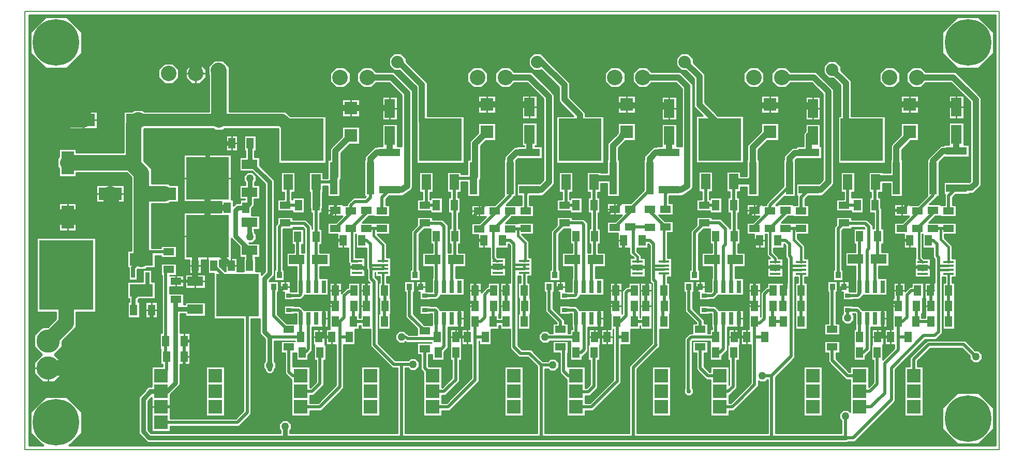
<source format=gbr>
G04 PROTEUS RS274X GERBER FILE*
%FSLAX45Y45*%
%MOMM*%
G01*
%ADD10C,0.508000*%
%ADD11C,1.016000*%
%ADD12C,1.270000*%
%ADD13C,0.254000*%
%ADD14C,0.762000*%
%ADD15C,2.032000*%
%ADD16C,2.540000*%
%ADD17C,0.635000*%
%ADD18C,0.381000*%
%ADD19C,1.270000*%
%ADD70C,0.762000*%
%ADD71C,2.032000*%
%ADD20R,1.193800X5.308600*%
%ADD21C,3.810000*%
%ADD22C,2.540000*%
%ADD23R,2.286000X2.286000*%
%ADD24R,1.143000X1.803400*%
%ADD25R,1.803400X1.143000*%
%ADD26R,2.108200X2.108200*%
%ADD27R,1.651000X3.048000*%
%ADD28R,3.403600X1.244600*%
%ADD29R,6.985000X6.985000*%
%ADD72R,1.524000X2.540000*%
%ADD73R,0.635000X2.032000*%
%ADD30R,2.540000X1.524000*%
%ADD31R,0.889000X0.635000*%
%ADD32R,0.889000X1.016000*%
%ADD33R,1.778000X0.381000*%
%ADD34C,7.620000*%
%ADD35R,2.032000X3.810000*%
%ADD36R,0.635000X0.889000*%
%ADD37R,8.890000X11.430000*%
%ADD38R,3.810000X2.032000*%
%ADD39C,0.203200*%
G36*
X+8448040Y-4193540D02*
X-6712345Y-4193540D01*
X-6502401Y-3983596D01*
X-6502401Y-3636404D01*
X-6747904Y-3390901D01*
X-7095096Y-3390901D01*
X-7340599Y-3636404D01*
X-7340599Y-3983596D01*
X-7130655Y-4193540D01*
X-7368540Y-4193540D01*
X-7368540Y+2860040D01*
X+8448040Y+2860040D01*
X+8448040Y-4193540D01*
G37*
%LPC*%
G36*
X+7307386Y+1930399D02*
X+7796722Y+1930399D01*
X+8216899Y+1510222D01*
X+8216899Y+69133D01*
X+8089309Y-58457D01*
X+8018779Y-58457D01*
X+8018779Y-75329D01*
X+7799971Y-75329D01*
X+7746999Y-128301D01*
X+7746999Y-249751D01*
X+7811769Y-249751D01*
X+7811769Y-440249D01*
X+7555231Y-440249D01*
X+7555231Y-430249D01*
X+7470051Y-430249D01*
X+7360549Y-539751D01*
X+7811769Y-539751D01*
X+7811769Y-730249D01*
X+7613649Y-730249D01*
X+7613649Y-789129D01*
X+7740649Y-916129D01*
X+7740649Y-1123951D01*
X+7810499Y-1123951D01*
X+7810499Y-1433249D01*
X+7740649Y-1433249D01*
X+7740649Y-1522731D01*
X+7778749Y-1522731D01*
X+7778749Y-2287269D01*
X+7588251Y-2287269D01*
X+7588251Y-1522731D01*
X+7626351Y-1522731D01*
X+7626351Y-1433249D01*
X+7581899Y-1433249D01*
X+7581899Y-2350401D01*
X+7478001Y-2454299D01*
X+7302415Y-2454299D01*
X+6809731Y-2946983D01*
X+6809731Y-3465400D01*
X+6653232Y-3621900D01*
X+6147633Y-4127499D01*
X+6036194Y-4127499D01*
X+6023494Y-4140199D01*
X-5429061Y-4140199D01*
X-5572677Y-3996583D01*
X-5572677Y-3397439D01*
X-5456800Y-3281562D01*
X-5456800Y-3270439D01*
X-5412162Y-3225801D01*
X-5359399Y-3225801D01*
X-5359399Y-2895601D01*
X-5179499Y-2895601D01*
X-5179499Y-2858769D01*
X-5211249Y-2858769D01*
X-5211249Y-2604769D01*
X-5221249Y-2604769D01*
X-5221249Y-2348231D01*
X-5189499Y-2348231D01*
X-5189499Y-1401249D01*
X-5208269Y-1401249D01*
X-5208269Y-1210751D01*
X-4951731Y-1210751D01*
X-4951731Y-1401249D01*
X-5062501Y-1401249D01*
X-5062501Y-1403351D01*
X-4832351Y-1403351D01*
X-4832351Y-1593849D01*
X-5062501Y-1593849D01*
X-5062501Y-1703351D01*
X-4832351Y-1703351D01*
X-4832351Y-1879601D01*
X-4808219Y-1879601D01*
X-4808219Y-1841501D01*
X-4478021Y-1841501D01*
X-4478021Y-2070099D01*
X-4808219Y-2070099D01*
X-4808219Y-2031999D01*
X-4892654Y-2031999D01*
X-4892654Y-2348231D01*
X-4730751Y-2348231D01*
X-4730751Y-2858769D01*
X-4892654Y-2858769D01*
X-4892654Y-3194323D01*
X-5054601Y-3356270D01*
X-5054601Y-3746501D01*
X-3980548Y-3746501D01*
X-3857037Y-3622990D01*
X-3857037Y-2114549D01*
X-4339589Y-2114549D01*
X-4339589Y-1372869D01*
X-4438369Y-1372869D01*
X-4438369Y-1149349D01*
X-4547871Y-1149349D01*
X-4547871Y-1372869D01*
X-4738369Y-1372869D01*
X-4738369Y-1149349D01*
X-4832349Y-1149349D01*
X-4832349Y-374651D01*
X-4212869Y-374651D01*
X-4212869Y-196849D01*
X-4832349Y-196849D01*
X-4832349Y+577849D01*
X-4057651Y+577849D01*
X-4057651Y-163831D01*
X-4022371Y-163831D01*
X-4022371Y-264426D01*
X-3973846Y-215901D01*
X-3912869Y-215901D01*
X-3912869Y-163831D01*
X-3830319Y-163831D01*
X-3830319Y-152399D01*
X-3919219Y-152399D01*
X-3919219Y+76199D01*
X-3822699Y+76199D01*
X-3822699Y+123016D01*
X-3848099Y+148416D01*
X-3848099Y+232584D01*
X-3788584Y+292099D01*
X-3704416Y+292099D01*
X-3644901Y+232584D01*
X-3644901Y+148416D01*
X-3670301Y+123016D01*
X-3670301Y+76199D01*
X-3589021Y+76199D01*
X-3589021Y-152399D01*
X-3677921Y-152399D01*
X-3677921Y-260161D01*
X-3722371Y-304611D01*
X-3722371Y-419101D01*
X-3589021Y-419101D01*
X-3589021Y-647699D01*
X-3677921Y-647699D01*
X-3677921Y-666939D01*
X-3673646Y-671214D01*
X-3673646Y-700595D01*
X-3648246Y-725995D01*
X-3648246Y-810163D01*
X-3707761Y-869678D01*
X-3767282Y-869678D01*
X-3760659Y-876301D01*
X-3589021Y-876301D01*
X-3589021Y-1104899D01*
X-3665221Y-1104899D01*
X-3665221Y-1116331D01*
X-3658871Y-1116331D01*
X-3658871Y-1339851D01*
X-3564891Y-1339851D01*
X-3564891Y-1398617D01*
X-3505199Y-1338925D01*
X-3505199Y+95439D01*
X-3714561Y+304801D01*
X-3919219Y+304801D01*
X-3919219Y+533399D01*
X-3822699Y+533399D01*
X-3822699Y+633731D01*
X-3841749Y+633731D01*
X-3841749Y+890269D01*
X-3651251Y+890269D01*
X-3651251Y+633731D01*
X-3670301Y+633731D01*
X-3670301Y+533399D01*
X-3589021Y+533399D01*
X-3589021Y+394781D01*
X-3352801Y+158561D01*
X-3352801Y-1402047D01*
X-3436856Y-1486102D01*
X-3436856Y-1498601D01*
X-3280411Y-1498601D01*
X-3280411Y-1676399D01*
X-3299461Y-1676399D01*
X-3299461Y-2038719D01*
X-3147429Y-2190751D01*
X-2990849Y-2190751D01*
X-2990849Y-2031999D01*
X-3028951Y-2031999D01*
X-3028951Y-2038349D01*
X-3194049Y-2038349D01*
X-3194049Y-1898651D01*
X-3028951Y-1898651D01*
X-3028951Y-1905001D01*
X-2926244Y-1905001D01*
X-2862744Y-1968501D01*
X-2470151Y-1968501D01*
X-2470151Y-2247899D01*
X-2730501Y-2247899D01*
X-2730501Y-2637510D01*
X-2798251Y-2705260D01*
X-2798251Y-2795269D01*
X-2988749Y-2795269D01*
X-2988749Y-2671249D01*
X-3048001Y-2671249D01*
X-3048001Y-2895601D01*
X-2768601Y-2895601D01*
X-2768601Y-3238501D01*
X-2756801Y-3238501D01*
X-2666999Y-3148699D01*
X-2666999Y-2795269D01*
X-2698749Y-2795269D01*
X-2698749Y-2541269D01*
X-2716249Y-2541269D01*
X-2716249Y-2284731D01*
X-2525751Y-2284731D01*
X-2525751Y-2538731D01*
X-2508251Y-2538731D01*
X-2508251Y-2795269D01*
X-2540001Y-2795269D01*
X-2540001Y-3201301D01*
X-2704199Y-3365499D01*
X-2768601Y-3365499D01*
X-2768601Y-3492502D01*
X-2629802Y-3492502D01*
X-2339597Y-3202297D01*
X-2339597Y-2831198D01*
X-2339596Y-2635250D01*
X-2339597Y-2541269D01*
X-2508249Y-2541269D01*
X-2508249Y-2284731D01*
X-2444749Y-2284731D01*
X-2444749Y-1522731D01*
X-2254251Y-1522731D01*
X-2254251Y-1698321D01*
X-2162108Y-1606178D01*
X-2144749Y-1606178D01*
X-2144749Y-1522731D01*
X-1954251Y-1522731D01*
X-1954251Y-2033269D01*
X-1964251Y-2033269D01*
X-1964251Y-2095501D01*
X-1936749Y-2095501D01*
X-1936749Y-1522731D01*
X-1789563Y-1522731D01*
X-1828799Y-1483495D01*
X-1828799Y-1309001D01*
X-1841499Y-1296301D01*
X-1841499Y-1002398D01*
X-1841498Y-953769D01*
X-2017749Y-953769D01*
X-2017749Y-730249D01*
X-2023067Y-730249D01*
X-2023067Y-1109751D01*
X-1873251Y-1109751D01*
X-1873251Y-1419049D01*
X-2127249Y-1419049D01*
X-2127249Y-1200192D01*
X-2137365Y-1190076D01*
X-2137365Y-953769D01*
X-2317749Y-953769D01*
X-2317749Y-730249D01*
X-2477769Y-730249D01*
X-2477769Y-539751D01*
X-2344051Y-539751D01*
X-2234549Y-430249D01*
X-2477769Y-430249D01*
X-2477769Y-239751D01*
X-2221231Y-239751D01*
X-2221231Y-249751D01*
X-2158999Y-249751D01*
X-2158999Y-227699D01*
X-2058301Y-127001D01*
X-1867801Y-127001D01*
X-1853829Y-113029D01*
X-1875789Y-113029D01*
X-1875789Y+494029D01*
X-1866899Y+494029D01*
X-1866899Y+544823D01*
X-1712823Y+698899D01*
X-1668779Y+698899D01*
X-1668779Y+710329D01*
X-1581149Y+710329D01*
X-1581149Y+1079499D01*
X-1339851Y+1079499D01*
X-1339851Y+710329D01*
X-1266267Y+710329D01*
X-1266267Y+1550677D01*
X-1468191Y+1752601D01*
X-1684214Y+1752601D01*
X-1760414Y+1676401D01*
X-1897186Y+1676401D01*
X-1993899Y+1773114D01*
X-1993899Y+1909886D01*
X-1897186Y+2006599D01*
X-1760414Y+2006599D01*
X-1684214Y+1930399D01*
X-1394545Y+1930399D01*
X-1088469Y+1624323D01*
X-1088469Y+41515D01*
X-1108968Y+2608D01*
X-1242456Y-88899D01*
X-1252221Y-88899D01*
X-1252221Y-100329D01*
X-1471029Y-100329D01*
X-1524001Y-153301D01*
X-1524001Y-249751D01*
X-1459231Y-249751D01*
X-1459231Y-440249D01*
X-1715769Y-440249D01*
X-1715769Y-430249D01*
X-1800949Y-430249D01*
X-1910451Y-539751D01*
X-1459231Y-539751D01*
X-1459231Y-730249D01*
X-1666884Y-730249D01*
X-1513101Y-884032D01*
X-1513101Y-1109751D01*
X-1443251Y-1109751D01*
X-1443251Y-1419049D01*
X-1513101Y-1419049D01*
X-1513102Y-1522731D01*
X-1456251Y-1522731D01*
X-1456251Y-1776731D01*
X-1446251Y-1776731D01*
X-1446251Y-2033269D01*
X-1456251Y-2033269D01*
X-1456251Y-2287269D01*
X-1646749Y-2287269D01*
X-1646749Y-2030731D01*
X-1636749Y-2030731D01*
X-1636749Y-1779269D01*
X-1646749Y-1779269D01*
X-1646749Y-1522731D01*
X-1627398Y-1522731D01*
X-1627399Y-1419049D01*
X-1697249Y-1419049D01*
X-1697249Y-1354049D01*
X-1701801Y-1354049D01*
X-1701801Y-1430893D01*
X-1688198Y-1444495D01*
X-1651001Y-1481692D01*
X-1651001Y-2513699D01*
X-1370699Y-2794001D01*
X-1159684Y-2794001D01*
X-1121584Y-2755901D01*
X-1037416Y-2755901D01*
X-977901Y-2815416D01*
X-977901Y-2899584D01*
X-1037416Y-2959099D01*
X-1121584Y-2959099D01*
X-1159684Y-2920999D01*
X-1206501Y-2920999D01*
X-1206501Y-3987801D01*
X+952501Y-3987801D01*
X+952502Y-3467100D01*
X+952501Y-2896501D01*
X+800624Y-2744624D01*
X+688716Y-2744624D01*
X+688715Y-2744623D01*
X+649908Y-2744624D01*
X+612711Y-2707426D01*
X+508001Y-2602717D01*
X+508001Y-2287269D01*
X+349251Y-2287269D01*
X+349251Y-2222499D01*
X+321749Y-2222499D01*
X+321749Y-2287269D01*
X+194749Y-2287269D01*
X+194749Y-2541269D01*
X+4251Y-2541269D01*
X+4251Y-2476498D01*
X-1Y-2476498D01*
X-2Y-2594678D01*
X-1Y-2777609D01*
X-1Y-3137801D01*
X-481699Y-3619499D01*
X-609601Y-3619499D01*
X-609601Y-3708399D01*
X-914399Y-3708399D01*
X-914399Y-2985887D01*
X-952499Y-2947787D01*
X-952499Y-2698749D01*
X-1017269Y-2698749D01*
X-1017269Y-2508251D01*
X-776249Y-2508251D01*
X-776249Y-2503925D01*
X-1191822Y-2503925D01*
X-1206263Y-2492946D01*
X-1227916Y-2514599D01*
X-1312084Y-2514599D01*
X-1371599Y-2455084D01*
X-1371599Y-2370916D01*
X-1312084Y-2311401D01*
X-1227916Y-2311401D01*
X-1189816Y-2349501D01*
X-1185104Y-2349501D01*
X-1149030Y-2376927D01*
X-1017269Y-2376927D01*
X-1017269Y-2275031D01*
X-1203959Y-2088341D01*
X-1203959Y-1676399D01*
X-1223009Y-1676399D01*
X-1223009Y-1498601D01*
X-1057911Y-1498601D01*
X-1057911Y-1676399D01*
X-1076961Y-1676399D01*
X-1076961Y-2035739D01*
X-894449Y-2218251D01*
X-768349Y-2218251D01*
X-768349Y-2031999D01*
X-806451Y-2031999D01*
X-806451Y-2038349D01*
X-971549Y-2038349D01*
X-971549Y-1898651D01*
X-806451Y-1898651D01*
X-806451Y-1905001D01*
X-695115Y-1905001D01*
X-631615Y-1968501D01*
X-247651Y-1968501D01*
X-247651Y-2247899D01*
X-508001Y-2247899D01*
X-508001Y-2593801D01*
X-575751Y-2661551D01*
X-575751Y-2795269D01*
X-766249Y-2795269D01*
X-766249Y-2698749D01*
X-825501Y-2698749D01*
X-825501Y-2895185D01*
X-825085Y-2895601D01*
X-609601Y-2895601D01*
X-609601Y-3238501D01*
X-597801Y-3238501D01*
X-444499Y-3085199D01*
X-444499Y-2795269D01*
X-476249Y-2795269D01*
X-476249Y-2284731D01*
X-285751Y-2284731D01*
X-285751Y-2795269D01*
X-317501Y-2795269D01*
X-317501Y-3137801D01*
X-545198Y-3365499D01*
X-609601Y-3365499D01*
X-609601Y-3492501D01*
X-534301Y-3492501D01*
X-126999Y-3085199D01*
X-126999Y-2742391D01*
X-126998Y-2594678D01*
X-126999Y-2541269D01*
X-285749Y-2541269D01*
X-285749Y-2284731D01*
X-158749Y-2284731D01*
X-158749Y-1522731D01*
X+31749Y-1522731D01*
X+31749Y-1685369D01*
X+129617Y-1587501D01*
X+141251Y-1587501D01*
X+141251Y-1522731D01*
X+331749Y-1522731D01*
X+331749Y-2033269D01*
X+321749Y-2033269D01*
X+321749Y-2095501D01*
X+349251Y-2095501D01*
X+349251Y-1522731D01*
X+508001Y-1522731D01*
X+508001Y-1258816D01*
X+505980Y-1256795D01*
X+505980Y-1209451D01*
X+508001Y-1207430D01*
X+508001Y-915301D01*
X+481699Y-888999D01*
X+476249Y-888999D01*
X+476249Y-953769D01*
X+289983Y-953769D01*
X+289983Y-1097410D01*
X+300824Y-1108251D01*
X+433599Y-1108251D01*
X+433599Y-1417549D01*
X+179601Y-1417549D01*
X+179601Y-1148668D01*
X+175685Y-1144752D01*
X+175685Y-953769D01*
X-14249Y-953769D01*
X-14249Y-740249D01*
X-128269Y-740249D01*
X-128269Y-549751D01*
X+5449Y-549751D01*
X+114951Y-440249D01*
X-128269Y-440249D01*
X-128269Y-249751D01*
X+259449Y-249751D01*
X+410211Y-98989D01*
X+410211Y+494029D01*
X+419101Y+494029D01*
X+419101Y+544823D01*
X+573177Y+698899D01*
X+617221Y+698899D01*
X+617221Y+710329D01*
X+736601Y+710329D01*
X+736601Y+716501D01*
X+704851Y+716501D01*
X+704851Y+1097499D01*
X+946149Y+1097499D01*
X+946149Y+716501D01*
X+914399Y+716501D01*
X+914399Y+710329D01*
X+1033779Y+710329D01*
X+1033779Y+509671D01*
X+635393Y+509671D01*
X+605789Y+480067D01*
X+605789Y-113029D01*
X+571499Y-113029D01*
X+571499Y-117301D01*
X+439049Y-249751D01*
X+698501Y-249751D01*
X+698501Y-100329D01*
X+617221Y-100329D01*
X+617221Y+100329D01*
X+990607Y+100329D01*
X+1054101Y+163823D01*
X+1054101Y+1487177D01*
X+788677Y+1752601D01*
X+576386Y+1752601D01*
X+500186Y+1676401D01*
X+363414Y+1676401D01*
X+266701Y+1773114D01*
X+266701Y+1909886D01*
X+363414Y+2006599D01*
X+500186Y+2006599D01*
X+576386Y+1930399D01*
X+862323Y+1930399D01*
X+1231899Y+1560823D01*
X+1231899Y+90177D01*
X+1052823Y-88899D01*
X+1033779Y-88899D01*
X+1033779Y-100329D01*
X+825499Y-100329D01*
X+825499Y-249751D01*
X+890269Y-249751D01*
X+890269Y-440249D01*
X+538551Y-440249D01*
X+429049Y-549751D01*
X+633731Y-549751D01*
X+633731Y-539751D01*
X+890269Y-539751D01*
X+890269Y-730249D01*
X+695418Y-730249D01*
X+812799Y-847629D01*
X+812799Y-1108251D01*
X+863599Y-1108251D01*
X+863599Y-1417549D01*
X+793749Y-1417549D01*
X+793749Y-1522731D01*
X+829749Y-1522731D01*
X+829749Y-1776731D01*
X+839749Y-1776731D01*
X+839749Y-2033269D01*
X+829749Y-2033269D01*
X+829749Y-2287269D01*
X+639251Y-2287269D01*
X+639251Y-2030731D01*
X+649251Y-2030731D01*
X+649251Y-1779269D01*
X+639251Y-1779269D01*
X+639251Y-1522731D01*
X+679451Y-1522731D01*
X+679451Y-1417549D01*
X+634999Y-1417549D01*
X+634999Y-2550114D01*
X+702511Y-2617626D01*
X+853227Y-2617626D01*
X+890424Y-2654824D01*
X+1042301Y-2806701D01*
X+1126316Y-2806701D01*
X+1164416Y-2768601D01*
X+1248584Y-2768601D01*
X+1308099Y-2828116D01*
X+1308099Y-2912284D01*
X+1248584Y-2971799D01*
X+1164416Y-2971799D01*
X+1126316Y-2933699D01*
X+1079499Y-2933699D01*
X+1079498Y-3467100D01*
X+1079499Y-3987801D01*
X+2458209Y-3987801D01*
X+2458209Y-2887591D01*
X+2827971Y-2517829D01*
X+2827971Y-1536449D01*
X+2825749Y-1534227D01*
X+2825749Y-2287269D01*
X+2635251Y-2287269D01*
X+2635251Y-2222499D01*
X+2635249Y-2222499D01*
X+2635249Y-2287269D01*
X+2480749Y-2287269D01*
X+2480749Y-2541269D01*
X+2323497Y-2541269D01*
X+2323496Y-2571750D01*
X+2323497Y-2756802D01*
X+2323496Y-2801796D01*
X+2323497Y-2899394D01*
X+2323496Y-3163804D01*
X+1867802Y-3619499D01*
X+1739899Y-3619499D01*
X+1739899Y-3708399D01*
X+1435101Y-3708399D01*
X+1435101Y-3111499D01*
X+1434199Y-3111499D01*
X+1320801Y-2998101D01*
X+1320801Y-2671249D01*
X+1205231Y-2671249D01*
X+1205231Y-2480751D01*
X+1461769Y-2480751D01*
X+1461769Y-2671249D01*
X+1447799Y-2671249D01*
X+1447799Y-2895601D01*
X+1739899Y-2895601D01*
X+1739899Y-3246864D01*
X+1757446Y-3246864D01*
X+1814002Y-3190308D01*
X+1814001Y-2795269D01*
X+1782251Y-2795269D01*
X+1782251Y-2538731D01*
X+1792251Y-2538731D01*
X+1792251Y-2284731D01*
X+1982749Y-2284731D01*
X+1982749Y-2541269D01*
X+1972749Y-2541269D01*
X+1972749Y-2795269D01*
X+1940999Y-2795269D01*
X+1940998Y-3242912D01*
X+1810050Y-3373860D01*
X+1739899Y-3373860D01*
X+1739899Y-3492501D01*
X+1815199Y-3492501D01*
X+2196500Y-3111200D01*
X+2196499Y-2846790D01*
X+2196500Y-2801796D01*
X+2196499Y-2704198D01*
X+2196500Y-2571750D01*
X+2196499Y-2287269D01*
X+2190749Y-2287269D01*
X+2190749Y-2541269D01*
X+2000251Y-2541269D01*
X+2000251Y-2284731D01*
X+2154751Y-2284731D01*
X+2154751Y-2033269D01*
X+2144751Y-2033269D01*
X+2144751Y-1522731D01*
X+2335249Y-1522731D01*
X+2335249Y-2030731D01*
X+2338612Y-2030731D01*
X+2338612Y-1661894D01*
X+2410653Y-1589853D01*
X+2444751Y-1589853D01*
X+2444751Y-1522731D01*
X+2635249Y-1522731D01*
X+2635249Y-2095501D01*
X+2635251Y-2095501D01*
X+2635251Y-1522731D01*
X+2814253Y-1522731D01*
X+2794001Y-1502479D01*
X+2794001Y-915301D01*
X+2767699Y-888999D01*
X+2762249Y-888999D01*
X+2762249Y-953769D01*
X+2585668Y-953769D01*
X+2585668Y-1011657D01*
X+2649749Y-1075738D01*
X+2649749Y-1119451D01*
X+2719599Y-1119451D01*
X+2719599Y-1428749D01*
X+2465601Y-1428749D01*
X+2465601Y-1119451D01*
X+2531822Y-1119451D01*
X+2504848Y-1092477D01*
X+2495867Y-1092477D01*
X+2458670Y-1055280D01*
X+2458670Y-953769D01*
X+2271751Y-953769D01*
X+2271751Y-712749D01*
X+2094231Y-712749D01*
X+2094231Y-522251D01*
X+2227949Y-522251D01*
X+2337451Y-412749D01*
X+2094231Y-412749D01*
X+2094231Y-222251D01*
X+2481949Y-222251D01*
X+2696211Y-7989D01*
X+2696211Y+494029D01*
X+2705101Y+494029D01*
X+2705101Y+548323D01*
X+2855677Y+698899D01*
X+2903221Y+698899D01*
X+2903221Y+710329D01*
X+2990851Y+710329D01*
X+2990851Y+1079499D01*
X+3232149Y+1079499D01*
X+3232149Y+710329D01*
X+3318934Y+710329D01*
X+3318934Y+1654942D01*
X+3221275Y+1752601D01*
X+2824286Y+1752601D01*
X+2748086Y+1676401D01*
X+2611314Y+1676401D01*
X+2514601Y+1773114D01*
X+2514601Y+1909886D01*
X+2611314Y+2006599D01*
X+2748086Y+2006599D01*
X+2824286Y+1930399D01*
X+3294921Y+1930399D01*
X+3496732Y+1728588D01*
X+3496732Y+40082D01*
X+3473652Y-681D01*
X+3338823Y-88899D01*
X+3319779Y-88899D01*
X+3319779Y-100329D01*
X+3111499Y-100329D01*
X+3111499Y-222251D01*
X+3176269Y-222251D01*
X+3176269Y-412749D01*
X+2943049Y-412749D01*
X+3042551Y-512251D01*
X+3176269Y-512251D01*
X+3176269Y-702749D01*
X+3079749Y-702749D01*
X+3079749Y-1119451D01*
X+3149599Y-1119451D01*
X+3149599Y-1428749D01*
X+3079749Y-1428749D01*
X+3079748Y-1522731D01*
X+3115749Y-1522731D01*
X+3115749Y-1776731D01*
X+3125749Y-1776731D01*
X+3125749Y-2033269D01*
X+3115749Y-2033269D01*
X+3115749Y-2287269D01*
X+2954969Y-2287269D01*
X+2954969Y-2509569D01*
X+2959098Y-2513698D01*
X+2959098Y-2566302D01*
X+2954969Y-2570432D01*
X+2917771Y-2607629D01*
X+2585207Y-2940193D01*
X+2585207Y-3987801D01*
X+4721997Y-3987801D01*
X+4721997Y-3111498D01*
X+4715685Y-3111498D01*
X+4677584Y-3149599D01*
X+4593416Y-3149599D01*
X+4571998Y-3128181D01*
X+4571998Y-3217574D01*
X+4170074Y-3619499D01*
X+4089399Y-3619499D01*
X+4089399Y-3708399D01*
X+3784601Y-3708399D01*
X+3784601Y-3111499D01*
X+3720198Y-3111499D01*
X+3556001Y-2947301D01*
X+3556001Y-2671249D01*
X+3491231Y-2671249D01*
X+3491231Y-2481216D01*
X+3486904Y-2485543D01*
X+3486904Y-3252142D01*
X+3505199Y-3270437D01*
X+3505199Y-3333563D01*
X+3460563Y-3378199D01*
X+3397437Y-3378199D01*
X+3352801Y-3333563D01*
X+3352801Y-3270437D01*
X+3359906Y-3263332D01*
X+3359906Y-2432941D01*
X+3443346Y-2349501D01*
X+3491231Y-2349501D01*
X+3491231Y-2190751D01*
X+3556001Y-2190751D01*
X+3556001Y-2185301D01*
X+3368041Y-1997341D01*
X+3368041Y-1676399D01*
X+3348991Y-1676399D01*
X+3348991Y-1498601D01*
X+3514089Y-1498601D01*
X+3514089Y-1676399D01*
X+3495039Y-1676399D01*
X+3495039Y-1944739D01*
X+3682999Y-2132699D01*
X+3682999Y-2190751D01*
X+3747769Y-2190751D01*
X+3747769Y-2349501D01*
X+3778251Y-2349501D01*
X+3778251Y-2284731D01*
X+3810001Y-2284731D01*
X+3810001Y-2247899D01*
X+3803651Y-2247899D01*
X+3803651Y-2031998D01*
X+3765549Y-2031998D01*
X+3765549Y-2038349D01*
X+3600451Y-2038349D01*
X+3600451Y-1898651D01*
X+3765549Y-1898651D01*
X+3765549Y-1905002D01*
X+3862709Y-1905002D01*
X+3926208Y-1968501D01*
X+4324349Y-1968501D01*
X+4324349Y-2247899D01*
X+4063999Y-2247899D01*
X+4063999Y-2629801D01*
X+3968749Y-2725051D01*
X+3968749Y-2795269D01*
X+3778251Y-2795269D01*
X+3778251Y-2476499D01*
X+3495948Y-2476499D01*
X+3491696Y-2480751D01*
X+3747769Y-2480751D01*
X+3747769Y-2671249D01*
X+3682999Y-2671249D01*
X+3682999Y-2894699D01*
X+3772801Y-2984501D01*
X+3784601Y-2984501D01*
X+3784601Y-2895601D01*
X+4089399Y-2895601D01*
X+4089399Y-3199154D01*
X+4093399Y-3195154D01*
X+4093399Y-2795269D01*
X+4068251Y-2795269D01*
X+4068251Y-2538731D01*
X+4078251Y-2538731D01*
X+4078251Y-2284731D01*
X+4268749Y-2284731D01*
X+4268749Y-2541269D01*
X+4258749Y-2541269D01*
X+4258749Y-2795269D01*
X+4220397Y-2795269D01*
X+4220397Y-3247756D01*
X+4102654Y-3365499D01*
X+4089399Y-3365499D01*
X+4089399Y-3492501D01*
X+4117471Y-3492501D01*
X+4445002Y-3164970D01*
X+4445001Y-2541269D01*
X+4286251Y-2541269D01*
X+4286251Y-2284731D01*
X+4413251Y-2284731D01*
X+4413251Y-1522731D01*
X+4603749Y-1522731D01*
X+4603749Y-2081352D01*
X+4607018Y-2078083D01*
X+4607018Y-1683496D01*
X+4703013Y-1587501D01*
X+4713251Y-1587501D01*
X+4713251Y-1522731D01*
X+5041901Y-1522731D01*
X+5041901Y-1218298D01*
X+5041902Y-1131202D01*
X+5016501Y-1105801D01*
X+5016501Y-915301D01*
X+4990199Y-888999D01*
X+4984749Y-888999D01*
X+4984749Y-953769D01*
X+4819649Y-953769D01*
X+4819649Y-1022276D01*
X+4897649Y-1100276D01*
X+4897649Y-1123951D01*
X+4967499Y-1123951D01*
X+4967499Y-1433249D01*
X+4713501Y-1433249D01*
X+4713501Y-1123951D01*
X+4759684Y-1123951D01*
X+4705351Y-1069618D01*
X+4705351Y-730249D01*
X+4684749Y-730249D01*
X+4684749Y-953769D01*
X+4494251Y-953769D01*
X+4494251Y-730249D01*
X+4380231Y-730249D01*
X+4380231Y-539751D01*
X+4477949Y-539751D01*
X+4587451Y-430249D01*
X+4380231Y-430249D01*
X+4380231Y-239751D01*
X+4636769Y-239751D01*
X+4636769Y-249751D01*
X+4699001Y-249751D01*
X+4699001Y-227699D01*
X+4982211Y+55511D01*
X+4982211Y+494029D01*
X+4991101Y+494029D01*
X+4991101Y+553446D01*
X+5125492Y+687837D01*
X+5189221Y+687837D01*
X+5189221Y+710329D01*
X+5308601Y+710329D01*
X+5308601Y+925823D01*
X+5340351Y+957573D01*
X+5340351Y+1079499D01*
X+5581649Y+1079499D01*
X+5581649Y+710329D01*
X+5605779Y+710329D01*
X+5605779Y+509671D01*
X+5198770Y+509671D01*
X+5177789Y+488690D01*
X+5177789Y-113029D01*
X+4993271Y-113029D01*
X+4856549Y-249751D01*
X+4888231Y-249751D01*
X+4888231Y-239751D01*
X+5144769Y-239751D01*
X+5144769Y-249751D01*
X+5207001Y-249751D01*
X+5207001Y-100699D01*
X+5207371Y-100329D01*
X+5189221Y-100329D01*
X+5189221Y+100329D01*
X+5562607Y+100329D01*
X+5626101Y+163823D01*
X+5626101Y+1569977D01*
X+5443477Y+1752601D01*
X+5097586Y+1752601D01*
X+5021386Y+1676401D01*
X+4884614Y+1676401D01*
X+4787901Y+1773114D01*
X+4787901Y+1909886D01*
X+4884614Y+2006599D01*
X+5021386Y+2006599D01*
X+5097586Y+1930399D01*
X+5517123Y+1930399D01*
X+5803899Y+1643623D01*
X+5803899Y+90177D01*
X+5624823Y-88899D01*
X+5605779Y-88899D01*
X+5605779Y-100329D01*
X+5386971Y-100329D01*
X+5333999Y-153301D01*
X+5333999Y-249751D01*
X+5398769Y-249751D01*
X+5398769Y-440249D01*
X+5142231Y-440249D01*
X+5142231Y-430249D01*
X+5057051Y-430249D01*
X+4947549Y-539751D01*
X+5398769Y-539751D01*
X+5398769Y-730249D01*
X+5204409Y-730249D01*
X+5204409Y-795946D01*
X+5327649Y-919186D01*
X+5327649Y-1123951D01*
X+5397499Y-1123951D01*
X+5397499Y-1433249D01*
X+5327649Y-1433249D01*
X+5327649Y-1522731D01*
X+5365749Y-1522731D01*
X+5365749Y-2287269D01*
X+5175251Y-2287269D01*
X+5175251Y-1522731D01*
X+5213351Y-1522731D01*
X+5213351Y-1433249D01*
X+5168899Y-1433249D01*
X+5168898Y-2753093D01*
X+4848995Y-3072996D01*
X+4848995Y-3987801D01*
X+5931796Y-3987801D01*
X+5931795Y-3786035D01*
X+5893695Y-3747935D01*
X+5893695Y-3663767D01*
X+5953210Y-3604252D01*
X+6037378Y-3604252D01*
X+6070601Y-3637475D01*
X+6070601Y-3111499D01*
X+6006199Y-3111499D01*
X+5715001Y-2820301D01*
X+5715001Y-2671249D01*
X+5650231Y-2671249D01*
X+5650231Y-2480751D01*
X+5906769Y-2480751D01*
X+5906769Y-2671249D01*
X+5841999Y-2671249D01*
X+5841999Y-2767699D01*
X+6058801Y-2984501D01*
X+6070601Y-2984501D01*
X+6070601Y-2895601D01*
X+6375399Y-2895601D01*
X+6375399Y-3234425D01*
X+6449501Y-3160323D01*
X+6449501Y-2795269D01*
X+6417751Y-2795269D01*
X+6417751Y-2538731D01*
X+6427751Y-2538731D01*
X+6427751Y-2284731D01*
X+6618249Y-2284731D01*
X+6618249Y-2541269D01*
X+6608249Y-2541269D01*
X+6608249Y-2783930D01*
X+6794501Y-2597678D01*
X+6794501Y-2541269D01*
X+6635751Y-2541269D01*
X+6635751Y-2284731D01*
X+6762751Y-2284731D01*
X+6762751Y-1776731D01*
X+6780251Y-1776731D01*
X+6780251Y-1522731D01*
X+6970749Y-1522731D01*
X+6970749Y-1664038D01*
X+7047286Y-1587501D01*
X+7080251Y-1587501D01*
X+7080251Y-1522731D01*
X+7270749Y-1522731D01*
X+7270749Y-1779269D01*
X+7253249Y-1779269D01*
X+7253249Y-2033269D01*
X+7243249Y-2033269D01*
X+7243249Y-2095501D01*
X+7298251Y-2095501D01*
X+7298251Y-1779269D01*
X+7288251Y-1779269D01*
X+7288251Y-1522731D01*
X+7454901Y-1522731D01*
X+7454901Y-1131201D01*
X+7429501Y-1105801D01*
X+7429501Y-953769D01*
X+7253251Y-953769D01*
X+7253251Y-730249D01*
X+7252814Y-730249D01*
X+7252814Y-1099594D01*
X+7277171Y-1123951D01*
X+7380499Y-1123951D01*
X+7380499Y-1433249D01*
X+7126501Y-1433249D01*
X+7126501Y-1123951D01*
X+7138516Y-1123951D01*
X+7138516Y-953769D01*
X+6953251Y-953769D01*
X+6953251Y-730249D01*
X+6793231Y-730249D01*
X+6793231Y-539751D01*
X+6926949Y-539751D01*
X+7036451Y-430249D01*
X+6793231Y-430249D01*
X+6793231Y-239751D01*
X+7049769Y-239751D01*
X+7049769Y-249751D01*
X+7180949Y-249751D01*
X+7331711Y-98989D01*
X+7331711Y+494029D01*
X+7340601Y+494029D01*
X+7340601Y+509823D01*
X+7554677Y+723899D01*
X+7602221Y+723899D01*
X+7602221Y+735329D01*
X+7689851Y+735329D01*
X+7689851Y+1097499D01*
X+7931149Y+1097499D01*
X+7931149Y+735329D01*
X+8018779Y+735329D01*
X+8018779Y+534671D01*
X+7616893Y+534671D01*
X+7527289Y+445067D01*
X+7527289Y-113029D01*
X+7492999Y-113029D01*
X+7492999Y-117301D01*
X+7370549Y-239751D01*
X+7557769Y-239751D01*
X+7557769Y-249751D01*
X+7620001Y-249751D01*
X+7620001Y-75699D01*
X+7620371Y-75329D01*
X+7602221Y-75329D01*
X+7602221Y+125329D01*
X+8018779Y+125329D01*
X+8018779Y+122457D01*
X+8039101Y+142779D01*
X+8039101Y+1436576D01*
X+7723076Y+1752601D01*
X+7307386Y+1752601D01*
X+7231186Y+1676401D01*
X+7094414Y+1676401D01*
X+6997701Y+1773114D01*
X+6997701Y+1909886D01*
X+7094414Y+2006599D01*
X+7231186Y+2006599D01*
X+7307386Y+1930399D01*
G37*
G36*
X-1951991Y+745491D02*
X-2113287Y+745491D01*
X-2260601Y+598177D01*
X-2260601Y+182177D01*
X-2280211Y+162567D01*
X-2280211Y-113029D01*
X-2475789Y-113029D01*
X-2475789Y+63501D01*
X-2552701Y+63501D01*
X-2552701Y-38099D01*
X-2565401Y-38099D01*
X-2565401Y-296084D01*
X-2571751Y-302434D01*
X-2571751Y-382269D01*
X-2603501Y-382269D01*
X-2603501Y-640081D01*
X-2571751Y-640081D01*
X-2571751Y-896619D01*
X-2603501Y-896619D01*
X-2603501Y-1028701D01*
X-2438401Y-1028701D01*
X-2438401Y-1257299D01*
X-2603501Y-1257299D01*
X-2603501Y-1447801D01*
X-2470151Y-1447801D01*
X-2470151Y-1727199D01*
X-2857501Y-1727199D01*
X-2857501Y-1740801D01*
X-2913749Y-1797049D01*
X-3028951Y-1797049D01*
X-3028951Y-1803399D01*
X-3194049Y-1803399D01*
X-3194049Y-1676399D01*
X-3257549Y-1676399D01*
X-3257549Y-1498601D01*
X-3092451Y-1498601D01*
X-3092451Y-1663701D01*
X-3028951Y-1663701D01*
X-3028951Y-1670051D01*
X-2990849Y-1670051D01*
X-2990849Y-1447801D01*
X-2984499Y-1447801D01*
X-2984499Y-1257299D01*
X-3149599Y-1257299D01*
X-3149599Y-1028701D01*
X-3030499Y-1028701D01*
X-3030499Y-896619D01*
X-3062249Y-896619D01*
X-3062249Y-640081D01*
X-2871751Y-640081D01*
X-2871751Y-896619D01*
X-2903501Y-896619D01*
X-2903501Y-1028701D01*
X-2857499Y-1028701D01*
X-2857499Y-641801D01*
X-2885229Y-614071D01*
X-3046731Y-614071D01*
X-3046731Y-639249D01*
X-3205481Y-639249D01*
X-3205481Y-1308101D01*
X-3186431Y-1308101D01*
X-3186431Y-1485899D01*
X-3351529Y-1485899D01*
X-3351529Y-1308101D01*
X-3332479Y-1308101D01*
X-3332479Y-581199D01*
X-3303269Y-551989D01*
X-3303269Y-448751D01*
X-3046731Y-448751D01*
X-3046731Y-487073D01*
X-2832627Y-487073D01*
X-2730501Y-589199D01*
X-2730501Y-640081D01*
X-2730499Y-640081D01*
X-2730499Y-382269D01*
X-2762249Y-382269D01*
X-2762249Y-302434D01*
X-2768599Y-296084D01*
X-2768599Y-38099D01*
X-2781299Y-38099D01*
X-2781299Y+292099D01*
X-2552701Y+292099D01*
X-2552701Y+190499D01*
X-2475789Y+190499D01*
X-2475789Y+494029D01*
X-2438399Y+494029D01*
X-2438399Y+671823D01*
X-2239009Y+871213D01*
X-2239009Y+1032509D01*
X-1951991Y+1032509D01*
X-1951991Y+745491D01*
G37*
G36*
X-6273801Y-2005815D02*
X-6591301Y-2005815D01*
X-6591301Y-2252785D01*
X-6819901Y-2481385D01*
X-6819901Y-2571189D01*
X-6947462Y-2698750D01*
X-6819901Y-2826311D01*
X-6819901Y-3015689D01*
X-6953811Y-3149599D01*
X-7143189Y-3149599D01*
X-7277099Y-3015689D01*
X-7277099Y-2826311D01*
X-7149538Y-2698750D01*
X-7277099Y-2571189D01*
X-7277099Y-2381811D01*
X-7143189Y-2247901D01*
X-7053385Y-2247901D01*
X-6921499Y-2116015D01*
X-6921499Y-2005815D01*
X-7238999Y-2005815D01*
X-7238999Y-786617D01*
X-6273801Y-786617D01*
X-6273801Y-2005815D01*
G37*
G36*
X-1951991Y+1195491D02*
X-2239009Y+1195491D01*
X-2239009Y+1482509D01*
X-1951991Y+1482509D01*
X-1951991Y+1195491D01*
G37*
G36*
X-1339851Y+1143001D02*
X-1581149Y+1143001D01*
X-1581149Y+1523999D01*
X-1339851Y+1523999D01*
X-1339851Y+1143001D01*
G37*
G36*
X-4147219Y+2071825D02*
X-4089401Y+2014007D01*
X-4089401Y+1282699D01*
X-3162855Y+1282699D01*
X-3085385Y+1205229D01*
X-2508251Y+1205229D01*
X-2508251Y+430531D01*
X-3282949Y+430531D01*
X-3282949Y+998227D01*
X-3288023Y+1003301D01*
X-4160714Y+1003301D01*
X-4186114Y+977901D01*
X-4322886Y+977901D01*
X-4348286Y+1003301D01*
X-5478012Y+1003301D01*
X-5486401Y+994912D01*
X-5486401Y+470551D01*
X-5359401Y+343551D01*
X-5359401Y+101599D01*
X-5075114Y+101599D01*
X-5049714Y+76199D01*
X-4914901Y+76199D01*
X-4914901Y-203199D01*
X-5049714Y-203199D01*
X-5075114Y-228599D01*
X-5359401Y-228599D01*
X-5359401Y-952501D01*
X-5208269Y-952501D01*
X-5208269Y-920751D01*
X-4951731Y-920751D01*
X-4951731Y-1111249D01*
X-5208269Y-1111249D01*
X-5208269Y-1079499D01*
X-5295901Y-1079499D01*
X-5295901Y-1281915D01*
X-5430714Y-1281915D01*
X-5456114Y-1307315D01*
X-5590819Y-1307315D01*
X-5594351Y-1310847D01*
X-5594351Y-1479549D01*
X-5734049Y-1479549D01*
X-5734049Y-1281915D01*
X-5753099Y-1281915D01*
X-5753099Y-1002517D01*
X-5689599Y-1002517D01*
X-5689599Y+206781D01*
X-5762219Y+279401D01*
X-6591301Y+279401D01*
X-6591301Y+215901D01*
X-6870699Y+215901D01*
X-6870699Y+350714D01*
X-6896099Y+376114D01*
X-6896099Y+512886D01*
X-6870699Y+538286D01*
X-6870699Y+673099D01*
X-6591301Y+673099D01*
X-6591301Y+609599D01*
X-5816599Y+609599D01*
X-5816599Y+1282699D01*
X-5681786Y+1282699D01*
X-5656386Y+1308099D01*
X-5503412Y+1308099D01*
X-5478012Y+1282699D01*
X-4419599Y+1282699D01*
X-4419599Y+1877237D01*
X-4429059Y+1886697D01*
X-4429059Y+2023469D01*
X-4332347Y+2120181D01*
X-4195575Y+2120181D01*
X-4147219Y+2071825D01*
G37*
G36*
X-3009901Y-38099D02*
X-3060701Y-38099D01*
X-3060701Y-158751D01*
X-3052249Y-158751D01*
X-3052249Y-125731D01*
X-2861751Y-125731D01*
X-2861751Y-382269D01*
X-3052249Y-382269D01*
X-3052249Y-349249D01*
X-3303269Y-349249D01*
X-3303269Y-158751D01*
X-3187699Y-158751D01*
X-3187699Y-38099D01*
X-3238499Y-38099D01*
X-3238499Y+292099D01*
X-3009901Y+292099D01*
X-3009901Y-38099D01*
G37*
G36*
X-1193801Y+2153365D02*
X-1193801Y+2100676D01*
X-849428Y+1756303D01*
X-849428Y+1205229D01*
X-247651Y+1205229D01*
X-247651Y+430531D01*
X-1022349Y+430531D01*
X-1022349Y+1079507D01*
X-1027226Y+1084384D01*
X-1027226Y+1682657D01*
X-1300370Y+1955801D01*
X-1391365Y+1955801D01*
X-1473199Y+2037635D01*
X-1473199Y+2153365D01*
X-1391365Y+2235199D01*
X-1275635Y+2235199D01*
X-1193801Y+2153365D01*
G37*
G36*
X-749301Y-38099D02*
X-800101Y-38099D01*
X-800101Y-158751D01*
X-793749Y-158751D01*
X-793749Y-125731D01*
X-603251Y-125731D01*
X-603251Y-382269D01*
X-793749Y-382269D01*
X-793749Y-349249D01*
X-1017269Y-349249D01*
X-1017269Y-158751D01*
X-927099Y-158751D01*
X-927099Y-38099D01*
X-977899Y-38099D01*
X-977899Y+292099D01*
X-749301Y+292099D01*
X-749301Y-38099D01*
G37*
G36*
X+270509Y+803491D02*
X+109213Y+803491D01*
X+25399Y+719677D01*
X+25399Y+182177D01*
X+5789Y+162567D01*
X+5789Y-113029D01*
X-189789Y-113029D01*
X-189789Y+127001D01*
X-292101Y+127001D01*
X-292101Y-38099D01*
X-345001Y-38099D01*
X-345001Y-125731D01*
X-313251Y-125731D01*
X-313251Y-382269D01*
X-335001Y-382269D01*
X-335001Y-633731D01*
X-303251Y-633731D01*
X-303251Y-890269D01*
X-335001Y-890269D01*
X-335001Y-1028701D01*
X-215901Y-1028701D01*
X-215901Y-1257299D01*
X-381001Y-1257299D01*
X-381001Y-1447801D01*
X-247651Y-1447801D01*
X-247651Y-1727199D01*
X-635001Y-1727199D01*
X-635001Y-1740801D01*
X-691249Y-1797049D01*
X-806451Y-1797049D01*
X-806451Y-1803399D01*
X-971549Y-1803399D01*
X-971549Y-1676399D01*
X-1035049Y-1676399D01*
X-1035049Y-1498601D01*
X-869951Y-1498601D01*
X-869951Y-1663701D01*
X-806451Y-1663701D01*
X-806451Y-1670051D01*
X-768349Y-1670051D01*
X-768349Y-1447801D01*
X-761999Y-1447801D01*
X-761999Y-1257299D01*
X-927099Y-1257299D01*
X-927099Y-1028701D01*
X-761998Y-1028701D01*
X-761999Y-890269D01*
X-793749Y-890269D01*
X-793749Y-639249D01*
X-894449Y-639249D01*
X-982981Y-727781D01*
X-982981Y-1308101D01*
X-963931Y-1308101D01*
X-963931Y-1485899D01*
X-1129029Y-1485899D01*
X-1129029Y-1308101D01*
X-1109979Y-1308101D01*
X-1109979Y-675179D01*
X-1017269Y-582469D01*
X-1017269Y-448751D01*
X-760731Y-448751D01*
X-760731Y-488375D01*
X-595346Y-488375D01*
X-508001Y-575720D01*
X-508001Y-1028701D01*
X-461999Y-1028701D01*
X-461999Y-890269D01*
X-493749Y-890269D01*
X-493749Y-633731D01*
X-461999Y-633731D01*
X-461999Y-382269D01*
X-503749Y-382269D01*
X-503749Y-125731D01*
X-471999Y-125731D01*
X-471999Y-38099D01*
X-520699Y-38099D01*
X-520699Y+292099D01*
X-292101Y+292099D01*
X-292101Y+253999D01*
X-189789Y+253999D01*
X-189789Y+494029D01*
X-152399Y+494029D01*
X-152399Y+793323D01*
X-16509Y+929213D01*
X-16509Y+1090509D01*
X+270509Y+1090509D01*
X+270509Y+803491D01*
G37*
G36*
X+270509Y+1253491D02*
X-16509Y+1253491D01*
X-16509Y+1540509D01*
X+270509Y+1540509D01*
X+270509Y+1253491D01*
G37*
G36*
X+946149Y+1161001D02*
X+704851Y+1161001D01*
X+704851Y+1541999D01*
X+946149Y+1541999D01*
X+946149Y+1161001D01*
G37*
G36*
X+3232149Y+1143001D02*
X+2990851Y+1143001D01*
X+2990851Y+1523999D01*
X+3232149Y+1523999D01*
X+3232149Y+1143001D01*
G37*
G36*
X+2556509Y+1253491D02*
X+2269491Y+1253491D01*
X+2269491Y+1540509D01*
X+2556509Y+1540509D01*
X+2556509Y+1253491D01*
G37*
G36*
X+2556509Y+803491D02*
X+2395467Y+803491D01*
X+2383036Y+784905D01*
X+2282899Y+684768D01*
X+2282899Y+494029D01*
X+2291789Y+494029D01*
X+2291789Y-113029D01*
X+2096211Y-113029D01*
X+2096211Y+101601D01*
X+1993899Y+101602D01*
X+1993899Y-38099D01*
X+1943099Y-38099D01*
X+1943099Y-125731D01*
X+1972749Y-125731D01*
X+1972749Y-382269D01*
X+1950999Y-382269D01*
X+1950999Y-633731D01*
X+1982749Y-633731D01*
X+1982749Y-890269D01*
X+1950999Y-890269D01*
X+1950998Y-1028701D01*
X+2070099Y-1028701D01*
X+2070099Y-1257299D01*
X+1904999Y-1257299D01*
X+1904999Y-1447801D01*
X+2038349Y-1447801D01*
X+2038349Y-1727199D01*
X+1650999Y-1727199D01*
X+1650999Y-1740801D01*
X+1594751Y-1797049D01*
X+1479549Y-1797049D01*
X+1479549Y-1803399D01*
X+1314451Y-1803399D01*
X+1314451Y-1676399D01*
X+1250951Y-1676399D01*
X+1250951Y-1498601D01*
X+1416049Y-1498601D01*
X+1416049Y-1663701D01*
X+1479549Y-1663701D01*
X+1479549Y-1670051D01*
X+1517651Y-1670051D01*
X+1517651Y-1447801D01*
X+1524001Y-1447801D01*
X+1524001Y-1257299D01*
X+1358901Y-1257299D01*
X+1358901Y-1028701D01*
X+1524002Y-1028701D01*
X+1524001Y-890269D01*
X+1492251Y-890269D01*
X+1492251Y-639249D01*
X+1391551Y-639249D01*
X+1303019Y-727781D01*
X+1303019Y-1308101D01*
X+1322069Y-1308101D01*
X+1322069Y-1485899D01*
X+1156971Y-1485899D01*
X+1156971Y-1308101D01*
X+1176021Y-1308101D01*
X+1176021Y-675179D01*
X+1268731Y-582469D01*
X+1268731Y-448751D01*
X+1525269Y-448751D01*
X+1525269Y-478296D01*
X+1711187Y-478296D01*
X+1777999Y-545108D01*
X+1777999Y-1028701D01*
X+1824002Y-1028701D01*
X+1824001Y-890269D01*
X+1792251Y-890269D01*
X+1792251Y-633731D01*
X+1824001Y-633731D01*
X+1824001Y-382269D01*
X+1782251Y-382269D01*
X+1782251Y-125731D01*
X+1814001Y-125731D01*
X+1814001Y-100698D01*
X+1816101Y-98598D01*
X+1816101Y-38099D01*
X+1765301Y-38099D01*
X+1765301Y+292099D01*
X+1993899Y+292099D01*
X+1993899Y+279398D01*
X+2096211Y+279399D01*
X+2096211Y+494029D01*
X+2105101Y+494029D01*
X+2105101Y+758414D01*
X+2244964Y+898277D01*
X+2269491Y+934949D01*
X+2269491Y+1090509D01*
X+2556509Y+1090509D01*
X+2556509Y+803491D01*
G37*
G36*
X+1228089Y-1676399D02*
X+1209039Y-1676399D01*
X+1209039Y-1944739D01*
X+1396999Y-2132699D01*
X+1396999Y-2190751D01*
X+1461769Y-2190751D01*
X+1461769Y-2349501D01*
X+1492251Y-2349501D01*
X+1492251Y-2284731D01*
X+1524001Y-2284731D01*
X+1524001Y-2247899D01*
X+1517651Y-2247899D01*
X+1517651Y-2031999D01*
X+1479549Y-2031999D01*
X+1479549Y-2038349D01*
X+1314451Y-2038349D01*
X+1314451Y-1898651D01*
X+1479549Y-1898651D01*
X+1479549Y-1905001D01*
X+1584461Y-1905001D01*
X+1647961Y-1968501D01*
X+2038349Y-1968501D01*
X+2038349Y-2247899D01*
X+1780090Y-2247899D01*
X+1780090Y-2643912D01*
X+1693504Y-2730498D01*
X+1682749Y-2730498D01*
X+1682749Y-2795269D01*
X+1492251Y-2795269D01*
X+1492251Y-2476499D01*
X+1365250Y-2476498D01*
X+1159684Y-2476499D01*
X+1121584Y-2514599D01*
X+1037416Y-2514599D01*
X+977901Y-2455084D01*
X+977901Y-2370916D01*
X+1037416Y-2311401D01*
X+1121584Y-2311401D01*
X+1159684Y-2349501D01*
X+1205231Y-2349501D01*
X+1205231Y-2190751D01*
X+1270001Y-2190751D01*
X+1270001Y-2185301D01*
X+1082041Y-1997341D01*
X+1082041Y-1676399D01*
X+1062991Y-1676399D01*
X+1062991Y-1498601D01*
X+1228089Y-1498601D01*
X+1228089Y-1676399D01*
G37*
G36*
X+1092199Y+2153365D02*
X+1092199Y+2145023D01*
X+1484789Y+1752433D01*
X+1484789Y+1517670D01*
X+1739899Y+1262560D01*
X+1739899Y+1205229D01*
X+2038349Y+1205229D01*
X+2038349Y+430531D01*
X+1263651Y+430531D01*
X+1263651Y+1205229D01*
X+1545786Y+1205229D01*
X+1306991Y+1444024D01*
X+1306991Y+1678787D01*
X+1020171Y+1965607D01*
X+1010365Y+1955801D01*
X+894635Y+1955801D01*
X+812801Y+2037635D01*
X+812801Y+2153365D01*
X+894635Y+2235199D01*
X+1010365Y+2235199D01*
X+1092199Y+2153365D01*
G37*
G36*
X+1536699Y-38099D02*
X+1485899Y-38099D01*
X+1485899Y-158751D01*
X+1492251Y-158751D01*
X+1492251Y-125731D01*
X+1682749Y-125731D01*
X+1682749Y-382269D01*
X+1492251Y-382269D01*
X+1492251Y-349249D01*
X+1268731Y-349249D01*
X+1268731Y-158751D01*
X+1358901Y-158751D01*
X+1358901Y-38099D01*
X+1308101Y-38099D01*
X+1308101Y+292099D01*
X+1536699Y+292099D01*
X+1536699Y-38099D01*
G37*
G36*
X+5581649Y+1143001D02*
X+5340351Y+1143001D01*
X+5340351Y+1523999D01*
X+5581649Y+1523999D01*
X+5581649Y+1143001D01*
G37*
G36*
X+4906009Y+1253491D02*
X+4618991Y+1253491D01*
X+4618991Y+1540509D01*
X+4906009Y+1540509D01*
X+4906009Y+1253491D01*
G37*
G36*
X+4906009Y+803491D02*
X+4716213Y+803491D01*
X+4568899Y+656177D01*
X+4568899Y+494029D01*
X+4577789Y+494029D01*
X+4577789Y-113029D01*
X+4382211Y-113029D01*
X+4382211Y+45721D01*
X+4279899Y+45721D01*
X+4279899Y-30479D01*
X+4229099Y-30479D01*
X+4229099Y-125731D01*
X+4258749Y-125731D01*
X+4258749Y-382269D01*
X+4236999Y-382269D01*
X+4236999Y-633731D01*
X+4268749Y-633731D01*
X+4268749Y-890269D01*
X+4236999Y-890269D01*
X+4236999Y-1028701D01*
X+4356099Y-1028701D01*
X+4356099Y-1257299D01*
X+4190999Y-1257299D01*
X+4190999Y-1447801D01*
X+4324349Y-1447801D01*
X+4324349Y-1727199D01*
X+3916470Y-1727199D01*
X+3846620Y-1797049D01*
X+3765549Y-1797049D01*
X+3765549Y-1803399D01*
X+3600451Y-1803399D01*
X+3600451Y-1676399D01*
X+3536951Y-1676399D01*
X+3536951Y-1498601D01*
X+3702049Y-1498601D01*
X+3702049Y-1663701D01*
X+3765549Y-1663701D01*
X+3765549Y-1670051D01*
X+3794018Y-1670051D01*
X+3803077Y-1660992D01*
X+3803651Y-1652720D01*
X+3803651Y-1447801D01*
X+3810001Y-1447801D01*
X+3810001Y-1257299D01*
X+3644901Y-1257299D01*
X+3644901Y-1028701D01*
X+3810002Y-1028701D01*
X+3810001Y-890269D01*
X+3778251Y-890269D01*
X+3778251Y-639249D01*
X+3677551Y-639249D01*
X+3589019Y-727781D01*
X+3589019Y-1308101D01*
X+3608069Y-1308101D01*
X+3608069Y-1485899D01*
X+3442971Y-1485899D01*
X+3442971Y-1308101D01*
X+3462021Y-1308101D01*
X+3462021Y-675179D01*
X+3554731Y-582469D01*
X+3554731Y-448751D01*
X+3811269Y-448751D01*
X+3811269Y-475420D01*
X+3954124Y-475420D01*
X+4095978Y-617274D01*
X+4095978Y-633731D01*
X+4110001Y-633731D01*
X+4110001Y-382269D01*
X+4068251Y-382269D01*
X+4068251Y-125731D01*
X+4100001Y-125731D01*
X+4100001Y-100698D01*
X+4102101Y-98598D01*
X+4102101Y-30479D01*
X+4051301Y-30479D01*
X+4051301Y+299719D01*
X+4279899Y+299719D01*
X+4279899Y+223519D01*
X+4382211Y+223519D01*
X+4382211Y+494029D01*
X+4391101Y+494029D01*
X+4391101Y+729823D01*
X+4618991Y+957713D01*
X+4618991Y+1090509D01*
X+4906009Y+1090509D01*
X+4906009Y+803491D01*
G37*
G36*
X+3505199Y+2153365D02*
X+3505199Y+2081523D01*
X+3693684Y+1893038D01*
X+3693684Y+1427342D01*
X+3908177Y+1212849D01*
X+4324349Y+1212849D01*
X+4324349Y+438151D01*
X+3549651Y+438151D01*
X+3549651Y+1212849D01*
X+3656733Y+1212849D01*
X+3515886Y+1353696D01*
X+3515886Y+1819392D01*
X+3379477Y+1955801D01*
X+3307635Y+1955801D01*
X+3225801Y+2037635D01*
X+3225801Y+2153365D01*
X+3307635Y+2235199D01*
X+3423365Y+2235199D01*
X+3505199Y+2153365D01*
G37*
G36*
X+3822699Y-30479D02*
X+3771899Y-30479D01*
X+3771899Y-158751D01*
X+3778251Y-158751D01*
X+3778251Y-125731D01*
X+3968749Y-125731D01*
X+3968749Y-382269D01*
X+3778251Y-382269D01*
X+3778251Y-349249D01*
X+3554731Y-349249D01*
X+3554731Y-158751D01*
X+3644901Y-158751D01*
X+3644901Y-30479D01*
X+3594101Y-30479D01*
X+3594101Y+299719D01*
X+3822699Y+299719D01*
X+3822699Y-30479D01*
G37*
G36*
X+7192009Y+803491D02*
X+7065713Y+803491D01*
X+6918399Y+656177D01*
X+6918399Y+494029D01*
X+6927289Y+494029D01*
X+6927289Y-113029D01*
X+6731711Y-113029D01*
X+6731711Y+101601D01*
X+6603999Y+101601D01*
X+6603999Y-38099D01*
X+6540499Y-38099D01*
X+6540499Y-125731D01*
X+6572249Y-125731D01*
X+6572249Y-299351D01*
X+6586499Y-313601D01*
X+6586499Y-633731D01*
X+6618249Y-633731D01*
X+6618249Y-890269D01*
X+6586499Y-890269D01*
X+6586499Y-1021081D01*
X+6705599Y-1021081D01*
X+6705599Y-1249679D01*
X+6540499Y-1249679D01*
X+6540499Y-1447801D01*
X+6673849Y-1447801D01*
X+6673849Y-1727199D01*
X+6289333Y-1727199D01*
X+6289333Y-1727574D01*
X+6219858Y-1797049D01*
X+6115049Y-1797049D01*
X+6115049Y-1803399D01*
X+5949951Y-1803399D01*
X+5949951Y-1676399D01*
X+5886451Y-1676399D01*
X+5886451Y-1498601D01*
X+6051549Y-1498601D01*
X+6051549Y-1663701D01*
X+6115049Y-1663701D01*
X+6115049Y-1670051D01*
X+6153151Y-1670051D01*
X+6153151Y-1447801D01*
X+6159501Y-1447801D01*
X+6159501Y-1249679D01*
X+5994401Y-1249679D01*
X+5994401Y-1021081D01*
X+6159501Y-1021081D01*
X+6159501Y-890269D01*
X+6127751Y-890269D01*
X+6127751Y-633731D01*
X+6313279Y-633731D01*
X+6293674Y-614126D01*
X+6097269Y-614126D01*
X+6097269Y-639249D01*
X+5963551Y-639249D01*
X+5938519Y-664281D01*
X+5938519Y-1308101D01*
X+5957569Y-1308101D01*
X+5957569Y-1485899D01*
X+5792471Y-1485899D01*
X+5792471Y-1308101D01*
X+5811521Y-1308101D01*
X+5811521Y-611679D01*
X+5840731Y-582469D01*
X+5840731Y-448751D01*
X+6097269Y-448751D01*
X+6097269Y-487128D01*
X+6346276Y-487128D01*
X+6440588Y-581440D01*
X+6440588Y-633731D01*
X+6459501Y-633731D01*
X+6459501Y-382269D01*
X+6381751Y-382269D01*
X+6381751Y-125731D01*
X+6413501Y-125731D01*
X+6413501Y-38099D01*
X+6375401Y-38099D01*
X+6375401Y+292099D01*
X+6603999Y+292099D01*
X+6603999Y+279399D01*
X+6731711Y+279399D01*
X+6731711Y+494029D01*
X+6740601Y+494029D01*
X+6740601Y+729823D01*
X+6904991Y+894213D01*
X+6904991Y+1090509D01*
X+7192009Y+1090509D01*
X+7192009Y+803491D01*
G37*
G36*
X+5863589Y-1676399D02*
X+5841999Y-1676399D01*
X+5841999Y-2190751D01*
X+5906769Y-2190751D01*
X+5906769Y-2381249D01*
X+5650231Y-2381249D01*
X+5650231Y-2190751D01*
X+5715001Y-2190751D01*
X+5715001Y-1676399D01*
X+5698491Y-1676399D01*
X+5698491Y-1498601D01*
X+5863589Y-1498601D01*
X+5863589Y-1676399D01*
G37*
G36*
X+5918199Y+2026365D02*
X+5918199Y+1954523D01*
X+6089649Y+1783073D01*
X+6089649Y+1205229D01*
X+6648449Y+1205229D01*
X+6648449Y+430531D01*
X+5873751Y+430531D01*
X+5873751Y+1205229D01*
X+5911851Y+1205229D01*
X+5911851Y+1709427D01*
X+5792477Y+1828801D01*
X+5720635Y+1828801D01*
X+5638801Y+1910635D01*
X+5638801Y+2026365D01*
X+5720635Y+2108199D01*
X+5836365Y+2108199D01*
X+5918199Y+2026365D01*
G37*
G36*
X+6146799Y-38099D02*
X+6095999Y-38099D01*
X+6095999Y-125731D01*
X+6282249Y-125731D01*
X+6282249Y-382269D01*
X+6091751Y-382269D01*
X+6091751Y-349249D01*
X+5840731Y-349249D01*
X+5840731Y-158751D01*
X+5969001Y-158751D01*
X+5969001Y-38099D01*
X+5918201Y-38099D01*
X+5918201Y+292099D01*
X+6146799Y+292099D01*
X+6146799Y-38099D01*
G37*
G36*
X+6115049Y-1905001D02*
X+6208194Y-1905001D01*
X+6271694Y-1968501D01*
X+6673849Y-1968501D01*
X+6673849Y-2247899D01*
X+6413499Y-2247899D01*
X+6413499Y-2629801D01*
X+6318249Y-2725051D01*
X+6318249Y-2795269D01*
X+6127751Y-2795269D01*
X+6127751Y-2284731D01*
X+6159501Y-2284731D01*
X+6159501Y-2247899D01*
X+6153151Y-2247899D01*
X+6153151Y-2031999D01*
X+6115049Y-2031999D01*
X+6115049Y-2034366D01*
X+6134099Y-2053416D01*
X+6134099Y-2137584D01*
X+6074584Y-2197099D01*
X+5990416Y-2197099D01*
X+5930901Y-2137584D01*
X+5930901Y-2053416D01*
X+5949951Y-2034366D01*
X+5949951Y-1898651D01*
X+6115049Y-1898651D01*
X+6115049Y-1905001D01*
G37*
G36*
X+7931149Y+1161001D02*
X+7689851Y+1161001D01*
X+7689851Y+1541999D01*
X+7931149Y+1541999D01*
X+7931149Y+1161001D01*
G37*
G36*
X+7192009Y+1253491D02*
X+6904991Y+1253491D01*
X+6904991Y+1540509D01*
X+7192009Y+1540509D01*
X+7192009Y+1253491D01*
G37*
G36*
X+8116201Y-2628901D02*
X+8170084Y-2628901D01*
X+8229599Y-2688416D01*
X+8229599Y-2772584D01*
X+8170084Y-2832099D01*
X+8085916Y-2832099D01*
X+8026401Y-2772584D01*
X+8026401Y-2718701D01*
X+7903729Y-2596029D01*
X+7385541Y-2596029D01*
X+7175499Y-2806071D01*
X+7175499Y-2895601D01*
X+7264399Y-2895601D01*
X+7264399Y-3708399D01*
X+6959601Y-3708399D01*
X+6959601Y-2895601D01*
X+7048501Y-2895601D01*
X+7048501Y-2753468D01*
X+7114236Y-2687734D01*
X+7332939Y-2469031D01*
X+7956331Y-2469031D01*
X+8116201Y-2628901D01*
G37*
G36*
X+5613399Y-3200399D02*
X+5613399Y-3708399D01*
X+5308601Y-3708399D01*
X+5308601Y-2895601D01*
X+5613399Y-2895601D01*
X+5613399Y-3200399D01*
G37*
G36*
X+3136899Y-3200399D02*
X+3136899Y-3708399D01*
X+2832101Y-3708399D01*
X+2832101Y-2895601D01*
X+3136899Y-2895601D01*
X+3136899Y-3200399D01*
G37*
G36*
X+723899Y-3200399D02*
X+723899Y-3708399D01*
X+419101Y-3708399D01*
X+419101Y-2895601D01*
X+723899Y-2895601D01*
X+723899Y-3200399D01*
G37*
G36*
X+6553201Y+1773114D02*
X+6553201Y+1909886D01*
X+6649914Y+2006599D01*
X+6786686Y+2006599D01*
X+6883399Y+1909886D01*
X+6883399Y+1773114D01*
X+6786686Y+1676401D01*
X+6649914Y+1676401D01*
X+6553201Y+1773114D01*
G37*
G36*
X+4330701Y+1773114D02*
X+4330701Y+1909886D01*
X+4427414Y+2006599D01*
X+4564186Y+2006599D01*
X+4660899Y+1909886D01*
X+4660899Y+1773114D01*
X+4564186Y+1676401D01*
X+4427414Y+1676401D01*
X+4330701Y+1773114D01*
G37*
G36*
X+2057401Y+1773114D02*
X+2057401Y+1909886D01*
X+2154114Y+2006599D01*
X+2290886Y+2006599D01*
X+2387599Y+1909886D01*
X+2387599Y+1773114D01*
X+2290886Y+1676401D01*
X+2154114Y+1676401D01*
X+2057401Y+1773114D01*
G37*
G36*
X-190499Y+1773114D02*
X-190499Y+1909886D01*
X-93786Y+2006599D01*
X+42986Y+2006599D01*
X+139699Y+1909886D01*
X+139699Y+1773114D01*
X+42986Y+1676401D01*
X-93786Y+1676401D01*
X-190499Y+1773114D01*
G37*
G36*
X-2438399Y+1773114D02*
X-2438399Y+1909886D01*
X-2341686Y+2006599D01*
X-2204914Y+2006599D01*
X-2108201Y+1909886D01*
X-2108201Y+1773114D01*
X-2204914Y+1676401D01*
X-2341686Y+1676401D01*
X-2438399Y+1773114D01*
G37*
G36*
X-5245099Y+1836614D02*
X-5245099Y+1973386D01*
X-5148386Y+2070099D01*
X-5011614Y+2070099D01*
X-4914901Y+1973386D01*
X-4914901Y+1836614D01*
X-5011614Y+1739901D01*
X-5148386Y+1739901D01*
X-5245099Y+1836614D01*
G37*
G36*
X-4165601Y-3200399D02*
X-4165601Y-3708399D01*
X-4470399Y-3708399D01*
X-4470399Y-2895601D01*
X-4165601Y-2895601D01*
X-4165601Y-3200399D01*
G37*
G36*
X-4141749Y+890269D02*
X-3951251Y+890269D01*
X-3951251Y+633731D01*
X-4141749Y+633731D01*
X-4141749Y+890269D01*
G37*
G36*
X-7340599Y+2239404D02*
X-7340599Y+2586596D01*
X-7095096Y+2832099D01*
X-6747904Y+2832099D01*
X-6502401Y+2586596D01*
X-6502401Y+2239404D01*
X-6747904Y+1993901D01*
X-7095096Y+1993901D01*
X-7340599Y+2239404D01*
G37*
G36*
X+7581901Y+2239404D02*
X+7581901Y+2586596D01*
X+7827404Y+2832099D01*
X+8174596Y+2832099D01*
X+8420099Y+2586596D01*
X+8420099Y+2239404D01*
X+8174596Y+1993901D01*
X+7827404Y+1993901D01*
X+7581901Y+2239404D01*
G37*
G36*
X+7581901Y-3920096D02*
X+7581901Y-3572904D01*
X+7827404Y-3327401D01*
X+8174596Y-3327401D01*
X+8420099Y-3572904D01*
X+8420099Y-3920096D01*
X+8174596Y-4165599D01*
X+7827404Y-4165599D01*
X+7581901Y-3920096D01*
G37*
G36*
X-4478021Y-1384301D02*
X-4478021Y-1612899D01*
X-4808219Y-1612899D01*
X-4808219Y-1384301D01*
X-4478021Y-1384301D01*
G37*
G36*
X-4800599Y+1836614D02*
X-4800599Y+1973386D01*
X-4703886Y+2070099D01*
X-4567114Y+2070099D01*
X-4470401Y+1973386D01*
X-4470401Y+1836614D01*
X-4567114Y+1739901D01*
X-4703886Y+1739901D01*
X-4800599Y+1836614D01*
G37*
G36*
X-6870699Y-215901D02*
X-6591301Y-215901D01*
X-6591301Y-673099D01*
X-6870699Y-673099D01*
X-6870699Y-215901D01*
G37*
G36*
X-5359401Y-1479549D02*
X-5359401Y-1510517D01*
X-5295901Y-1510517D01*
X-5295901Y-1789915D01*
X-5565419Y-1789915D01*
X-5581651Y-1806147D01*
X-5581651Y-1840231D01*
X-5556251Y-1840231D01*
X-5556251Y-2096769D01*
X-5746749Y-2096769D01*
X-5746749Y-1840231D01*
X-5721349Y-1840231D01*
X-5721349Y-1789915D01*
X-5753099Y-1789915D01*
X-5753099Y-1510517D01*
X-5499099Y-1510517D01*
X-5499099Y-1314451D01*
X-5359401Y-1314451D01*
X-5359401Y-1479549D01*
G37*
G36*
X-5266251Y-2096769D02*
X-5456749Y-2096769D01*
X-5456749Y-1840231D01*
X-5266251Y-1840231D01*
X-5266251Y-2096769D01*
G37*
G36*
X-5803901Y+76199D02*
X-5803901Y-203199D01*
X-6261099Y-203199D01*
X-6261099Y+76199D01*
X-5803901Y+76199D01*
G37*
G36*
X-6248401Y+1282699D02*
X-6248401Y+1003301D01*
X-6705599Y+1003301D01*
X-6705599Y+1282699D01*
X-6248401Y+1282699D01*
G37*
G36*
X-3022600Y+1571718D02*
X-3022600Y+1603282D01*
X-3000282Y+1625600D01*
X-2968718Y+1625600D01*
X-2946400Y+1603282D01*
X-2946400Y+1571718D01*
X-2968718Y+1549400D01*
X-3000282Y+1549400D01*
X-3022600Y+1571718D01*
G37*
G36*
X-609600Y+1635218D02*
X-609600Y+1666782D01*
X-587282Y+1689100D01*
X-555718Y+1689100D01*
X-533400Y+1666782D01*
X-533400Y+1635218D01*
X-555718Y+1612900D01*
X-587282Y+1612900D01*
X-609600Y+1635218D01*
G37*
G36*
X+1676400Y+1635218D02*
X+1676400Y+1666782D01*
X+1698718Y+1689100D01*
X+1730282Y+1689100D01*
X+1752600Y+1666782D01*
X+1752600Y+1635218D01*
X+1730282Y+1612900D01*
X+1698718Y+1612900D01*
X+1676400Y+1635218D01*
G37*
G36*
X+4096246Y+1629227D02*
X+4096246Y+1660791D01*
X+4118564Y+1683109D01*
X+4150128Y+1683109D01*
X+4172446Y+1660791D01*
X+4172446Y+1629227D01*
X+4150128Y+1606909D01*
X+4118564Y+1606909D01*
X+4096246Y+1629227D01*
G37*
G36*
X+6399056Y+1691247D02*
X+6399056Y+1722811D01*
X+6421374Y+1745129D01*
X+6452938Y+1745129D01*
X+6475256Y+1722811D01*
X+6475256Y+1691247D01*
X+6452938Y+1668929D01*
X+6421374Y+1668929D01*
X+6399056Y+1691247D01*
G37*
G36*
X-4673600Y-2492282D02*
X-4673600Y-2460718D01*
X-4651282Y-2438400D01*
X-4619718Y-2438400D01*
X-4597400Y-2460718D01*
X-4597400Y-2492282D01*
X-4619718Y-2514600D01*
X-4651282Y-2514600D01*
X-4673600Y-2492282D01*
G37*
G36*
X-5432660Y+702904D02*
X-5432660Y+734468D01*
X-5410342Y+756786D01*
X-5378778Y+756786D01*
X-5356460Y+734468D01*
X-5356460Y+702904D01*
X-5378778Y+680586D01*
X-5410342Y+680586D01*
X-5432660Y+702904D01*
G37*
%LPD*%
G36*
X-3919219Y-933261D02*
X-3919219Y-1104899D01*
X-3843019Y-1104899D01*
X-3843019Y-1116331D01*
X-3849369Y-1116331D01*
X-3849369Y-1339851D01*
X-3958871Y-1339851D01*
X-3958871Y-1116331D01*
X-4057651Y-1116331D01*
X-4057651Y-794829D01*
X-3919219Y-933261D01*
G37*
G36*
X-4149369Y-1339851D02*
X-4158069Y-1339851D01*
X-4247871Y-1250049D01*
X-4247871Y-1149349D01*
X-4149369Y-1149349D01*
X-4149369Y-1339851D01*
G37*
G36*
X-3589254Y-2328945D02*
X-3589254Y-2360508D01*
X-3544618Y-2405144D01*
X-3544616Y-2405144D01*
X-3505199Y-2444561D01*
X-3505199Y-2809088D01*
X-3530599Y-2834488D01*
X-3530599Y-2918656D01*
X-3505199Y-2944056D01*
X-3505199Y-2968610D01*
X-3460563Y-3013246D01*
X-3397437Y-3013246D01*
X-3352801Y-2968610D01*
X-3352801Y-2968608D01*
X-3348560Y-2964367D01*
X-3348560Y-2939815D01*
X-3327401Y-2918656D01*
X-3327401Y-2834488D01*
X-3352801Y-2809088D01*
X-3352801Y-2476499D01*
X-3016249Y-2476499D01*
X-3016249Y-2480751D01*
X-3239769Y-2480751D01*
X-3239769Y-2671249D01*
X-3174999Y-2671249D01*
X-3174999Y-3010801D01*
X-3074301Y-3111499D01*
X-3073399Y-3111499D01*
X-3073399Y-3708399D01*
X-2768601Y-3708399D01*
X-2768601Y-3619498D01*
X-2577198Y-3619498D01*
X-2212599Y-3254899D01*
X-2212599Y-2831198D01*
X-2212600Y-2635250D01*
X-2212599Y-2541269D01*
X-2027751Y-2541269D01*
X-2027751Y-2287269D01*
X-1964251Y-2287269D01*
X-1964251Y-2222499D01*
X-1936749Y-2222499D01*
X-1936749Y-2287269D01*
X-1777999Y-2287269D01*
X-1777999Y-2566301D01*
X-1423301Y-2920999D01*
X-1333499Y-2920999D01*
X-1333499Y-3987801D01*
X-3098801Y-3987801D01*
X-3098801Y-3940984D01*
X-3073401Y-3915584D01*
X-3073401Y-3831416D01*
X-3132916Y-3771901D01*
X-3217084Y-3771901D01*
X-3276599Y-3831416D01*
X-3276599Y-3915584D01*
X-3251199Y-3940984D01*
X-3251199Y-3987801D01*
X-5365939Y-3987801D01*
X-5420279Y-3933461D01*
X-5420279Y-3460561D01*
X-5359399Y-3399681D01*
X-5359399Y-3962399D01*
X-5054601Y-3962399D01*
X-5054601Y-3873499D01*
X-3927946Y-3873499D01*
X-3730039Y-3675593D01*
X-3730039Y-2114549D01*
X-3589254Y-2114549D01*
X-3589254Y-2328945D01*
G37*
%LPC*%
G36*
X-1625601Y-3200399D02*
X-1625601Y-3708399D01*
X-1930399Y-3708399D01*
X-1930399Y-2895601D01*
X-1625601Y-2895601D01*
X-1625601Y-3200399D01*
G37*
%LPD*%
D10*
X-2921000Y-2413000D02*
X-2921000Y-2108200D01*
X-2349500Y-2159000D02*
X-2276098Y-2159000D01*
X-1551500Y-2159000D02*
X-1551500Y-1915000D01*
X-1541500Y-1905000D01*
X-2222500Y-825500D02*
X-2349500Y-825500D01*
X-2349500Y-1143000D01*
X-2059500Y-2159000D02*
X-2059500Y-1915000D01*
X-2049500Y-1905000D01*
X-2276098Y-2159000D02*
X-2205301Y-2088203D01*
X-2205301Y-1739171D01*
X-2135807Y-1669677D01*
X-2068177Y-1669677D01*
X-2049500Y-1651000D01*
X-2349500Y-1651000D02*
X-2349500Y-1905000D01*
X-2540000Y-2108200D02*
X-2540000Y-2413000D01*
X-2621000Y-2413000D01*
X-2349500Y-1651000D02*
X-2349500Y-1333500D01*
X-2540000Y-2108200D02*
X-2540000Y-1841500D01*
X-2406650Y-1841500D01*
X-2349500Y-1905000D01*
X-2059500Y-2159000D02*
X-1841500Y-2159000D01*
D11*
X-1460500Y+889000D02*
X-1460500Y+610000D01*
D10*
X-2378000Y+190500D02*
X-2441500Y+127000D01*
X-2667000Y+127000D01*
X-2794000Y-2108200D02*
X-2794000Y-2611207D01*
X-2794000Y-2611208D01*
X-2821896Y-2639104D01*
X-2893500Y-2667000D02*
X-2849793Y-2667000D01*
X-2821896Y-2639104D01*
X-2794000Y-2611208D01*
X-2794000Y-2611207D01*
X-2349500Y-825500D02*
X-2445146Y-825500D01*
X-2503273Y-767373D01*
X-2503273Y-488773D01*
X-2349500Y-335000D01*
X-2095500Y-635000D02*
X-1841500Y-381000D01*
X-1841500Y-335000D01*
X-889000Y-254000D02*
X-698500Y-254000D01*
X-406400Y+127000D02*
X-342900Y+190500D01*
X-92000Y+190500D01*
D11*
X+508000Y+190500D02*
X+508000Y+508000D01*
X+571500Y+571500D01*
X+610000Y+610000D01*
X+825500Y+610000D01*
X+825500Y+907000D01*
D10*
X+254000Y-635000D02*
X+508000Y-381000D01*
X+508000Y-345000D01*
X+0Y-645000D02*
X+254000Y-391000D01*
X+254000Y-345000D01*
X+752000Y-645000D02*
X+762000Y-635000D01*
X-571500Y-2108200D02*
X-571500Y-2567500D01*
X-671000Y-2667000D01*
X+226500Y-2159000D02*
X+226500Y-1915000D01*
X+236500Y-1905000D01*
X-63500Y-1651000D02*
X-63500Y-1905000D01*
X-317500Y-2108200D02*
X-317500Y-1845210D01*
X-79168Y-1845210D01*
X-67673Y-1856705D01*
X-63500Y-1905000D01*
X+81000Y-825500D02*
X-63500Y-825500D01*
X-177574Y-762000D02*
X-114074Y-825500D01*
X+0Y-345000D02*
X-177574Y-522574D01*
X-177574Y-645173D01*
X-177574Y-762000D01*
X-63500Y-1143000D02*
X-63500Y-853822D01*
X-63500Y-825500D01*
X-114074Y-825500D01*
X+444500Y-2159000D02*
X+226500Y-2159000D01*
X+734500Y-2159000D02*
X+734500Y-1915000D01*
X+744500Y-1905000D01*
X+744500Y-1661000D01*
X+734500Y-1651000D01*
X+444500Y-1651000D02*
X+444500Y-1905000D01*
X-3362960Y-1587500D02*
X-3362960Y-2065020D01*
X-3141980Y-2286000D01*
X-3111500Y-2286000D01*
X-2540000Y-1841500D02*
X-3236132Y-1841500D01*
X-3264020Y-1813612D01*
X-3264020Y-1676520D01*
X-3175000Y-1587500D01*
X-317500Y-1845210D02*
X-1003101Y-1845210D01*
X-1044386Y-1803925D01*
X-1044386Y-1679386D01*
X-952500Y-1587500D01*
X-1140460Y-1587500D02*
X-1140460Y-2062040D01*
X-889000Y-2313500D01*
D11*
X-2095500Y+889000D02*
X-2349500Y+635000D01*
X-2349500Y+219000D01*
X-2378000Y+190500D01*
X-92000Y+190500D02*
X-63500Y+219000D01*
X-63500Y+756500D01*
X+127000Y+947000D01*
D10*
X+1397000Y-254000D02*
X+1587500Y-254000D01*
X+1887500Y-793977D02*
X+1892195Y-798672D01*
X+1887500Y-762000D01*
X+1968500Y-2413000D02*
X+1887500Y-2413000D01*
X+3048000Y-607500D02*
X+2758000Y-317500D01*
X+2794000Y-317500D01*
X+2527300Y-607500D02*
X+2476500Y-607500D01*
X+2527300Y-607500D02*
X+2754826Y-607500D01*
X+2760115Y-612789D01*
X+2794000Y-617500D01*
X+2794000Y+190500D02*
X+2794000Y+196074D01*
X+2788426Y+196074D02*
X+2794000Y+190500D01*
X+2788426Y+196074D02*
X+2794000Y+196074D01*
D11*
X+1879600Y+127000D02*
X+1943100Y+190500D01*
X+2159000Y+190500D01*
X+2194000Y+190500D01*
X+2194000Y+721591D01*
X+2313999Y+841590D01*
X+2384500Y+947000D01*
X+2413000Y+947000D01*
D10*
X+3111500Y+610000D02*
X+3175000Y+610000D01*
D11*
X+2794000Y+196074D02*
X+2794000Y+511500D01*
X+2892500Y+610000D01*
X+2984500Y+610000D02*
X+3111500Y+610000D01*
X+2892500Y+610000D02*
X+2984500Y+610000D01*
X+3111500Y+889000D02*
X+3111500Y+610000D01*
D10*
X+2222500Y-617500D02*
X+2476500Y-363500D01*
X+2476500Y-317500D01*
X+1333500Y-2286000D02*
X+1333500Y-2159000D01*
X+1145540Y-1971040D01*
X+1145540Y-1587500D01*
X+2240000Y-1905000D02*
X+2240000Y-1651000D01*
X+2222500Y-1143000D02*
X+2050031Y-970531D01*
X+2050031Y-460180D01*
X+2192711Y-317500D01*
X+2222500Y-317500D01*
X+2250000Y-2159000D02*
X+2311085Y-2159000D01*
X+2402111Y-2067974D01*
X+2402111Y-1688195D01*
X+2436954Y-1653352D01*
X+2537648Y-1653352D01*
X+2540000Y-1651000D01*
X+2540000Y-1905000D02*
X+2540000Y-2159000D01*
X+1968500Y-2108200D02*
X+1968500Y-2413000D01*
X+1587500Y-2667000D02*
X+1667202Y-2667000D01*
X+1716591Y-2617611D01*
X+1716591Y-2110291D01*
X+1714500Y-2108200D01*
X+1587500Y-2108200D02*
X+1587500Y-2413000D01*
X-317500Y-2108200D02*
X-317500Y-2413000D01*
X-63500Y-2159000D02*
X+25540Y-2159000D01*
X+39651Y-2144889D01*
X+91324Y-2093216D01*
X+236500Y-1651000D02*
X+155918Y-1651000D01*
X+91324Y-1715594D01*
X+91324Y-1797080D01*
X+91324Y-2093216D01*
X-3111500Y-1968500D02*
X-2952545Y-1968500D01*
X-2919775Y-2001270D01*
X-2921000Y-2002495D01*
X-2921000Y-2108200D01*
X-889000Y-1968500D02*
X-721416Y-1968500D01*
X-692669Y-1997247D01*
X-692669Y-2102369D01*
X-698500Y-2108200D01*
X-698500Y-2395500D01*
X-681000Y-2413000D01*
X+1397000Y-1968500D02*
X+1558160Y-1968500D01*
X+1587209Y-1997549D01*
X+1587209Y-2107909D01*
X+1587500Y-2108200D01*
X-1841500Y-1651000D02*
X-1841500Y-1905000D01*
X+3873500Y-254000D02*
X+3683000Y-254000D01*
X+3683000Y-1733550D02*
X+3820319Y-1733550D01*
X+3864769Y-1689100D01*
X+3873500Y-1587500D01*
X+3683000Y-1968500D02*
X+3836407Y-1968500D01*
X+3874507Y-2006600D01*
X+3873500Y-2108200D01*
X+3873500Y-2413000D02*
X+3873500Y-2108200D01*
X+3619500Y-2286000D02*
X+3619500Y-2159000D01*
X+3431540Y-1971040D01*
X+3431540Y-1587500D01*
X+3873500Y-2667000D02*
X+3937000Y-2667000D01*
X+4000500Y-2603500D01*
X+4000500Y-2108200D01*
X+4508500Y-635000D02*
X+4508500Y-599000D01*
X+4762500Y-345000D01*
X+4762500Y-635000D02*
X+5016500Y-381000D01*
X+5016500Y-335000D01*
D11*
X+4762500Y+947000D02*
X+4734000Y+947000D01*
X+4480000Y+693000D01*
X+4480000Y+190500D01*
X+4165600Y+134620D02*
X+4424120Y+134620D01*
X+4480000Y+190500D01*
D10*
X+5397500Y+610000D02*
X+5397500Y+635000D01*
D11*
X+5397500Y+889000D01*
X+5461000Y+889000D01*
D10*
X+5397500Y+635000D02*
X+5461000Y+635000D01*
D11*
X+5080000Y+190500D02*
X+5080000Y+516623D01*
X+5162315Y+598938D01*
X+5386438Y+598938D01*
X+5397500Y+610000D01*
D10*
X+4980500Y-2159000D02*
X+4798500Y-2159000D01*
X+4798500Y-1915000D01*
X+4808500Y-1905000D01*
X+5270500Y-1905000D02*
X+5270500Y-2159000D01*
X+5270500Y-1905000D02*
X+5270500Y-1651000D01*
X+4970500Y-1905000D02*
X+4970500Y-1661000D01*
X+4980500Y-1651000D01*
X+4808500Y-1651000D02*
X+4729314Y-1651000D01*
X+4670517Y-1709797D01*
X+4670517Y-2104384D01*
X+4662677Y-2112224D01*
X+4589508Y-2185393D01*
X+4565650Y-2185393D01*
X+4508500Y-2159000D01*
X+4508500Y-1905000D02*
X+4508500Y-1651000D01*
X+4254500Y-1841500D02*
X+4451350Y-1841500D01*
X+4508500Y-1905000D01*
X+3619500Y-1587500D02*
X+3530378Y-1676622D01*
X+3530378Y-1815878D01*
X+3556000Y-1841500D01*
X+4254500Y-1841500D01*
X+4254500Y-2108200D01*
X+4318000Y-762000D02*
X+4318000Y-525500D01*
X+4508500Y-335000D01*
X+4508500Y-1143000D02*
X+4508500Y-825500D01*
X+4589500Y-825500D02*
X+4508500Y-825500D01*
X+4381500Y-825500D01*
X+4318000Y-762000D01*
X+6032500Y-1733550D02*
X+6193557Y-1733550D01*
X+6225834Y-1701273D01*
X+6225834Y-1590334D01*
X+6223000Y-1587500D01*
X+6032500Y-1968500D02*
X+6181893Y-1968500D01*
X+6219993Y-2006600D01*
X+6223000Y-2108200D01*
X+6523000Y-762000D02*
X+6523000Y-339902D01*
X+6474286Y-291188D01*
X+6477000Y-254000D01*
X+6223000Y-2413000D02*
X+6223000Y-2108200D01*
X+6350000Y-2108200D02*
X+6350000Y-2603500D01*
X+6286500Y-2667000D01*
X+6223000Y-2667000D01*
D11*
X+7810500Y+635000D02*
X+7810500Y+907000D01*
X+6489700Y+127000D02*
X+6553200Y+190500D01*
X+6794500Y+190500D01*
X+6829500Y+190500D01*
X+7048500Y+947000D02*
X+7083500Y+947000D01*
X+6829500Y+693000D01*
X+6829500Y+190500D01*
X+7429500Y+190500D02*
X+7429500Y+473000D01*
X+7591500Y+635000D01*
X+7771739Y+635000D01*
X+7775313Y+631426D01*
X+7810500Y+635000D01*
D10*
X+7048500Y-825500D02*
X+6921500Y-825500D01*
X+6921500Y-635000D02*
X+7175500Y-381000D01*
X+7175500Y-345000D01*
X+7175500Y-635000D02*
X+7429500Y-381000D01*
X+7429500Y-335000D01*
X+7393500Y-1905000D02*
X+7393500Y-1661000D01*
X+7383500Y-1651000D01*
X+7148000Y-2159000D02*
X+7393500Y-2159000D01*
X+7683500Y-1905000D02*
X+7683500Y-1937728D01*
X+7683500Y-2159000D01*
X+7683500Y-1937728D02*
X+7679972Y-1941256D01*
X+7683500Y-1905000D01*
X+6858000Y-2159000D02*
X+6930123Y-2159000D01*
X+7001855Y-2087268D01*
X+7001855Y-1722732D01*
X+7048892Y-1675695D01*
X+7073587Y-1651000D01*
X+7175500Y-1651000D01*
X+7158000Y-1905000D02*
X+7158000Y-2149000D01*
X+7148000Y-2159000D01*
X+6858000Y-1905000D02*
X+6858000Y-1668500D01*
X+6875500Y-1651000D01*
X+6921500Y-335000D02*
X+6742680Y-335000D01*
X+6742250Y-334570D01*
X+6742250Y-773250D01*
X+6794500Y-825500D01*
X+6874463Y-825500D01*
X+6921500Y-825500D01*
X+6875500Y-1143000D02*
X+6875500Y-826537D01*
X+6874463Y-825500D01*
X+6540500Y-1841500D02*
X+5937904Y-1841500D01*
X+5886927Y-1790523D01*
X+5886927Y-1669573D01*
X+5969000Y-1587500D01*
X+6604000Y-2108200D02*
X+6604000Y-1841500D01*
X+6540500Y-1841500D02*
X+6604000Y-1841500D01*
X+6800850Y-1841500D01*
X+6858000Y-1905000D01*
X+1905000Y-1841500D02*
X+1968500Y-1841500D01*
X+2182850Y-1841500D01*
X+2240000Y-1905000D01*
X+1968500Y-2108200D02*
X+1968500Y-1841500D01*
X+1905000Y-1841500D02*
X+1272709Y-1841500D01*
X+1249128Y-1817919D01*
X+1249128Y-1671872D01*
X+1333500Y-1587500D01*
X+7359092Y-836092D02*
X+7357250Y-834250D01*
X+7348500Y-825500D01*
X+7357250Y-834250D01*
X+7359092Y-836092D01*
X-381000Y-2413000D02*
X-317500Y-2413000D01*
X-3268980Y-1397000D02*
X-3268980Y-607500D01*
X-3205480Y-544000D01*
X-3175000Y-544000D01*
X-1046480Y-1397000D02*
X-1046480Y-701480D01*
X-889000Y-544000D01*
X+1239520Y-1397000D02*
X+1239520Y-701480D01*
X+1397000Y-544000D01*
X+3525520Y-1397000D02*
X+3525520Y-701480D01*
X+3683000Y-544000D01*
X-889000Y-1733550D02*
X-717550Y-1733550D01*
X-698500Y-1714500D01*
X-698500Y-1587500D01*
X-3111500Y-1733550D02*
X-2940050Y-1733550D01*
X-2921000Y-1714500D01*
X-2921000Y-1587500D01*
X+1397000Y-1733550D02*
X+1568450Y-1733550D01*
X+1587500Y-1714500D01*
X+1587500Y-1587500D01*
X+2730500Y-1651000D02*
X+2748000Y-1668500D01*
X+2730500Y-1651000D01*
X-1551500Y-1651000D02*
X-1551500Y-1618171D01*
X-1541500Y-1608171D01*
X+381000Y-825500D02*
X+508000Y-825500D01*
X+571500Y-889000D01*
X+571500Y-1079500D01*
X+3048000Y-1678500D02*
X+3020500Y-1651000D01*
X+2730500Y-1905000D02*
X+2730500Y-1668500D01*
X+2748000Y-1668500D01*
X+3030500Y-1905000D02*
X+3030500Y-1678500D01*
X+3048000Y-1678500D01*
X+2540000Y-2159000D02*
X+2730500Y-2159000D01*
X+3020500Y-2159000D02*
X+3003000Y-2159000D01*
X+3003000Y-1905000D01*
X+3030500Y-1905000D01*
X+2667000Y-825500D02*
X+2794000Y-825500D01*
X+2857500Y-889000D01*
X+2857500Y-1079500D01*
X+7683500Y-1714500D02*
X+7683500Y-1651000D01*
X+7683500Y-1714500D02*
X+7683500Y-1937728D01*
D12*
X-2667000Y-254000D02*
X-2667000Y-127000D01*
X-2667000Y+127000D01*
D10*
X-2667000Y-641350D02*
X-2667000Y-254000D01*
X-863600Y+127000D02*
X-863600Y-228600D01*
X-889000Y-254000D01*
X-408500Y-254000D02*
X-408500Y-127000D01*
X-408500Y+124900D01*
X-406400Y+127000D01*
X+254000Y-345000D02*
X+508000Y-91000D01*
X+508000Y+190500D01*
X+0Y-345000D02*
X+190500Y-154500D01*
X+190500Y+508000D01*
X+444500Y+762000D01*
X+444500Y+1397000D01*
X+1422400Y+127000D02*
X+1422400Y-228600D01*
X+1397000Y-254000D01*
X+1879600Y+127000D02*
X+1879600Y-251900D01*
X+1877500Y-254000D01*
X+1877500Y-127000D02*
X+1877500Y-254000D01*
X+2222500Y-317500D02*
X+2389742Y-150258D01*
X+2389742Y+85712D01*
X+2389742Y+341802D01*
X+2666738Y+618798D01*
X+2666738Y+1378738D01*
X+2667000Y+1379000D01*
X+3708400Y+134620D02*
X+3708400Y-228600D01*
X+3683000Y-254000D01*
X+4165600Y+134620D02*
X+4165600Y-251900D01*
X+4163500Y-254000D01*
X+4163500Y-127000D02*
X+4163500Y-254000D01*
X+4762500Y-345000D02*
X+4762500Y-254000D01*
X+5080000Y+63500D01*
X+5080000Y+190500D01*
X+4508500Y-335000D02*
X+4746804Y-96696D01*
X+4746804Y+142438D01*
X+4746804Y+500477D01*
X+4920633Y+674306D01*
X+5117814Y+871487D01*
X+5117814Y+1379000D01*
X+2476500Y-317500D02*
X+2794000Y+0D01*
X+2794000Y+190500D01*
X+6477000Y-254000D02*
X+6477000Y+114300D01*
X+6489700Y+127000D01*
X+6921500Y-335000D02*
X+7151255Y-105245D01*
X+7151255Y+285159D01*
X+7151255Y+597564D01*
X+7386045Y+832354D01*
X+7413211Y+859520D01*
X+7413211Y+1395786D01*
X+7411997Y+1397000D01*
X+7175500Y-345000D02*
X+7429500Y-91000D01*
X+7429500Y+190500D01*
X-2349500Y-635000D02*
X-2095500Y-381000D01*
X-2095500Y-345000D01*
X-2095500Y-254000D01*
X-2032000Y-190500D01*
X-1841500Y-190500D01*
X-1778000Y-127000D01*
X-1778000Y-74930D01*
X-1778000Y+174625D01*
X-1778000Y+190500D01*
D11*
X-1460500Y+610000D02*
X-1676000Y+610000D01*
X-1778000Y+508000D01*
X-1778000Y+190500D01*
D10*
X-2349500Y-335000D02*
X-2349500Y-254000D01*
X-2286000Y-190500D01*
X-2034797Y+60703D01*
X-2034797Y+505203D01*
X-1778000Y+762000D01*
X-1778000Y+1339000D01*
X-3124200Y+127000D02*
X-3124200Y-250178D01*
X-3120378Y-254000D01*
X-3175000Y-254000D01*
X-3120378Y-254000D02*
X-2957000Y-254000D01*
X-2667000Y-641350D02*
X-2667000Y-768350D01*
X-398500Y-762000D02*
X-398500Y-264000D01*
X-408500Y-254000D01*
D11*
X+952500Y+0D02*
X+825500Y+0D01*
D10*
X+1887500Y-762000D02*
X+1887500Y-264000D01*
X+1877500Y-254000D01*
D11*
X+3302000Y+0D02*
X+3111500Y+0D01*
D10*
X+4173500Y-762000D02*
X+4173500Y-264000D01*
X+4163500Y-254000D01*
X+6032500Y+127000D02*
X+6032500Y-246160D01*
X+6040340Y-254000D01*
X+5969000Y-254000D01*
X+6040340Y-254000D02*
X+6187000Y-254000D01*
D11*
X+7411997Y+1397000D02*
X+7112000Y+1397000D01*
X-2984500Y+1587500D02*
X-2984500Y+1841500D01*
D13*
X-698500Y-1483150D02*
X-703844Y-1488494D01*
D10*
X+1079500Y-2413000D02*
X+1143000Y-2413000D01*
X+1587500Y-2413000D02*
X+1143000Y-2413000D01*
D14*
X-3424759Y-2876572D02*
X-3424759Y-2932806D01*
X-3429000Y-2937047D01*
D10*
X-1270000Y-2413000D02*
X-1206500Y-2413000D01*
X-1170426Y-2440426D01*
X-708426Y-2440426D01*
X-681000Y-2413000D01*
X+571500Y-2540000D02*
X+571500Y-2576415D01*
X+676210Y-2681125D01*
X+2857500Y-1079500D02*
X+2857500Y-1143000D01*
X-3111500Y-2576000D02*
X-3111500Y-2984500D01*
X-3048000Y-3048000D01*
X-2921000Y-3048000D01*
X-2603500Y-2667000D02*
X-2603500Y-3175000D01*
X-2730500Y-3302000D01*
X-2921000Y-3302000D01*
X-2459833Y-3412333D02*
X-2571750Y-3524250D01*
X-2603500Y-3556000D01*
X-2921000Y-3556000D01*
X-889000Y-2603500D02*
X-889000Y-2921486D01*
X-863600Y-2946886D01*
X-762000Y-3048000D01*
X+1877500Y-2667000D02*
X+1877500Y-3216610D01*
X+1783748Y-3310362D01*
X+1595862Y-3310362D01*
X+1587500Y-3302000D01*
X+3937000Y-3302000D02*
X+4076353Y-3302000D01*
X+4156898Y-3221455D01*
X+4156898Y-2673602D01*
X+4163500Y-2667000D01*
X+6032500Y-2095500D02*
X+6032500Y-1968500D01*
D14*
X-1270000Y-4064000D02*
X+1016000Y-4064000D01*
X-3164856Y-4064000D02*
X-1270000Y-4064000D01*
D11*
X+7747000Y+1841500D02*
X+7759899Y+1841500D01*
X+8128000Y+1473399D01*
D10*
X+6223000Y-3302000D02*
X+6397624Y-3302000D01*
X+6462006Y-3237618D01*
X+6513000Y-3186624D01*
X+6513000Y-2812930D01*
X+6513000Y-2667000D01*
X+6413500Y-3556000D02*
X+6212613Y-3556000D01*
X+6189095Y-3532482D01*
X+6223000Y-3556000D01*
X-4826000Y-2476500D02*
X-4826000Y-2730500D01*
X-5126000Y-2476500D02*
X-5126000Y-2720500D01*
X-5116000Y-2730500D01*
X+2259998Y-2730500D02*
X+2259998Y-2873092D01*
X+2259998Y-3137502D01*
X+2222500Y-3175000D01*
X+1841500Y-3556000D01*
X+1587500Y-3556000D02*
X+1841500Y-3556000D01*
X-444500Y-3492500D02*
X-381000Y-3429000D01*
X-63500Y-3111500D01*
X-63500Y-2803911D01*
X-63500Y-2768693D01*
X-444500Y-3492500D02*
X-508000Y-3556000D01*
X-762000Y-3556000D01*
X-2459833Y-3412333D02*
X-2276098Y-3228598D01*
X-2276098Y-2932410D01*
X-2276098Y-2898987D01*
X-2276098Y-2857500D02*
X-2276098Y-2898987D01*
D14*
X-3429000Y-2540000D02*
X-3429000Y-2603500D01*
D10*
X-571500Y-3302000D02*
X-490483Y-3220983D01*
X-381000Y-3111500D01*
X-381000Y-2871854D01*
X-381000Y-2794000D01*
X-381000Y-2667000D02*
X-381000Y-2794000D01*
X-571500Y-3302000D02*
X-762000Y-3302000D01*
X+4143772Y-3556000D02*
X+4215694Y-3484078D01*
X+4256851Y-3442921D01*
X+4508500Y-3191272D01*
X+4508500Y-2857500D01*
X+4508500Y-2760810D01*
X+3937000Y-3556000D02*
X+4143772Y-3556000D01*
X+3619500Y-2693856D02*
X+3619500Y-2921000D01*
X+3674769Y-2976269D01*
X+3746500Y-3048000D01*
X+3619500Y-2576000D02*
X+3619500Y-2693856D01*
X+3746500Y-3048000D02*
X+3937000Y-3048000D01*
X+6540500Y-3429000D02*
X+6604000Y-3365500D01*
X+6540500Y-3429000D02*
X+6413500Y-3556000D01*
X+6635750Y-3333750D02*
X+6636353Y-3333147D01*
X+6636353Y-2845626D01*
X+6858000Y-2623979D01*
X+6858000Y-2508337D01*
X+6604000Y-3365500D02*
X+6635750Y-3333750D01*
D14*
X+3429000Y-4064000D02*
X+4784189Y-4064000D01*
X+1016000Y-4064000D02*
X+2540000Y-4064000D01*
X+3429000Y-4064000D01*
D10*
X+2781300Y-2654300D02*
X+2891470Y-2544130D01*
X+2891470Y-2535870D01*
X+2891470Y-2360107D01*
X+2895600Y-2540000D02*
X+2891470Y-2544130D01*
X+2781300Y-2654300D02*
X+2521708Y-2913892D01*
X+2521708Y-3435794D01*
X+2521708Y-4045708D01*
X+2540000Y-4064000D01*
X+2891470Y-2535870D02*
X+2895600Y-2540000D01*
D14*
X+5143500Y-4064000D02*
X+5542139Y-4064000D01*
X+5629938Y-4064000D01*
X+5715000Y-4064000D01*
D10*
X+6626930Y-3558402D02*
X+6648416Y-3536916D01*
D14*
X+4784189Y-4064000D02*
X+5143500Y-4064000D01*
D10*
X+5995294Y-3705851D02*
X+5995294Y-4060637D01*
X+5991931Y-4064000D01*
D14*
X+5715000Y-4064000D02*
X+5991931Y-4064000D01*
D10*
X+6121332Y-4064000D01*
X+6626930Y-3558402D01*
X+5778500Y-2286000D02*
X+5778500Y-1587500D01*
X+5781040Y-1587500D01*
X+5778500Y-2576000D02*
X+5778500Y-2794000D01*
X+6032500Y-3048000D01*
X+6159500Y-3048000D01*
X+6223000Y-3048000D01*
X+7112000Y-2921000D02*
X+7112000Y-2779770D01*
X+7159136Y-2732634D01*
X+7359240Y-2532530D01*
X+7930030Y-2532530D01*
X+8128000Y-2730500D01*
X+7112000Y-3048000D02*
X+7112000Y-2921000D01*
X+4785496Y-3048000D02*
X+4785496Y-3266460D01*
X+4785496Y-4062693D01*
X+4784189Y-4064000D01*
X+4784191Y-3048000D02*
X+4785496Y-3046695D01*
X+4784191Y-3048000D02*
X+4785496Y-3048000D01*
X+4785496Y-3046695D02*
X+4785496Y-3048000D01*
X+3873500Y-2413000D02*
X+3469647Y-2413000D01*
X+3423405Y-2459242D01*
X+3423405Y-3296405D01*
X+3429000Y-3302000D01*
X-1587500Y-345000D02*
X-1587500Y-127000D01*
X-1460500Y+0D01*
X+3048000Y-317500D02*
X+3048000Y-63500D01*
X+3111500Y+0D01*
X+5270500Y-345000D02*
X+5270500Y-127000D01*
X+5397500Y+0D01*
X+5471175Y+0D01*
D11*
X+5588000Y+0D01*
D10*
X+7683500Y-345000D02*
X+7683500Y-102000D01*
X+7810500Y+25000D01*
X+7815942Y+30442D01*
D11*
X+8128000Y+1473399D02*
X+8128000Y+105956D01*
X+8052486Y+30442D01*
X+7815942Y+30442D01*
D10*
X+762000Y-345000D02*
X+762000Y-63500D01*
X+825500Y+0D01*
X-5116000Y-2730500D02*
X-5116000Y-2957000D01*
X-5207000Y-3048000D01*
X-4826000Y-2730500D02*
X-4826000Y-3258089D01*
X-4927456Y-3359545D01*
X-4927456Y-3466956D01*
X-5016500Y-3556000D01*
X-5207000Y-3556000D01*
D11*
X-2893108Y+825500D02*
X-2887980Y+825500D01*
X-2878079Y+835401D01*
X-2895600Y+817880D01*
D10*
X-2878079Y+871451D02*
X-2893108Y+825500D01*
X-2895600Y+817880D01*
X-2878079Y+871451D02*
X-2878079Y+835401D01*
X-2887980Y+825500D02*
X-2895600Y+817880D01*
D11*
X-2984500Y+1841500D02*
X-2984500Y+2370912D01*
D15*
X-2095500Y+2370912D02*
X-2984500Y+2370912D01*
D11*
X-762000Y+1841500D02*
X-762000Y+2370912D01*
D15*
X-2095500Y+2370912D01*
X+127000Y+2370912D02*
X-762000Y+2370912D01*
D11*
X+1524000Y+1841500D02*
X+1524000Y+2370912D01*
D15*
X+127000Y+2370912D01*
X+2396770Y+2370912D02*
X+1524000Y+2370912D01*
D11*
X+3873500Y+1841500D02*
X+3873500Y+2370912D01*
D15*
X+4762500Y+2370912D02*
X+3873500Y+2370912D01*
X+2396770Y+2370912D01*
D11*
X+6000750Y+1746250D02*
X+6000750Y+1078230D01*
X+6261100Y+817880D01*
X+6000750Y+1746250D02*
X+5778500Y+1968500D01*
X-4643120Y-1244600D02*
X-4643120Y-1498600D01*
D10*
X-4960620Y-1498600D01*
D11*
X-4643120Y-1244600D02*
X-4643120Y-960120D01*
X-4490860Y-807860D01*
D14*
X-4054120Y-1244600D02*
X-4490860Y-807860D01*
D11*
X-3754120Y-1244600D02*
X-3754120Y-990600D01*
X-4445000Y-292100D02*
X-4445000Y-412750D01*
X-4445000Y-762000D01*
X-4117620Y-292100D02*
X-4445000Y-292100D01*
D14*
X-3754120Y-990600D02*
X-3985975Y-758745D01*
X-3985975Y-706393D01*
X-3985975Y-335790D01*
X-3942285Y-292100D01*
X-3817620Y-292100D01*
X-3754120Y-38100D02*
X-3754120Y-228600D01*
X-3817620Y-292100D01*
X-3746500Y+762000D02*
X-3746500Y+426720D01*
X-3754120Y+419100D01*
D10*
X-4445000Y-762000D02*
X-4484521Y-801521D01*
X-4493273Y-801521D01*
X-4490860Y-807860D02*
X-4484521Y-801521D01*
X-4490860Y-807860D02*
X-4493273Y-805447D01*
X-4493273Y-801521D01*
X-4493273Y-716778D01*
X-4445000Y-762000D01*
D11*
X+3937000Y+825500D02*
X+3937000Y+1058304D01*
X+3604785Y+1390519D01*
X+3604785Y+1856215D01*
X+3365500Y+2095500D01*
X+1651000Y+817880D02*
X+1651000Y+1225737D01*
X+1395890Y+1480847D01*
X+1395890Y+1715610D01*
X+1016000Y+2095500D01*
X+952500Y+2095500D01*
X-635000Y+817880D02*
X-938327Y+1121207D01*
X-938327Y+1391571D01*
X-938327Y+1719480D01*
X-1063245Y+1844398D01*
X-1314347Y+2095500D01*
X-1333500Y+2095500D01*
X-2936240Y+777240D02*
X-2895600Y+817880D01*
D10*
X-5207000Y-3810000D02*
X-3954247Y-3810000D01*
X-3793538Y-3649291D01*
D14*
X-3175000Y-3873500D02*
X-3175000Y-4043877D01*
X-3195123Y-4064000D01*
X-3164856Y-4064000D01*
D10*
X-3944620Y-1689100D02*
X-3793538Y-1840182D01*
X-3793538Y-3649291D01*
X-4343120Y-1244600D02*
X-3944620Y-1643100D01*
X-3944620Y-1689100D01*
X-3952240Y-1727200D01*
X-4826000Y-2476500D02*
X-4635500Y-2476500D01*
D14*
X-4643120Y-1955800D02*
X-4956153Y-1955800D01*
X-4968853Y-1968500D01*
X-5207000Y-3302000D02*
X-5108091Y-3302000D01*
X-4968853Y-3162762D01*
X-4968853Y-1968500D01*
X-4968853Y-1806833D01*
X-4960620Y-1798600D01*
X-3429000Y-2540000D02*
X-3429000Y-2413000D01*
X-3513055Y-2328945D01*
X-3754120Y+419100D02*
X-3721100Y+419100D01*
X-3429000Y+127000D01*
X-3429000Y-1370486D01*
X-3513055Y-1454541D01*
X-3513055Y-2328945D01*
D10*
X-3429000Y-2413000D02*
X-3302000Y-2413000D01*
X-3263500Y-2413000D01*
X-2921000Y-2413000D02*
X-3263500Y-2413000D01*
D14*
X-3429000Y-2603500D02*
X-3429000Y-2876572D01*
X-3429000Y-2937047D01*
X-3749845Y-768079D02*
X-3749845Y-758655D01*
X-3749845Y-702775D01*
X-3754120Y-698500D01*
X-3754120Y-533400D02*
X-3754120Y-698500D01*
X-3754120Y-754380D01*
X-3749845Y-758655D01*
X-3746500Y-762000D01*
X-3746500Y+190500D02*
X-3746500Y-30480D01*
X-3754120Y-38100D01*
D11*
X-1460500Y+1841500D02*
X-1431368Y+1841500D01*
X-1177368Y+1587500D01*
X-1177368Y+63500D01*
X-1270000Y+0D01*
X-1460500Y+0D01*
X+825500Y+1841500D02*
X+1143000Y+1524000D01*
X+1143000Y+127000D01*
X+1016000Y+0D01*
X+952500Y+0D01*
X+5461000Y+1841500D02*
X+5480300Y+1841500D01*
X+5715000Y+1606800D01*
X+5588000Y+0D02*
X+5715000Y+127000D01*
X+5715000Y+1606800D01*
D10*
X+7021000Y-2413000D02*
X+6862943Y-2413000D01*
X+6858000Y-2417943D01*
X+6858000Y-2159000D02*
X+6858000Y-2417943D01*
X+6858000Y-2508337D01*
X+6604000Y-2286000D02*
X+6604000Y-2332000D01*
X+6604000Y-2408184D01*
X+6599184Y-2413000D01*
X+6604000Y-2286000D02*
X+6604000Y-2108200D01*
X+6731000Y-2413000D02*
X+6599184Y-2413000D01*
X+6523000Y-2413000D01*
X+4254500Y-2286000D02*
X+4254500Y-2332000D01*
X+4254500Y-2413000D01*
X+4254500Y-2286000D02*
X+4254500Y-2108200D01*
X+4381500Y-2413000D02*
X+4254500Y-2413000D01*
X+4173500Y-2413000D01*
X+4671500Y-2413000D02*
X+4508500Y-2413000D01*
X+4508500Y-2760810D02*
X+4508500Y-2413000D01*
X+4508500Y-2159000D01*
X+2095500Y-2413000D02*
X+1968500Y-2413000D01*
X+2385500Y-2413000D02*
X+2259998Y-2413000D01*
X+2259998Y-2730500D02*
X+2259998Y-2413000D01*
X+2259998Y-2168998D01*
X+2250000Y-2159000D01*
X-190500Y-2413000D02*
X-317500Y-2413000D01*
X+99500Y-2413000D02*
X-55836Y-2413000D01*
X-63500Y-2420664D01*
X-63500Y-2159000D02*
X-63500Y-2420664D01*
X-63500Y-2768693D01*
X-2413000Y-2413000D02*
X-2540000Y-2413000D01*
X-2123000Y-2413000D02*
X-2276098Y-2413000D01*
X-2276098Y-2159000D02*
X-2276098Y-2413000D01*
X-2276098Y-2857500D01*
X-2667000Y-768350D02*
X-2667000Y-1079500D01*
X-2603500Y-1143000D01*
X-2667000Y-1587500D02*
X-2667000Y-1206500D01*
X-2603500Y-1143000D01*
X-2921000Y-1587500D02*
X-2921000Y-1206500D01*
X-2984500Y-1143000D01*
X-2967000Y-768350D02*
X-2967000Y-1125500D01*
X-2984500Y-1143000D01*
X-2794000Y-1587500D02*
X-2794000Y-615500D01*
X-2858928Y-550572D01*
X-3168428Y-550572D01*
X-3175000Y-544000D01*
X-571500Y-1587500D02*
X-571500Y-602021D01*
X-621647Y-551874D01*
X-881126Y-551874D01*
X-889000Y-544000D01*
X-698500Y-762000D02*
X-698500Y-1079500D01*
X-762000Y-1143000D01*
X-698500Y-1587500D02*
X-698500Y-1524000D01*
X-698500Y-1483150D01*
X-698500Y-1206500D01*
X-762000Y-1143000D01*
X-444500Y-1587500D02*
X-444500Y-1206500D01*
X-381000Y-1143000D01*
X-398500Y-762000D02*
X-398500Y-1125500D01*
X-381000Y-1143000D01*
X+1587500Y-762000D02*
X+1587500Y-1079500D01*
X+1524000Y-1143000D01*
X+1587500Y-1587500D02*
X+1587500Y-1206500D01*
X+1524000Y-1143000D01*
X+1714500Y-1587500D02*
X+1714500Y-571409D01*
X+1684885Y-541794D01*
X+1365114Y-541794D01*
X+1354213Y-530893D01*
X+1397000Y-544000D01*
X+1887500Y-762000D02*
X+1887500Y-793977D01*
X+1887500Y-1125500D01*
X+1905000Y-1143000D01*
X+1841500Y-1587500D02*
X+1841500Y-1206500D01*
X+1905000Y-1143000D01*
X+4000500Y-1587500D02*
X+4000500Y-930974D01*
X+4032480Y-898994D01*
X+4032480Y-643576D01*
X+3927823Y-538919D01*
X+3688081Y-538919D01*
X+3683000Y-544000D01*
X+3873500Y-762000D02*
X+3873500Y-1079500D01*
X+3810000Y-1143000D01*
X+3873500Y-1587500D02*
X+3873500Y-1206500D01*
X+3810000Y-1143000D01*
X+4127500Y-1587500D02*
X+4127500Y-1171500D01*
X+4173500Y-1125500D01*
X+4191000Y-1143000D01*
X+4173500Y-762000D02*
X+4173500Y-1125500D01*
X+6350000Y-1587500D02*
X+6350000Y-992390D01*
X+6377090Y-965300D01*
X+6377090Y-607742D01*
X+6319975Y-550627D01*
X+5962373Y-550627D01*
X+5923500Y-589500D01*
X+5969000Y-544000D01*
X+5875020Y-1397000D02*
X+5875020Y-637980D01*
X+5923500Y-589500D01*
X+5962373Y-550627D01*
X+5969000Y-544000D01*
X+6223000Y-1587500D02*
X+6223000Y-1198880D01*
X+6159500Y-1135380D01*
X+6223000Y-762000D02*
X+6223000Y-1071880D01*
X+6159500Y-1135380D01*
X+6477000Y-1587500D02*
X+6477000Y-1163880D01*
X+6523000Y-1117880D01*
X+6540500Y-1135380D01*
X+6523000Y-762000D02*
X+6523000Y-1117880D01*
D11*
X-1500500Y+1339000D02*
X-1466000Y+1339000D01*
X-1460500Y+1333500D01*
X-1778000Y+1339000D02*
X-1500500Y+1339000D01*
X-1460500Y+1379000D01*
X+444500Y+1397000D02*
X+232937Y+1397000D01*
X+762000Y+1397000D02*
X+813860Y+1345140D01*
X+813860Y+1319080D01*
X+825500Y+1351500D01*
X+825500Y+1397000D02*
X+762000Y+1397000D01*
X+444500Y+1397000D01*
X+2857500Y+1379000D02*
X+3028950Y+1379000D01*
X+3111500Y+1333500D01*
X+3111500Y+1379000D02*
X+3028950Y+1379000D01*
X+2857500Y+1379000D02*
X+2667000Y+1379000D01*
X+5397500Y+1379000D02*
X+5401560Y+1379000D01*
X+5479069Y+1301491D01*
X+5461000Y+1333500D01*
X+5461000Y+1379000D02*
X+5401560Y+1379000D01*
X+5397500Y+1379000D02*
X+5117814Y+1379000D01*
X+7683500Y+1397000D02*
X+7765000Y+1397000D01*
X+7810500Y+1351500D01*
X+7810500Y+1397000D02*
X+7765000Y+1397000D01*
X+7683500Y+1397000D02*
X+7411997Y+1397000D01*
D16*
X-7048500Y-2476500D02*
X-6756400Y-2184400D01*
X-6756400Y-1396216D01*
D13*
X-4445000Y+63500D02*
X-4445000Y+152400D01*
X-4445000Y+190500D01*
D11*
X-4445000Y+63500D02*
X-4445000Y-292100D01*
D16*
X-6477000Y+444500D02*
X-5693834Y+444500D01*
X-6731000Y+444500D02*
X-6477000Y+444500D01*
D15*
X-2984500Y+2370912D02*
X-4169588Y+2370912D01*
X-4635500Y+1905000D02*
X-4635500Y+2370912D01*
D16*
X-6477000Y+1143000D02*
X-6477000Y+1619382D01*
X-6115339Y+1981043D01*
X-5725470Y+2370912D01*
X-4635500Y+2370912D01*
D15*
X-4169588Y+2370912D01*
X-3302000Y+1143000D02*
X-3220720Y+1143000D01*
X-2895600Y+817880D01*
D11*
X-2936240Y+777240D02*
X-3302000Y+1143000D01*
D16*
X-5651500Y+444500D02*
X-5651500Y+1063298D01*
X-5571798Y+1143000D01*
X-5588000Y+1143000D01*
X-5693834Y+444500D02*
X-5651500Y+444500D01*
X-4254500Y+1143000D02*
X-4254500Y+1945622D01*
X-4263961Y+1955083D01*
D15*
X-5571798Y+1143000D02*
X-4254500Y+1143000D01*
X-3302000Y+1143000D01*
D17*
X-5664200Y-1397000D02*
X-5664200Y-1281916D01*
X-5524500Y-1142216D01*
X-5429250Y-1397000D02*
X-5429250Y-1554966D01*
X-5524500Y-1650216D01*
X-5651500Y-1968500D02*
X-5651500Y-1777216D01*
X-5524500Y-1650216D01*
X-5361500Y-1968500D02*
X-5361500Y-2186500D01*
X-5397500Y-2222500D01*
X-6016037Y-2222500D01*
D16*
X-7048500Y-2921000D02*
X-6233975Y-2921000D01*
X-6117166Y-2804191D01*
X-6016037Y-2703062D01*
X-6016037Y-2222500D01*
D10*
X-5080000Y-1306000D02*
X-5126000Y-1352000D01*
X-5126000Y-2476500D01*
X-5080000Y-1016000D02*
X-5398284Y-1016000D01*
X-5524500Y-1142216D01*
D14*
X-4445000Y+190500D02*
X-4445000Y+762000D01*
X-4254500Y+762000D02*
X-4266893Y+762000D01*
X-4318000Y+762000D01*
X-4445000Y+762000D01*
X-5351246Y+762000D01*
X-5394560Y+718686D01*
X-4046500Y+762000D02*
X-4254500Y+762000D01*
D16*
X-7048500Y-444500D02*
X-6731000Y-444500D01*
X-6016037Y-444500D01*
X-7048500Y-444500D02*
X-7135256Y-444500D01*
X-7147277Y-432479D01*
X-7147277Y+781076D01*
X-6865055Y+1063298D01*
X-6785353Y+1143000D01*
X-6477000Y+1143000D01*
X-6016037Y-2222500D02*
X-6016037Y-444500D01*
X-6016037Y-165100D01*
X-6032500Y-63500D01*
X-5524500Y-698500D02*
X-5524500Y-444500D01*
X-5524500Y-1142216D02*
X-5524500Y-698500D01*
X-5143500Y-63500D02*
X-5524500Y-63500D01*
X-5524500Y-444500D02*
X-5524500Y-63500D01*
X-5524500Y+275166D01*
X-5693834Y+444500D01*
D10*
X-1270000Y-2857500D02*
X-1079500Y-2857500D01*
X-1270000Y-4064000D02*
X-1270000Y-2857500D01*
X-2349500Y-1270000D02*
X-2349500Y-1143000D01*
X-2349500Y-1333500D02*
X-2349500Y-1270000D01*
D18*
X-2000250Y-1166900D02*
X-2079721Y-1166900D01*
X-2080216Y-1166405D01*
X-2080216Y-650284D01*
X-2095500Y-635000D01*
D10*
X-1778000Y-1028700D02*
X-1778000Y-1079500D01*
X-1714500Y-1507994D02*
X-1714500Y-2540000D01*
X-1397000Y-2857500D01*
X-1270000Y-2857500D01*
X-1922500Y-825500D02*
X-1841500Y-825500D01*
X-1778000Y-889000D01*
X-1778000Y-1028700D01*
D18*
X-1570250Y-1231900D02*
X-1766864Y-1231900D01*
X-1769167Y-1229597D01*
X-1570250Y-1296900D02*
X-1763800Y-1296900D01*
X-1765300Y-1295400D01*
D10*
X-1778000Y-1079500D02*
X-1778000Y-1270000D01*
X-1765300Y-1282700D01*
X-1765300Y-1295400D01*
X-1765300Y-1457194D01*
X-1714500Y-1507994D01*
D18*
X-1570250Y-1361900D02*
X-1570250Y-1634950D01*
X-1551500Y-1653700D01*
X-1541500Y-1663700D01*
X-1551500Y-1651000D01*
D10*
X-1551500Y-1714500D02*
X-1551500Y-1653700D01*
X-1551500Y-1651000D01*
X-1541500Y-1905000D02*
X-1541500Y-1663700D01*
X-1541500Y-1608171D01*
D18*
X-1570250Y-1231900D02*
X-1570250Y-1296900D01*
X-2000250Y-1231900D02*
X-2000250Y-1270000D01*
X-2000250Y-1296900D01*
D10*
X-1841500Y-1651000D02*
X-1841500Y-1333500D01*
X-1905000Y-1270000D01*
X-2000250Y-1270000D01*
X-2349500Y-1270000D01*
X-63500Y-1143000D02*
X-63500Y-1270000D01*
X-63500Y-1651000D02*
X-63500Y-1270000D01*
D18*
X+306600Y-1165400D02*
X+277153Y-1165400D01*
X+232834Y-1121081D01*
X+232834Y-668866D01*
X+254000Y-647700D01*
X+254000Y-635000D01*
X+736600Y-1230400D02*
X+571500Y-1230400D01*
X+565851Y-1230400D01*
X+563128Y-1233123D01*
D10*
X+571500Y-1079500D02*
X+571500Y-1230400D01*
X+571500Y-1291825D01*
D18*
X+736600Y-1360400D02*
X+736600Y-1560830D01*
X+734500Y-1651000D01*
X+306600Y-1230400D02*
X+306600Y-1270000D01*
X+306600Y-1295400D01*
D10*
X-63500Y-1270000D02*
X+306600Y-1270000D01*
X+421872Y-1270000D01*
X+457200Y-1305328D01*
X+457200Y-1638300D01*
X+444500Y-1651000D01*
D18*
X+736600Y-1295400D02*
X+571500Y-1295400D01*
D10*
X+571500Y-1291825D02*
X+571500Y-1295400D01*
X+571500Y-2540000D01*
D18*
X+736600Y-1230400D02*
X+736600Y-1295400D01*
X+635000Y-645000D02*
X+635000Y-750651D01*
X+755650Y-871301D01*
D10*
X+508000Y-645000D02*
X+635000Y-645000D01*
X+752000Y-645000D01*
D18*
X+736600Y-1165400D02*
X+755650Y-1146350D01*
X+755650Y-871301D01*
X-1727200Y-635000D02*
X-1727200Y-750753D01*
X-1570250Y-907703D01*
X-1570250Y-1166900D01*
D10*
X-1587500Y-635000D02*
X-1727200Y-635000D01*
X-1841500Y-635000D01*
X+2240000Y-1651000D02*
X+2240000Y-1270000D01*
X+2362200Y-1270000D02*
X+2349500Y-1270000D01*
X+2240000Y-1270000D01*
X+2367000Y-825500D02*
X+2367000Y-1125500D01*
X+2362200Y-1143000D01*
X+2362200Y-1270000D01*
X+2240000Y-1270000D02*
X+2240000Y-1160500D01*
X+2222500Y-1143000D01*
D18*
X+3022600Y-1241600D02*
X+2860500Y-1241600D01*
X+2857500Y-1244600D01*
D10*
X+2857500Y-1143000D02*
X+2857500Y-1244600D01*
D18*
X+3022600Y-1306600D02*
X+2861336Y-1306600D01*
X+2857500Y-1302764D01*
D10*
X+2857500Y-1244600D02*
X+2857500Y-1302764D01*
X+2857500Y-1476178D01*
X+2891470Y-1510148D01*
X+2891470Y-2360107D01*
D18*
X+3022600Y-1371600D02*
X+3022600Y-1626137D01*
X+3007445Y-1641292D01*
X+3020500Y-1651000D01*
X+2592600Y-1241600D02*
X+2592600Y-1270000D01*
X+2592600Y-1306600D01*
D10*
X+2592600Y-1270000D02*
X+2362200Y-1270000D01*
D18*
X+2592600Y-1176600D02*
X+2592600Y-1099409D01*
X+2522169Y-1028978D01*
D10*
X+2522169Y-653169D01*
X+2476500Y-607500D01*
X+2730500Y-1651000D02*
X+2755900Y-1625600D01*
X+2755900Y-1308100D01*
X+2717800Y-1270000D01*
X+2592600Y-1270000D01*
D18*
X+3022600Y-1176600D02*
X+3022600Y-635582D01*
X+3040154Y-618028D01*
X+3048000Y-607500D01*
D10*
X+4784191Y-3048000D02*
X+4635500Y-3048000D01*
X+4508500Y-1270000D02*
X+4508500Y-1143000D01*
X+4508500Y-1651000D02*
X+4508500Y-1270000D01*
X+6875500Y-1270000D02*
X+6875500Y-1143000D01*
X+6875500Y-1651000D02*
X+6875500Y-1270000D01*
D18*
X+7253500Y-1181100D02*
X+7195665Y-1123265D01*
X+7195665Y-946252D01*
X+7195665Y-655165D01*
X+7175500Y-635000D01*
X+7683500Y-1181100D02*
X+7683500Y-939800D01*
X+7556500Y-812800D01*
X+7556500Y-638749D01*
X+7552751Y-635000D01*
D10*
X+7429500Y-635000D02*
X+7552751Y-635000D01*
X+7683500Y-635000D01*
D18*
X+7683500Y-1246100D02*
X+7522318Y-1246100D01*
X+7518400Y-1250018D01*
D10*
X+7518400Y-1104900D01*
X+7493000Y-1079500D01*
X+7493000Y-889000D01*
X+7429500Y-825500D01*
X+7348500Y-825500D01*
D18*
X+7683500Y-1311100D02*
X+7521400Y-1311100D01*
X+7518400Y-1308100D01*
D10*
X+6626930Y-3558402D02*
X+6746233Y-3439098D01*
X+6746233Y-2920681D01*
X+7276114Y-2390800D01*
X+7451700Y-2390800D01*
X+7518400Y-2324100D01*
X+7518400Y-1308100D01*
X+7518400Y-1250018D01*
D18*
X+7683500Y-1376100D02*
X+7683500Y-1651000D01*
X+7253500Y-1246100D02*
X+7253500Y-1270000D01*
X+7253500Y-1311100D01*
D10*
X+7383500Y-1651000D02*
X+7434300Y-1651000D01*
X+7427365Y-1644065D01*
X+7427365Y-1332261D01*
X+7365104Y-1270000D01*
X+7253500Y-1270000D01*
X+6875500Y-1270000D01*
D18*
X+5270500Y-1246100D02*
X+5106900Y-1246100D01*
X+5105400Y-1244600D01*
D10*
X+4889500Y-825500D02*
X+5016500Y-825500D01*
X+5080000Y-889000D01*
X+5080000Y-1079500D01*
X+5105400Y-1104900D01*
X+5105400Y-1244600D01*
D18*
X+5270500Y-1311100D02*
X+5109921Y-1311100D01*
X+5105400Y-1315621D01*
D10*
X+5105400Y-1244600D02*
X+5105400Y-1315621D01*
X+5105400Y-2726791D01*
X+4785496Y-3046695D01*
D18*
X+5270500Y-1181100D02*
X+5270500Y-942857D01*
X+5147260Y-819617D01*
X+5147260Y-638760D01*
X+5143500Y-635000D01*
D10*
X+5016500Y-635000D02*
X+5143500Y-635000D01*
X+5270500Y-635000D01*
D18*
X+5270500Y-1376100D02*
X+5270500Y-1651000D01*
X+4840500Y-1311100D02*
X+4840500Y-1270000D01*
X+4840500Y-1246100D01*
D10*
X+4980500Y-1651000D02*
X+5018788Y-1612712D01*
X+5018788Y-1324651D01*
X+4964137Y-1270000D01*
X+4840500Y-1270000D01*
X+4508500Y-1270000D01*
D18*
X+4840500Y-1181100D02*
X+4840500Y-1123947D01*
X+4785793Y-1069240D01*
X+4762500Y-1045947D01*
X+4762500Y-635000D01*
D11*
X-1828800Y+1841500D02*
X-1460500Y+1841500D01*
X-1866900Y+1339000D02*
X-2095500Y+1339000D01*
X-2736000Y+1339000D01*
X-2984500Y+1587500D01*
X-1866900Y+1339000D02*
X-1778000Y+1339000D01*
X+431800Y+1841500D02*
X+825500Y+1841500D01*
X+152400Y+1397000D02*
X+127000Y+1397000D01*
X-317500Y+1397000D01*
X-571500Y+1651000D01*
X-603250Y+1682750D01*
X-762000Y+1841500D01*
X+152400Y+1397000D02*
X+232937Y+1397000D01*
X+3302000Y+0D02*
X+3407833Y+63500D01*
X+3407833Y+1691765D01*
X+3258098Y+1841500D01*
X+2679700Y+1841500D01*
X+2590800Y+1379000D02*
X+2413000Y+1379000D01*
X+1986500Y+1379000D01*
X+1714500Y+1651000D01*
X+1638300Y+1727200D01*
X+2667000Y+1379000D02*
X+2590800Y+1379000D01*
X+2413000Y+1379000D02*
X+2413000Y+1397000D01*
X+1638300Y+1727200D02*
X+1524000Y+1841500D01*
X+4953000Y+1379000D02*
X+4780500Y+1379000D01*
X+4336000Y+1379000D01*
X+4069991Y+1645009D01*
X+4006850Y+1708150D01*
X+5117814Y+1379000D02*
X+4953000Y+1379000D01*
X+4780500Y+1379000D02*
X+4762500Y+1397000D01*
X+4134346Y+1645009D02*
X+4069991Y+1645009D01*
X+4006850Y+1708150D02*
X+3873500Y+1841500D01*
X+5461000Y+1841500D02*
X+4953000Y+1841500D01*
X+7162800Y+1841500D02*
X+7747000Y+1841500D01*
X+7061200Y+1397000D02*
X+7048500Y+1397000D01*
X+6733835Y+1397000D01*
X+6236958Y+1893877D01*
X+6236957Y+1893878D01*
X+7112000Y+1397000D02*
X+7061200Y+1397000D01*
X+6437156Y+1707029D02*
X+6302685Y+1841500D01*
X+6236957Y+1893878D01*
D15*
X+6223000Y+2108200D02*
X+5960288Y+2370912D01*
X+5822819Y+2370912D01*
X+4762500Y+2370912D01*
X+6236958Y+1893877D02*
X+6223000Y+1905000D01*
X+6223000Y+2108200D01*
D14*
X-3195123Y-4064000D02*
X-5397500Y-4064000D01*
X-5496478Y-3965022D01*
X-5496478Y-3429000D01*
X-5380601Y-3313123D01*
X-5380601Y-3302000D01*
X-5207000Y-3302000D01*
D10*
X+1333500Y-2576000D02*
X+1384300Y-2626800D01*
X+1384300Y-2971800D01*
X+1460500Y-3048000D01*
X+1587500Y-3048000D01*
X+1016000Y-2870200D02*
X+1016000Y-4064000D01*
X+1016000Y-2870200D02*
X+826925Y-2681125D01*
X+715018Y-2681125D01*
X+676210Y-2681125D02*
X+715018Y-2681125D01*
X+1016000Y-2870200D02*
X+1206500Y-2870200D01*
D19*
X-1270000Y-2413000D03*
X+6032500Y-2095500D03*
X+1079500Y-2413000D03*
D70*
X-3424759Y-2876572D03*
X+3429000Y-3302000D03*
D19*
X+5995294Y-3705851D03*
X+8128000Y-2730500D03*
D71*
X-2984500Y+1587500D03*
X-571500Y+1651000D03*
X+1714500Y+1651000D03*
X+4134346Y+1645009D03*
X+5778500Y+1968500D03*
X+6437156Y+1707029D03*
X+3365500Y+2095500D03*
X+952500Y+2095500D03*
X-1333500Y+2095500D03*
D19*
X-4635500Y-2476500D03*
X-3429000Y-2876572D03*
X-3175000Y-3873500D03*
X-3749845Y-768079D03*
X-3746500Y+190500D03*
D71*
X-4263961Y+1955083D03*
D19*
X-5394560Y+718686D03*
X-1079500Y-2857500D03*
X+4635500Y-3048000D03*
X+1206500Y-2870200D03*
D13*
X+8448040Y-4193540D02*
X-6712345Y-4193540D01*
X-6502401Y-3983596D01*
X-6502401Y-3636404D01*
X-6747904Y-3390901D01*
X-7095096Y-3390901D01*
X-7340599Y-3636404D01*
X-7340599Y-3983596D01*
X-7130655Y-4193540D01*
X-7368540Y-4193540D01*
X-7368540Y+2860040D01*
X+8448040Y+2860040D01*
X+8448040Y-4193540D01*
X+7307386Y+1930399D02*
X+7796722Y+1930399D01*
X+8216899Y+1510222D01*
X+8216899Y+69133D01*
X+8089309Y-58457D01*
X+8018779Y-58457D01*
X+8018779Y-75329D01*
X+7799971Y-75329D01*
X+7746999Y-128301D01*
X+7746999Y-249751D01*
X+7811769Y-249751D01*
X+7811769Y-440249D01*
X+7555231Y-440249D01*
X+7555231Y-430249D01*
X+7470051Y-430249D01*
X+7360549Y-539751D01*
X+7811769Y-539751D01*
X+7811769Y-730249D01*
X+7613649Y-730249D01*
X+7613649Y-789129D01*
X+7740649Y-916129D01*
X+7740649Y-1123951D01*
X+7810499Y-1123951D01*
X+7810499Y-1433249D01*
X+7740649Y-1433249D01*
X+7740649Y-1522731D01*
X+7778749Y-1522731D01*
X+7778749Y-2287269D01*
X+7588251Y-2287269D01*
X+7588251Y-1522731D01*
X+7626351Y-1522731D01*
X+7626351Y-1433249D01*
X+7581899Y-1433249D01*
X+7581899Y-2350401D01*
X+7478001Y-2454299D01*
X+7302415Y-2454299D01*
X+6809731Y-2946983D01*
X+6809731Y-3465400D01*
X+6653232Y-3621900D01*
X+6147633Y-4127499D01*
X+6036194Y-4127499D01*
X+6023494Y-4140199D01*
X-5429061Y-4140199D01*
X-5572677Y-3996583D01*
X-5572677Y-3397439D01*
X-5456800Y-3281562D01*
X-5456800Y-3270439D01*
X-5412162Y-3225801D01*
X-5359399Y-3225801D01*
X-5359399Y-2895601D01*
X-5179499Y-2895601D01*
X-5179499Y-2858769D01*
X-5211249Y-2858769D01*
X-5211249Y-2604769D01*
X-5221249Y-2604769D01*
X-5221249Y-2348231D01*
X-5189499Y-2348231D01*
X-5189499Y-1401249D01*
X-5208269Y-1401249D01*
X-5208269Y-1210751D01*
X-4951731Y-1210751D01*
X-4951731Y-1401249D01*
X-5062501Y-1401249D01*
X-5062501Y-1403351D01*
X-4832351Y-1403351D01*
X-4832351Y-1593849D01*
X-5062501Y-1593849D01*
X-5062501Y-1703351D01*
X-4832351Y-1703351D01*
X-4832351Y-1879601D01*
X-4808219Y-1879601D01*
X-4808219Y-1841501D01*
X-4478021Y-1841501D01*
X-4478021Y-2070099D01*
X-4808219Y-2070099D01*
X-4808219Y-2031999D01*
X-4892654Y-2031999D01*
X-4892654Y-2348231D01*
X-4730751Y-2348231D01*
X-4730751Y-2858769D01*
X-4892654Y-2858769D01*
X-4892654Y-3194323D01*
X-5054601Y-3356270D01*
X-5054601Y-3746501D01*
X-3980548Y-3746501D01*
X-3857037Y-3622990D01*
X-3857037Y-2114549D01*
X-4339589Y-2114549D01*
X-4339589Y-1372869D01*
X-4438369Y-1372869D01*
X-4438369Y-1149349D01*
X-4547871Y-1149349D01*
X-4547871Y-1372869D01*
X-4738369Y-1372869D01*
X-4738369Y-1149349D01*
X-4832349Y-1149349D01*
X-4832349Y-374651D01*
X-4212869Y-374651D01*
X-4212869Y-196849D01*
X-4832349Y-196849D01*
X-4832349Y+577849D01*
X-4057651Y+577849D01*
X-4057651Y-163831D01*
X-4022371Y-163831D01*
X-4022371Y-264426D01*
X-3973846Y-215901D01*
X-3912869Y-215901D01*
X-3912869Y-163831D01*
X-3830319Y-163831D01*
X-3830319Y-152399D01*
X-3919219Y-152399D01*
X-3919219Y+76199D01*
X-3822699Y+76199D01*
X-3822699Y+123016D01*
X-3848099Y+148416D01*
X-3848099Y+232584D01*
X-3788584Y+292099D01*
X-3704416Y+292099D01*
X-3644901Y+232584D01*
X-3644901Y+148416D01*
X-3670301Y+123016D01*
X-3670301Y+76199D01*
X-3589021Y+76199D01*
X-3589021Y-152399D01*
X-3677921Y-152399D01*
X-3677921Y-260161D01*
X-3722371Y-304611D01*
X-3722371Y-419101D01*
X-3589021Y-419101D01*
X-3589021Y-647699D01*
X-3677921Y-647699D01*
X-3677921Y-666939D01*
X-3673646Y-671214D01*
X-3673646Y-700595D01*
X-3648246Y-725995D01*
X-3648246Y-810163D01*
X-3707761Y-869678D01*
X-3767282Y-869678D01*
X-3760659Y-876301D01*
X-3589021Y-876301D01*
X-3589021Y-1104899D01*
X-3665221Y-1104899D01*
X-3665221Y-1116331D01*
X-3658871Y-1116331D01*
X-3658871Y-1339851D01*
X-3564891Y-1339851D01*
X-3564891Y-1398617D01*
X-3505199Y-1338925D01*
X-3505199Y+95439D01*
X-3714561Y+304801D01*
X-3919219Y+304801D01*
X-3919219Y+533399D01*
X-3822699Y+533399D01*
X-3822699Y+633731D01*
X-3841749Y+633731D01*
X-3841749Y+890269D01*
X-3651251Y+890269D01*
X-3651251Y+633731D01*
X-3670301Y+633731D01*
X-3670301Y+533399D01*
X-3589021Y+533399D01*
X-3589021Y+394781D01*
X-3352801Y+158561D01*
X-3352801Y-1402047D01*
X-3436856Y-1486102D01*
X-3436856Y-1498601D01*
X-3280411Y-1498601D01*
X-3280411Y-1676399D01*
X-3299461Y-1676399D01*
X-3299461Y-2038719D01*
X-3147429Y-2190751D01*
X-2990849Y-2190751D01*
X-2990849Y-2031999D01*
X-3028951Y-2031999D01*
X-3028951Y-2038349D01*
X-3194049Y-2038349D01*
X-3194049Y-1898651D01*
X-3028951Y-1898651D01*
X-3028951Y-1905001D01*
X-2926244Y-1905001D01*
X-2862744Y-1968501D01*
X-2470151Y-1968501D01*
X-2470151Y-2247899D01*
X-2730501Y-2247899D01*
X-2730501Y-2637510D01*
X-2798251Y-2705260D01*
X-2798251Y-2795269D01*
X-2988749Y-2795269D01*
X-2988749Y-2671249D01*
X-3048001Y-2671249D01*
X-3048001Y-2895601D01*
X-2768601Y-2895601D01*
X-2768601Y-3238501D01*
X-2756801Y-3238501D01*
X-2666999Y-3148699D01*
X-2666999Y-2795269D01*
X-2698749Y-2795269D01*
X-2698749Y-2541269D01*
X-2716249Y-2541269D01*
X-2716249Y-2284731D01*
X-2525751Y-2284731D01*
X-2525751Y-2538731D01*
X-2508251Y-2538731D01*
X-2508251Y-2795269D01*
X-2540001Y-2795269D01*
X-2540001Y-3201301D01*
X-2704199Y-3365499D01*
X-2768601Y-3365499D01*
X-2768601Y-3492502D01*
X-2629802Y-3492502D01*
X-2339597Y-3202297D01*
X-2339597Y-2831198D01*
X-2339596Y-2635250D01*
X-2339597Y-2541269D01*
X-2508249Y-2541269D01*
X-2508249Y-2284731D01*
X-2444749Y-2284731D01*
X-2444749Y-1522731D01*
X-2254251Y-1522731D01*
X-2254251Y-1698321D01*
X-2162108Y-1606178D01*
X-2144749Y-1606178D01*
X-2144749Y-1522731D01*
X-1954251Y-1522731D01*
X-1954251Y-2033269D01*
X-1964251Y-2033269D01*
X-1964251Y-2095501D01*
X-1936749Y-2095501D01*
X-1936749Y-1522731D01*
X-1789563Y-1522731D01*
X-1828799Y-1483495D01*
X-1828799Y-1309001D01*
X-1841499Y-1296301D01*
X-1841499Y-1002398D01*
X-1841498Y-953769D01*
X-2017749Y-953769D01*
X-2017749Y-730249D01*
X-2023067Y-730249D01*
X-2023067Y-1109751D01*
X-1873251Y-1109751D01*
X-1873251Y-1419049D01*
X-2127249Y-1419049D01*
X-2127249Y-1200192D01*
X-2137365Y-1190076D01*
X-2137365Y-953769D01*
X-2317749Y-953769D01*
X-2317749Y-730249D01*
X-2477769Y-730249D01*
X-2477769Y-539751D01*
X-2344051Y-539751D01*
X-2234549Y-430249D01*
X-2477769Y-430249D01*
X-2477769Y-239751D01*
X-2221231Y-239751D01*
X-2221231Y-249751D01*
X-2158999Y-249751D01*
X-2158999Y-227699D01*
X-2058301Y-127001D01*
X-1867801Y-127001D01*
X-1853829Y-113029D01*
X-1875789Y-113029D01*
X-1875789Y+494029D01*
X-1866899Y+494029D01*
X-1866899Y+544823D01*
X-1712823Y+698899D01*
X-1668779Y+698899D01*
X-1668779Y+710329D01*
X-1581149Y+710329D01*
X-1581149Y+1079499D01*
X-1339851Y+1079499D01*
X-1339851Y+710329D01*
X-1266267Y+710329D01*
X-1266267Y+1550677D01*
X-1468191Y+1752601D01*
X-1684214Y+1752601D01*
X-1760414Y+1676401D01*
X-1897186Y+1676401D01*
X-1993899Y+1773114D01*
X-1993899Y+1909886D01*
X-1897186Y+2006599D01*
X-1760414Y+2006599D01*
X-1684214Y+1930399D01*
X-1394545Y+1930399D01*
X-1088469Y+1624323D01*
X-1088469Y+41515D01*
X-1108968Y+2608D01*
X-1242456Y-88899D01*
X-1252221Y-88899D01*
X-1252221Y-100329D01*
X-1471029Y-100329D01*
X-1524001Y-153301D01*
X-1524001Y-249751D01*
X-1459231Y-249751D01*
X-1459231Y-440249D01*
X-1715769Y-440249D01*
X-1715769Y-430249D01*
X-1800949Y-430249D01*
X-1910451Y-539751D01*
X-1459231Y-539751D01*
X-1459231Y-730249D01*
X-1666884Y-730249D01*
X-1513101Y-884032D01*
X-1513101Y-1109751D01*
X-1443251Y-1109751D01*
X-1443251Y-1419049D01*
X-1513101Y-1419049D01*
X-1513102Y-1522731D01*
X-1456251Y-1522731D01*
X-1456251Y-1776731D01*
X-1446251Y-1776731D01*
X-1446251Y-2033269D01*
X-1456251Y-2033269D01*
X-1456251Y-2287269D01*
X-1646749Y-2287269D01*
X-1646749Y-2030731D01*
X-1636749Y-2030731D01*
X-1636749Y-1779269D01*
X-1646749Y-1779269D01*
X-1646749Y-1522731D01*
X-1627398Y-1522731D01*
X-1627399Y-1419049D01*
X-1697249Y-1419049D01*
X-1697249Y-1354049D01*
X-1701801Y-1354049D01*
X-1701801Y-1430893D01*
X-1688198Y-1444495D01*
X-1651001Y-1481692D01*
X-1651001Y-2513699D01*
X-1370699Y-2794001D01*
X-1159684Y-2794001D01*
X-1121584Y-2755901D01*
X-1037416Y-2755901D01*
X-977901Y-2815416D01*
X-977901Y-2899584D01*
X-1037416Y-2959099D01*
X-1121584Y-2959099D01*
X-1159684Y-2920999D01*
X-1206501Y-2920999D01*
X-1206501Y-3987801D01*
X+952501Y-3987801D01*
X+952502Y-3467100D01*
X+952501Y-2896501D01*
X+800624Y-2744624D01*
X+688716Y-2744624D01*
X+688715Y-2744623D01*
X+649908Y-2744624D01*
X+612711Y-2707426D01*
X+508001Y-2602717D01*
X+508001Y-2287269D01*
X+349251Y-2287269D01*
X+349251Y-2222499D01*
X+321749Y-2222499D01*
X+321749Y-2287269D01*
X+194749Y-2287269D01*
X+194749Y-2541269D01*
X+4251Y-2541269D01*
X+4251Y-2476498D01*
X-1Y-2476498D01*
X-2Y-2594678D01*
X-1Y-2777609D01*
X-1Y-3137801D01*
X-481699Y-3619499D01*
X-609601Y-3619499D01*
X-609601Y-3708399D01*
X-914399Y-3708399D01*
X-914399Y-2985887D01*
X-952499Y-2947787D01*
X-952499Y-2698749D01*
X-1017269Y-2698749D01*
X-1017269Y-2508251D01*
X-776249Y-2508251D01*
X-776249Y-2503925D01*
X-1191822Y-2503925D01*
X-1206263Y-2492946D01*
X-1227916Y-2514599D01*
X-1312084Y-2514599D01*
X-1371599Y-2455084D01*
X-1371599Y-2370916D01*
X-1312084Y-2311401D01*
X-1227916Y-2311401D01*
X-1189816Y-2349501D01*
X-1185104Y-2349501D01*
X-1149030Y-2376927D01*
X-1017269Y-2376927D01*
X-1017269Y-2275031D01*
X-1203959Y-2088341D01*
X-1203959Y-1676399D01*
X-1223009Y-1676399D01*
X-1223009Y-1498601D01*
X-1057911Y-1498601D01*
X-1057911Y-1676399D01*
X-1076961Y-1676399D01*
X-1076961Y-2035739D01*
X-894449Y-2218251D01*
X-768349Y-2218251D01*
X-768349Y-2031999D01*
X-806451Y-2031999D01*
X-806451Y-2038349D01*
X-971549Y-2038349D01*
X-971549Y-1898651D01*
X-806451Y-1898651D01*
X-806451Y-1905001D01*
X-695115Y-1905001D01*
X-631615Y-1968501D01*
X-247651Y-1968501D01*
X-247651Y-2247899D01*
X-508001Y-2247899D01*
X-508001Y-2593801D01*
X-575751Y-2661551D01*
X-575751Y-2795269D01*
X-766249Y-2795269D01*
X-766249Y-2698749D01*
X-825501Y-2698749D01*
X-825501Y-2895185D01*
X-825085Y-2895601D01*
X-609601Y-2895601D01*
X-609601Y-3238501D01*
X-597801Y-3238501D01*
X-444499Y-3085199D01*
X-444499Y-2795269D01*
X-476249Y-2795269D01*
X-476249Y-2284731D01*
X-285751Y-2284731D01*
X-285751Y-2795269D01*
X-317501Y-2795269D01*
X-317501Y-3137801D01*
X-545198Y-3365499D01*
X-609601Y-3365499D01*
X-609601Y-3492501D01*
X-534301Y-3492501D01*
X-126999Y-3085199D01*
X-126999Y-2742391D01*
X-126998Y-2594678D01*
X-126999Y-2541269D01*
X-285749Y-2541269D01*
X-285749Y-2284731D01*
X-158749Y-2284731D01*
X-158749Y-1522731D01*
X+31749Y-1522731D01*
X+31749Y-1685369D01*
X+129617Y-1587501D01*
X+141251Y-1587501D01*
X+141251Y-1522731D01*
X+331749Y-1522731D01*
X+331749Y-2033269D01*
X+321749Y-2033269D01*
X+321749Y-2095501D01*
X+349251Y-2095501D01*
X+349251Y-1522731D01*
X+508001Y-1522731D01*
X+508001Y-1258816D01*
X+505980Y-1256795D01*
X+505980Y-1209451D01*
X+508001Y-1207430D01*
X+508001Y-915301D01*
X+481699Y-888999D01*
X+476249Y-888999D01*
X+476249Y-953769D01*
X+289983Y-953769D01*
X+289983Y-1097410D01*
X+300824Y-1108251D01*
X+433599Y-1108251D01*
X+433599Y-1417549D01*
X+179601Y-1417549D01*
X+179601Y-1148668D01*
X+175685Y-1144752D01*
X+175685Y-953769D01*
X-14249Y-953769D01*
X-14249Y-740249D01*
X-128269Y-740249D01*
X-128269Y-549751D01*
X+5449Y-549751D01*
X+114951Y-440249D01*
X-128269Y-440249D01*
X-128269Y-249751D01*
X+259449Y-249751D01*
X+410211Y-98989D01*
X+410211Y+494029D01*
X+419101Y+494029D01*
X+419101Y+544823D01*
X+573177Y+698899D01*
X+617221Y+698899D01*
X+617221Y+710329D01*
X+736601Y+710329D01*
X+736601Y+716501D01*
X+704851Y+716501D01*
X+704851Y+1097499D01*
X+946149Y+1097499D01*
X+946149Y+716501D01*
X+914399Y+716501D01*
X+914399Y+710329D01*
X+1033779Y+710329D01*
X+1033779Y+509671D01*
X+635393Y+509671D01*
X+605789Y+480067D01*
X+605789Y-113029D01*
X+571499Y-113029D01*
X+571499Y-117301D01*
X+439049Y-249751D01*
X+698501Y-249751D01*
X+698501Y-100329D01*
X+617221Y-100329D01*
X+617221Y+100329D01*
X+990607Y+100329D01*
X+1054101Y+163823D01*
X+1054101Y+1487177D01*
X+788677Y+1752601D01*
X+576386Y+1752601D01*
X+500186Y+1676401D01*
X+363414Y+1676401D01*
X+266701Y+1773114D01*
X+266701Y+1909886D01*
X+363414Y+2006599D01*
X+500186Y+2006599D01*
X+576386Y+1930399D01*
X+862323Y+1930399D01*
X+1231899Y+1560823D01*
X+1231899Y+90177D01*
X+1052823Y-88899D01*
X+1033779Y-88899D01*
X+1033779Y-100329D01*
X+825499Y-100329D01*
X+825499Y-249751D01*
X+890269Y-249751D01*
X+890269Y-440249D01*
X+538551Y-440249D01*
X+429049Y-549751D01*
X+633731Y-549751D01*
X+633731Y-539751D01*
X+890269Y-539751D01*
X+890269Y-730249D01*
X+695418Y-730249D01*
X+812799Y-847629D01*
X+812799Y-1108251D01*
X+863599Y-1108251D01*
X+863599Y-1417549D01*
X+793749Y-1417549D01*
X+793749Y-1522731D01*
X+829749Y-1522731D01*
X+829749Y-1776731D01*
X+839749Y-1776731D01*
X+839749Y-2033269D01*
X+829749Y-2033269D01*
X+829749Y-2287269D01*
X+639251Y-2287269D01*
X+639251Y-2030731D01*
X+649251Y-2030731D01*
X+649251Y-1779269D01*
X+639251Y-1779269D01*
X+639251Y-1522731D01*
X+679451Y-1522731D01*
X+679451Y-1417549D01*
X+634999Y-1417549D01*
X+634999Y-2550114D01*
X+702511Y-2617626D01*
X+853227Y-2617626D01*
X+890424Y-2654824D01*
X+1042301Y-2806701D01*
X+1126316Y-2806701D01*
X+1164416Y-2768601D01*
X+1248584Y-2768601D01*
X+1308099Y-2828116D01*
X+1308099Y-2912284D01*
X+1248584Y-2971799D01*
X+1164416Y-2971799D01*
X+1126316Y-2933699D01*
X+1079499Y-2933699D01*
X+1079498Y-3467100D01*
X+1079499Y-3987801D01*
X+2458209Y-3987801D01*
X+2458209Y-2887591D01*
X+2827971Y-2517829D01*
X+2827971Y-1536449D01*
X+2825749Y-1534227D01*
X+2825749Y-2287269D01*
X+2635251Y-2287269D01*
X+2635251Y-2222499D01*
X+2635249Y-2222499D01*
X+2635249Y-2287269D01*
X+2480749Y-2287269D01*
X+2480749Y-2541269D01*
X+2323497Y-2541269D01*
X+2323496Y-2571750D01*
X+2323497Y-2756802D01*
X+2323496Y-2801796D01*
X+2323497Y-2899394D01*
X+2323496Y-3163804D01*
X+1867802Y-3619499D01*
X+1739899Y-3619499D01*
X+1739899Y-3708399D01*
X+1435101Y-3708399D01*
X+1435101Y-3111499D01*
X+1434199Y-3111499D01*
X+1320801Y-2998101D01*
X+1320801Y-2671249D01*
X+1205231Y-2671249D01*
X+1205231Y-2480751D01*
X+1461769Y-2480751D01*
X+1461769Y-2671249D01*
X+1447799Y-2671249D01*
X+1447799Y-2895601D01*
X+1739899Y-2895601D01*
X+1739899Y-3246864D01*
X+1757446Y-3246864D01*
X+1814002Y-3190308D01*
X+1814001Y-2795269D01*
X+1782251Y-2795269D01*
X+1782251Y-2538731D01*
X+1792251Y-2538731D01*
X+1792251Y-2284731D01*
X+1982749Y-2284731D01*
X+1982749Y-2541269D01*
X+1972749Y-2541269D01*
X+1972749Y-2795269D01*
X+1940999Y-2795269D01*
X+1940998Y-3242912D01*
X+1810050Y-3373860D01*
X+1739899Y-3373860D01*
X+1739899Y-3492501D01*
X+1815199Y-3492501D01*
X+2196500Y-3111200D01*
X+2196499Y-2846790D01*
X+2196500Y-2801796D01*
X+2196499Y-2704198D01*
X+2196500Y-2571750D01*
X+2196499Y-2287269D01*
X+2190749Y-2287269D01*
X+2190749Y-2541269D01*
X+2000251Y-2541269D01*
X+2000251Y-2284731D01*
X+2154751Y-2284731D01*
X+2154751Y-2033269D01*
X+2144751Y-2033269D01*
X+2144751Y-1522731D01*
X+2335249Y-1522731D01*
X+2335249Y-2030731D01*
X+2338612Y-2030731D01*
X+2338612Y-1661894D01*
X+2410653Y-1589853D01*
X+2444751Y-1589853D01*
X+2444751Y-1522731D01*
X+2635249Y-1522731D01*
X+2635249Y-2095501D01*
X+2635251Y-2095501D01*
X+2635251Y-1522731D01*
X+2814253Y-1522731D01*
X+2794001Y-1502479D01*
X+2794001Y-915301D01*
X+2767699Y-888999D01*
X+2762249Y-888999D01*
X+2762249Y-953769D01*
X+2585668Y-953769D01*
X+2585668Y-1011657D01*
X+2649749Y-1075738D01*
X+2649749Y-1119451D01*
X+2719599Y-1119451D01*
X+2719599Y-1428749D01*
X+2465601Y-1428749D01*
X+2465601Y-1119451D01*
X+2531822Y-1119451D01*
X+2504848Y-1092477D01*
X+2495867Y-1092477D01*
X+2458670Y-1055280D01*
X+2458670Y-953769D01*
X+2271751Y-953769D01*
X+2271751Y-712749D01*
X+2094231Y-712749D01*
X+2094231Y-522251D01*
X+2227949Y-522251D01*
X+2337451Y-412749D01*
X+2094231Y-412749D01*
X+2094231Y-222251D01*
X+2481949Y-222251D01*
X+2696211Y-7989D01*
X+2696211Y+494029D01*
X+2705101Y+494029D01*
X+2705101Y+548323D01*
X+2855677Y+698899D01*
X+2903221Y+698899D01*
X+2903221Y+710329D01*
X+2990851Y+710329D01*
X+2990851Y+1079499D01*
X+3232149Y+1079499D01*
X+3232149Y+710329D01*
X+3318934Y+710329D01*
X+3318934Y+1654942D01*
X+3221275Y+1752601D01*
X+2824286Y+1752601D01*
X+2748086Y+1676401D01*
X+2611314Y+1676401D01*
X+2514601Y+1773114D01*
X+2514601Y+1909886D01*
X+2611314Y+2006599D01*
X+2748086Y+2006599D01*
X+2824286Y+1930399D01*
X+3294921Y+1930399D01*
X+3496732Y+1728588D01*
X+3496732Y+40082D01*
X+3473652Y-681D01*
X+3338823Y-88899D01*
X+3319779Y-88899D01*
X+3319779Y-100329D01*
X+3111499Y-100329D01*
X+3111499Y-222251D01*
X+3176269Y-222251D01*
X+3176269Y-412749D01*
X+2943049Y-412749D01*
X+3042551Y-512251D01*
X+3176269Y-512251D01*
X+3176269Y-702749D01*
X+3079749Y-702749D01*
X+3079749Y-1119451D01*
X+3149599Y-1119451D01*
X+3149599Y-1428749D01*
X+3079749Y-1428749D01*
X+3079748Y-1522731D01*
X+3115749Y-1522731D01*
X+3115749Y-1776731D01*
X+3125749Y-1776731D01*
X+3125749Y-2033269D01*
X+3115749Y-2033269D01*
X+3115749Y-2287269D01*
X+2954969Y-2287269D01*
X+2954969Y-2509569D01*
X+2959098Y-2513698D01*
X+2959098Y-2566302D01*
X+2954969Y-2570432D01*
X+2917771Y-2607629D01*
X+2585207Y-2940193D01*
X+2585207Y-3987801D01*
X+4721997Y-3987801D01*
X+4721997Y-3111498D01*
X+4715685Y-3111498D01*
X+4677584Y-3149599D01*
X+4593416Y-3149599D01*
X+4571998Y-3128181D01*
X+4571998Y-3217574D01*
X+4170074Y-3619499D01*
X+4089399Y-3619499D01*
X+4089399Y-3708399D01*
X+3784601Y-3708399D01*
X+3784601Y-3111499D01*
X+3720198Y-3111499D01*
X+3556001Y-2947301D01*
X+3556001Y-2671249D01*
X+3491231Y-2671249D01*
X+3491231Y-2481216D01*
X+3486904Y-2485543D01*
X+3486904Y-3252142D01*
X+3505199Y-3270437D01*
X+3505199Y-3333563D01*
X+3460563Y-3378199D01*
X+3397437Y-3378199D01*
X+3352801Y-3333563D01*
X+3352801Y-3270437D01*
X+3359906Y-3263332D01*
X+3359906Y-2432941D01*
X+3443346Y-2349501D01*
X+3491231Y-2349501D01*
X+3491231Y-2190751D01*
X+3556001Y-2190751D01*
X+3556001Y-2185301D01*
X+3368041Y-1997341D01*
X+3368041Y-1676399D01*
X+3348991Y-1676399D01*
X+3348991Y-1498601D01*
X+3514089Y-1498601D01*
X+3514089Y-1676399D01*
X+3495039Y-1676399D01*
X+3495039Y-1944739D01*
X+3682999Y-2132699D01*
X+3682999Y-2190751D01*
X+3747769Y-2190751D01*
X+3747769Y-2349501D01*
X+3778251Y-2349501D01*
X+3778251Y-2284731D01*
X+3810001Y-2284731D01*
X+3810001Y-2247899D01*
X+3803651Y-2247899D01*
X+3803651Y-2031998D01*
X+3765549Y-2031998D01*
X+3765549Y-2038349D01*
X+3600451Y-2038349D01*
X+3600451Y-1898651D01*
X+3765549Y-1898651D01*
X+3765549Y-1905002D01*
X+3862709Y-1905002D01*
X+3926208Y-1968501D01*
X+4324349Y-1968501D01*
X+4324349Y-2247899D01*
X+4063999Y-2247899D01*
X+4063999Y-2629801D01*
X+3968749Y-2725051D01*
X+3968749Y-2795269D01*
X+3778251Y-2795269D01*
X+3778251Y-2476499D01*
X+3495948Y-2476499D01*
X+3491696Y-2480751D01*
X+3747769Y-2480751D01*
X+3747769Y-2671249D01*
X+3682999Y-2671249D01*
X+3682999Y-2894699D01*
X+3772801Y-2984501D01*
X+3784601Y-2984501D01*
X+3784601Y-2895601D01*
X+4089399Y-2895601D01*
X+4089399Y-3199154D01*
X+4093399Y-3195154D01*
X+4093399Y-2795269D01*
X+4068251Y-2795269D01*
X+4068251Y-2538731D01*
X+4078251Y-2538731D01*
X+4078251Y-2284731D01*
X+4268749Y-2284731D01*
X+4268749Y-2541269D01*
X+4258749Y-2541269D01*
X+4258749Y-2795269D01*
X+4220397Y-2795269D01*
X+4220397Y-3247756D01*
X+4102654Y-3365499D01*
X+4089399Y-3365499D01*
X+4089399Y-3492501D01*
X+4117471Y-3492501D01*
X+4445002Y-3164970D01*
X+4445001Y-2541269D01*
X+4286251Y-2541269D01*
X+4286251Y-2284731D01*
X+4413251Y-2284731D01*
X+4413251Y-1522731D01*
X+4603749Y-1522731D01*
X+4603749Y-2081352D01*
X+4607018Y-2078083D01*
X+4607018Y-1683496D01*
X+4703013Y-1587501D01*
X+4713251Y-1587501D01*
X+4713251Y-1522731D01*
X+5041901Y-1522731D01*
X+5041901Y-1218298D01*
X+5041902Y-1131202D01*
X+5016501Y-1105801D01*
X+5016501Y-915301D01*
X+4990199Y-888999D01*
X+4984749Y-888999D01*
X+4984749Y-953769D01*
X+4819649Y-953769D01*
X+4819649Y-1022276D01*
X+4897649Y-1100276D01*
X+4897649Y-1123951D01*
X+4967499Y-1123951D01*
X+4967499Y-1433249D01*
X+4713501Y-1433249D01*
X+4713501Y-1123951D01*
X+4759684Y-1123951D01*
X+4705351Y-1069618D01*
X+4705351Y-730249D01*
X+4684749Y-730249D01*
X+4684749Y-953769D01*
X+4494251Y-953769D01*
X+4494251Y-730249D01*
X+4380231Y-730249D01*
X+4380231Y-539751D01*
X+4477949Y-539751D01*
X+4587451Y-430249D01*
X+4380231Y-430249D01*
X+4380231Y-239751D01*
X+4636769Y-239751D01*
X+4636769Y-249751D01*
X+4699001Y-249751D01*
X+4699001Y-227699D01*
X+4982211Y+55511D01*
X+4982211Y+494029D01*
X+4991101Y+494029D01*
X+4991101Y+553446D01*
X+5125492Y+687837D01*
X+5189221Y+687837D01*
X+5189221Y+710329D01*
X+5308601Y+710329D01*
X+5308601Y+925823D01*
X+5340351Y+957573D01*
X+5340351Y+1079499D01*
X+5581649Y+1079499D01*
X+5581649Y+710329D01*
X+5605779Y+710329D01*
X+5605779Y+509671D01*
X+5198770Y+509671D01*
X+5177789Y+488690D01*
X+5177789Y-113029D01*
X+4993271Y-113029D01*
X+4856549Y-249751D01*
X+4888231Y-249751D01*
X+4888231Y-239751D01*
X+5144769Y-239751D01*
X+5144769Y-249751D01*
X+5207001Y-249751D01*
X+5207001Y-100699D01*
X+5207371Y-100329D01*
X+5189221Y-100329D01*
X+5189221Y+100329D01*
X+5562607Y+100329D01*
X+5626101Y+163823D01*
X+5626101Y+1569977D01*
X+5443477Y+1752601D01*
X+5097586Y+1752601D01*
X+5021386Y+1676401D01*
X+4884614Y+1676401D01*
X+4787901Y+1773114D01*
X+4787901Y+1909886D01*
X+4884614Y+2006599D01*
X+5021386Y+2006599D01*
X+5097586Y+1930399D01*
X+5517123Y+1930399D01*
X+5803899Y+1643623D01*
X+5803899Y+90177D01*
X+5624823Y-88899D01*
X+5605779Y-88899D01*
X+5605779Y-100329D01*
X+5386971Y-100329D01*
X+5333999Y-153301D01*
X+5333999Y-249751D01*
X+5398769Y-249751D01*
X+5398769Y-440249D01*
X+5142231Y-440249D01*
X+5142231Y-430249D01*
X+5057051Y-430249D01*
X+4947549Y-539751D01*
X+5398769Y-539751D01*
X+5398769Y-730249D01*
X+5204409Y-730249D01*
X+5204409Y-795946D01*
X+5327649Y-919186D01*
X+5327649Y-1123951D01*
X+5397499Y-1123951D01*
X+5397499Y-1433249D01*
X+5327649Y-1433249D01*
X+5327649Y-1522731D01*
X+5365749Y-1522731D01*
X+5365749Y-2287269D01*
X+5175251Y-2287269D01*
X+5175251Y-1522731D01*
X+5213351Y-1522731D01*
X+5213351Y-1433249D01*
X+5168899Y-1433249D01*
X+5168898Y-2753093D01*
X+4848995Y-3072996D01*
X+4848995Y-3987801D01*
X+5931796Y-3987801D01*
X+5931795Y-3786035D01*
X+5893695Y-3747935D01*
X+5893695Y-3663767D01*
X+5953210Y-3604252D01*
X+6037378Y-3604252D01*
X+6070601Y-3637475D01*
X+6070601Y-3111499D01*
X+6006199Y-3111499D01*
X+5715001Y-2820301D01*
X+5715001Y-2671249D01*
X+5650231Y-2671249D01*
X+5650231Y-2480751D01*
X+5906769Y-2480751D01*
X+5906769Y-2671249D01*
X+5841999Y-2671249D01*
X+5841999Y-2767699D01*
X+6058801Y-2984501D01*
X+6070601Y-2984501D01*
X+6070601Y-2895601D01*
X+6375399Y-2895601D01*
X+6375399Y-3234425D01*
X+6449501Y-3160323D01*
X+6449501Y-2795269D01*
X+6417751Y-2795269D01*
X+6417751Y-2538731D01*
X+6427751Y-2538731D01*
X+6427751Y-2284731D01*
X+6618249Y-2284731D01*
X+6618249Y-2541269D01*
X+6608249Y-2541269D01*
X+6608249Y-2783930D01*
X+6794501Y-2597678D01*
X+6794501Y-2541269D01*
X+6635751Y-2541269D01*
X+6635751Y-2284731D01*
X+6762751Y-2284731D01*
X+6762751Y-1776731D01*
X+6780251Y-1776731D01*
X+6780251Y-1522731D01*
X+6970749Y-1522731D01*
X+6970749Y-1664038D01*
X+7047286Y-1587501D01*
X+7080251Y-1587501D01*
X+7080251Y-1522731D01*
X+7270749Y-1522731D01*
X+7270749Y-1779269D01*
X+7253249Y-1779269D01*
X+7253249Y-2033269D01*
X+7243249Y-2033269D01*
X+7243249Y-2095501D01*
X+7298251Y-2095501D01*
X+7298251Y-1779269D01*
X+7288251Y-1779269D01*
X+7288251Y-1522731D01*
X+7454901Y-1522731D01*
X+7454901Y-1131201D01*
X+7429501Y-1105801D01*
X+7429501Y-953769D01*
X+7253251Y-953769D01*
X+7253251Y-730249D01*
X+7252814Y-730249D01*
X+7252814Y-1099594D01*
X+7277171Y-1123951D01*
X+7380499Y-1123951D01*
X+7380499Y-1433249D01*
X+7126501Y-1433249D01*
X+7126501Y-1123951D01*
X+7138516Y-1123951D01*
X+7138516Y-953769D01*
X+6953251Y-953769D01*
X+6953251Y-730249D01*
X+6793231Y-730249D01*
X+6793231Y-539751D01*
X+6926949Y-539751D01*
X+7036451Y-430249D01*
X+6793231Y-430249D01*
X+6793231Y-239751D01*
X+7049769Y-239751D01*
X+7049769Y-249751D01*
X+7180949Y-249751D01*
X+7331711Y-98989D01*
X+7331711Y+494029D01*
X+7340601Y+494029D01*
X+7340601Y+509823D01*
X+7554677Y+723899D01*
X+7602221Y+723899D01*
X+7602221Y+735329D01*
X+7689851Y+735329D01*
X+7689851Y+1097499D01*
X+7931149Y+1097499D01*
X+7931149Y+735329D01*
X+8018779Y+735329D01*
X+8018779Y+534671D01*
X+7616893Y+534671D01*
X+7527289Y+445067D01*
X+7527289Y-113029D01*
X+7492999Y-113029D01*
X+7492999Y-117301D01*
X+7370549Y-239751D01*
X+7557769Y-239751D01*
X+7557769Y-249751D01*
X+7620001Y-249751D01*
X+7620001Y-75699D01*
X+7620371Y-75329D01*
X+7602221Y-75329D01*
X+7602221Y+125329D01*
X+8018779Y+125329D01*
X+8018779Y+122457D01*
X+8039101Y+142779D01*
X+8039101Y+1436576D01*
X+7723076Y+1752601D01*
X+7307386Y+1752601D01*
X+7231186Y+1676401D01*
X+7094414Y+1676401D01*
X+6997701Y+1773114D01*
X+6997701Y+1909886D01*
X+7094414Y+2006599D01*
X+7231186Y+2006599D01*
X+7307386Y+1930399D01*
X-1951991Y+745491D02*
X-2113287Y+745491D01*
X-2260601Y+598177D01*
X-2260601Y+182177D01*
X-2280211Y+162567D01*
X-2280211Y-113029D01*
X-2475789Y-113029D01*
X-2475789Y+63501D01*
X-2552701Y+63501D01*
X-2552701Y-38099D01*
X-2565401Y-38099D01*
X-2565401Y-296084D01*
X-2571751Y-302434D01*
X-2571751Y-382269D01*
X-2603501Y-382269D01*
X-2603501Y-640081D01*
X-2571751Y-640081D01*
X-2571751Y-896619D01*
X-2603501Y-896619D01*
X-2603501Y-1028701D01*
X-2438401Y-1028701D01*
X-2438401Y-1257299D01*
X-2603501Y-1257299D01*
X-2603501Y-1447801D01*
X-2470151Y-1447801D01*
X-2470151Y-1727199D01*
X-2857501Y-1727199D01*
X-2857501Y-1740801D01*
X-2913749Y-1797049D01*
X-3028951Y-1797049D01*
X-3028951Y-1803399D01*
X-3194049Y-1803399D01*
X-3194049Y-1676399D01*
X-3257549Y-1676399D01*
X-3257549Y-1498601D01*
X-3092451Y-1498601D01*
X-3092451Y-1663701D01*
X-3028951Y-1663701D01*
X-3028951Y-1670051D01*
X-2990849Y-1670051D01*
X-2990849Y-1447801D01*
X-2984499Y-1447801D01*
X-2984499Y-1257299D01*
X-3149599Y-1257299D01*
X-3149599Y-1028701D01*
X-3030499Y-1028701D01*
X-3030499Y-896619D01*
X-3062249Y-896619D01*
X-3062249Y-640081D01*
X-2871751Y-640081D01*
X-2871751Y-896619D01*
X-2903501Y-896619D01*
X-2903501Y-1028701D01*
X-2857499Y-1028701D01*
X-2857499Y-641801D01*
X-2885229Y-614071D01*
X-3046731Y-614071D01*
X-3046731Y-639249D01*
X-3205481Y-639249D01*
X-3205481Y-1308101D01*
X-3186431Y-1308101D01*
X-3186431Y-1485899D01*
X-3351529Y-1485899D01*
X-3351529Y-1308101D01*
X-3332479Y-1308101D01*
X-3332479Y-581199D01*
X-3303269Y-551989D01*
X-3303269Y-448751D01*
X-3046731Y-448751D01*
X-3046731Y-487073D01*
X-2832627Y-487073D01*
X-2730501Y-589199D01*
X-2730501Y-640081D01*
X-2730499Y-640081D01*
X-2730499Y-382269D01*
X-2762249Y-382269D01*
X-2762249Y-302434D01*
X-2768599Y-296084D01*
X-2768599Y-38099D01*
X-2781299Y-38099D01*
X-2781299Y+292099D01*
X-2552701Y+292099D01*
X-2552701Y+190499D01*
X-2475789Y+190499D01*
X-2475789Y+494029D01*
X-2438399Y+494029D01*
X-2438399Y+671823D01*
X-2239009Y+871213D01*
X-2239009Y+1032509D01*
X-1951991Y+1032509D01*
X-1951991Y+745491D01*
X-6273801Y-2005815D02*
X-6591301Y-2005815D01*
X-6591301Y-2252785D01*
X-6819901Y-2481385D01*
X-6819901Y-2571189D01*
X-6947462Y-2698750D01*
X-6819901Y-2826311D01*
X-6819901Y-3015689D01*
X-6953811Y-3149599D01*
X-7143189Y-3149599D01*
X-7277099Y-3015689D01*
X-7277099Y-2826311D01*
X-7149538Y-2698750D01*
X-7277099Y-2571189D01*
X-7277099Y-2381811D01*
X-7143189Y-2247901D01*
X-7053385Y-2247901D01*
X-6921499Y-2116015D01*
X-6921499Y-2005815D01*
X-7238999Y-2005815D01*
X-7238999Y-786617D01*
X-6273801Y-786617D01*
X-6273801Y-2005815D01*
X-1951991Y+1195491D02*
X-2239009Y+1195491D01*
X-2239009Y+1482509D01*
X-1951991Y+1482509D01*
X-1951991Y+1195491D01*
X-1339851Y+1143001D02*
X-1581149Y+1143001D01*
X-1581149Y+1523999D01*
X-1339851Y+1523999D01*
X-1339851Y+1143001D01*
X-4147219Y+2071825D02*
X-4089401Y+2014007D01*
X-4089401Y+1282699D01*
X-3162855Y+1282699D01*
X-3085385Y+1205229D01*
X-2508251Y+1205229D01*
X-2508251Y+430531D01*
X-3282949Y+430531D01*
X-3282949Y+998227D01*
X-3288023Y+1003301D01*
X-4160714Y+1003301D01*
X-4186114Y+977901D01*
X-4322886Y+977901D01*
X-4348286Y+1003301D01*
X-5478012Y+1003301D01*
X-5486401Y+994912D01*
X-5486401Y+470551D01*
X-5359401Y+343551D01*
X-5359401Y+101599D01*
X-5075114Y+101599D01*
X-5049714Y+76199D01*
X-4914901Y+76199D01*
X-4914901Y-203199D01*
X-5049714Y-203199D01*
X-5075114Y-228599D01*
X-5359401Y-228599D01*
X-5359401Y-952501D01*
X-5208269Y-952501D01*
X-5208269Y-920751D01*
X-4951731Y-920751D01*
X-4951731Y-1111249D01*
X-5208269Y-1111249D01*
X-5208269Y-1079499D01*
X-5295901Y-1079499D01*
X-5295901Y-1281915D01*
X-5430714Y-1281915D01*
X-5456114Y-1307315D01*
X-5590819Y-1307315D01*
X-5594351Y-1310847D01*
X-5594351Y-1479549D01*
X-5734049Y-1479549D01*
X-5734049Y-1281915D01*
X-5753099Y-1281915D01*
X-5753099Y-1002517D01*
X-5689599Y-1002517D01*
X-5689599Y+206781D01*
X-5762219Y+279401D01*
X-6591301Y+279401D01*
X-6591301Y+215901D01*
X-6870699Y+215901D01*
X-6870699Y+350714D01*
X-6896099Y+376114D01*
X-6896099Y+512886D01*
X-6870699Y+538286D01*
X-6870699Y+673099D01*
X-6591301Y+673099D01*
X-6591301Y+609599D01*
X-5816599Y+609599D01*
X-5816599Y+1282699D01*
X-5681786Y+1282699D01*
X-5656386Y+1308099D01*
X-5503412Y+1308099D01*
X-5478012Y+1282699D01*
X-4419599Y+1282699D01*
X-4419599Y+1877237D01*
X-4429059Y+1886697D01*
X-4429059Y+2023469D01*
X-4332347Y+2120181D01*
X-4195575Y+2120181D01*
X-4147219Y+2071825D01*
X-3009901Y-38099D02*
X-3060701Y-38099D01*
X-3060701Y-158751D01*
X-3052249Y-158751D01*
X-3052249Y-125731D01*
X-2861751Y-125731D01*
X-2861751Y-382269D01*
X-3052249Y-382269D01*
X-3052249Y-349249D01*
X-3303269Y-349249D01*
X-3303269Y-158751D01*
X-3187699Y-158751D01*
X-3187699Y-38099D01*
X-3238499Y-38099D01*
X-3238499Y+292099D01*
X-3009901Y+292099D01*
X-3009901Y-38099D01*
X-1193801Y+2153365D02*
X-1193801Y+2100676D01*
X-849428Y+1756303D01*
X-849428Y+1205229D01*
X-247651Y+1205229D01*
X-247651Y+430531D01*
X-1022349Y+430531D01*
X-1022349Y+1079507D01*
X-1027226Y+1084384D01*
X-1027226Y+1682657D01*
X-1300370Y+1955801D01*
X-1391365Y+1955801D01*
X-1473199Y+2037635D01*
X-1473199Y+2153365D01*
X-1391365Y+2235199D01*
X-1275635Y+2235199D01*
X-1193801Y+2153365D01*
X-749301Y-38099D02*
X-800101Y-38099D01*
X-800101Y-158751D01*
X-793749Y-158751D01*
X-793749Y-125731D01*
X-603251Y-125731D01*
X-603251Y-382269D01*
X-793749Y-382269D01*
X-793749Y-349249D01*
X-1017269Y-349249D01*
X-1017269Y-158751D01*
X-927099Y-158751D01*
X-927099Y-38099D01*
X-977899Y-38099D01*
X-977899Y+292099D01*
X-749301Y+292099D01*
X-749301Y-38099D01*
X+270509Y+803491D02*
X+109213Y+803491D01*
X+25399Y+719677D01*
X+25399Y+182177D01*
X+5789Y+162567D01*
X+5789Y-113029D01*
X-189789Y-113029D01*
X-189789Y+127001D01*
X-292101Y+127001D01*
X-292101Y-38099D01*
X-345001Y-38099D01*
X-345001Y-125731D01*
X-313251Y-125731D01*
X-313251Y-382269D01*
X-335001Y-382269D01*
X-335001Y-633731D01*
X-303251Y-633731D01*
X-303251Y-890269D01*
X-335001Y-890269D01*
X-335001Y-1028701D01*
X-215901Y-1028701D01*
X-215901Y-1257299D01*
X-381001Y-1257299D01*
X-381001Y-1447801D01*
X-247651Y-1447801D01*
X-247651Y-1727199D01*
X-635001Y-1727199D01*
X-635001Y-1740801D01*
X-691249Y-1797049D01*
X-806451Y-1797049D01*
X-806451Y-1803399D01*
X-971549Y-1803399D01*
X-971549Y-1676399D01*
X-1035049Y-1676399D01*
X-1035049Y-1498601D01*
X-869951Y-1498601D01*
X-869951Y-1663701D01*
X-806451Y-1663701D01*
X-806451Y-1670051D01*
X-768349Y-1670051D01*
X-768349Y-1447801D01*
X-761999Y-1447801D01*
X-761999Y-1257299D01*
X-927099Y-1257299D01*
X-927099Y-1028701D01*
X-761998Y-1028701D01*
X-761999Y-890269D01*
X-793749Y-890269D01*
X-793749Y-639249D01*
X-894449Y-639249D01*
X-982981Y-727781D01*
X-982981Y-1308101D01*
X-963931Y-1308101D01*
X-963931Y-1485899D01*
X-1129029Y-1485899D01*
X-1129029Y-1308101D01*
X-1109979Y-1308101D01*
X-1109979Y-675179D01*
X-1017269Y-582469D01*
X-1017269Y-448751D01*
X-760731Y-448751D01*
X-760731Y-488375D01*
X-595346Y-488375D01*
X-508001Y-575720D01*
X-508001Y-1028701D01*
X-461999Y-1028701D01*
X-461999Y-890269D01*
X-493749Y-890269D01*
X-493749Y-633731D01*
X-461999Y-633731D01*
X-461999Y-382269D01*
X-503749Y-382269D01*
X-503749Y-125731D01*
X-471999Y-125731D01*
X-471999Y-38099D01*
X-520699Y-38099D01*
X-520699Y+292099D01*
X-292101Y+292099D01*
X-292101Y+253999D01*
X-189789Y+253999D01*
X-189789Y+494029D01*
X-152399Y+494029D01*
X-152399Y+793323D01*
X-16509Y+929213D01*
X-16509Y+1090509D01*
X+270509Y+1090509D01*
X+270509Y+803491D01*
X+270509Y+1253491D02*
X-16509Y+1253491D01*
X-16509Y+1540509D01*
X+270509Y+1540509D01*
X+270509Y+1253491D01*
X+946149Y+1161001D02*
X+704851Y+1161001D01*
X+704851Y+1541999D01*
X+946149Y+1541999D01*
X+946149Y+1161001D01*
X+3232149Y+1143001D02*
X+2990851Y+1143001D01*
X+2990851Y+1523999D01*
X+3232149Y+1523999D01*
X+3232149Y+1143001D01*
X+2556509Y+1253491D02*
X+2269491Y+1253491D01*
X+2269491Y+1540509D01*
X+2556509Y+1540509D01*
X+2556509Y+1253491D01*
X+2556509Y+803491D02*
X+2395467Y+803491D01*
X+2383036Y+784905D01*
X+2282899Y+684768D01*
X+2282899Y+494029D01*
X+2291789Y+494029D01*
X+2291789Y-113029D01*
X+2096211Y-113029D01*
X+2096211Y+101601D01*
X+1993899Y+101602D01*
X+1993899Y-38099D01*
X+1943099Y-38099D01*
X+1943099Y-125731D01*
X+1972749Y-125731D01*
X+1972749Y-382269D01*
X+1950999Y-382269D01*
X+1950999Y-633731D01*
X+1982749Y-633731D01*
X+1982749Y-890269D01*
X+1950999Y-890269D01*
X+1950998Y-1028701D01*
X+2070099Y-1028701D01*
X+2070099Y-1257299D01*
X+1904999Y-1257299D01*
X+1904999Y-1447801D01*
X+2038349Y-1447801D01*
X+2038349Y-1727199D01*
X+1650999Y-1727199D01*
X+1650999Y-1740801D01*
X+1594751Y-1797049D01*
X+1479549Y-1797049D01*
X+1479549Y-1803399D01*
X+1314451Y-1803399D01*
X+1314451Y-1676399D01*
X+1250951Y-1676399D01*
X+1250951Y-1498601D01*
X+1416049Y-1498601D01*
X+1416049Y-1663701D01*
X+1479549Y-1663701D01*
X+1479549Y-1670051D01*
X+1517651Y-1670051D01*
X+1517651Y-1447801D01*
X+1524001Y-1447801D01*
X+1524001Y-1257299D01*
X+1358901Y-1257299D01*
X+1358901Y-1028701D01*
X+1524002Y-1028701D01*
X+1524001Y-890269D01*
X+1492251Y-890269D01*
X+1492251Y-639249D01*
X+1391551Y-639249D01*
X+1303019Y-727781D01*
X+1303019Y-1308101D01*
X+1322069Y-1308101D01*
X+1322069Y-1485899D01*
X+1156971Y-1485899D01*
X+1156971Y-1308101D01*
X+1176021Y-1308101D01*
X+1176021Y-675179D01*
X+1268731Y-582469D01*
X+1268731Y-448751D01*
X+1525269Y-448751D01*
X+1525269Y-478296D01*
X+1711187Y-478296D01*
X+1777999Y-545108D01*
X+1777999Y-1028701D01*
X+1824002Y-1028701D01*
X+1824001Y-890269D01*
X+1792251Y-890269D01*
X+1792251Y-633731D01*
X+1824001Y-633731D01*
X+1824001Y-382269D01*
X+1782251Y-382269D01*
X+1782251Y-125731D01*
X+1814001Y-125731D01*
X+1814001Y-100698D01*
X+1816101Y-98598D01*
X+1816101Y-38099D01*
X+1765301Y-38099D01*
X+1765301Y+292099D01*
X+1993899Y+292099D01*
X+1993899Y+279398D01*
X+2096211Y+279399D01*
X+2096211Y+494029D01*
X+2105101Y+494029D01*
X+2105101Y+758414D01*
X+2244964Y+898277D01*
X+2269491Y+934949D01*
X+2269491Y+1090509D01*
X+2556509Y+1090509D01*
X+2556509Y+803491D01*
X+1228089Y-1676399D02*
X+1209039Y-1676399D01*
X+1209039Y-1944739D01*
X+1396999Y-2132699D01*
X+1396999Y-2190751D01*
X+1461769Y-2190751D01*
X+1461769Y-2349501D01*
X+1492251Y-2349501D01*
X+1492251Y-2284731D01*
X+1524001Y-2284731D01*
X+1524001Y-2247899D01*
X+1517651Y-2247899D01*
X+1517651Y-2031999D01*
X+1479549Y-2031999D01*
X+1479549Y-2038349D01*
X+1314451Y-2038349D01*
X+1314451Y-1898651D01*
X+1479549Y-1898651D01*
X+1479549Y-1905001D01*
X+1584461Y-1905001D01*
X+1647961Y-1968501D01*
X+2038349Y-1968501D01*
X+2038349Y-2247899D01*
X+1780090Y-2247899D01*
X+1780090Y-2643912D01*
X+1693504Y-2730498D01*
X+1682749Y-2730498D01*
X+1682749Y-2795269D01*
X+1492251Y-2795269D01*
X+1492251Y-2476499D01*
X+1365250Y-2476498D01*
X+1159684Y-2476499D01*
X+1121584Y-2514599D01*
X+1037416Y-2514599D01*
X+977901Y-2455084D01*
X+977901Y-2370916D01*
X+1037416Y-2311401D01*
X+1121584Y-2311401D01*
X+1159684Y-2349501D01*
X+1205231Y-2349501D01*
X+1205231Y-2190751D01*
X+1270001Y-2190751D01*
X+1270001Y-2185301D01*
X+1082041Y-1997341D01*
X+1082041Y-1676399D01*
X+1062991Y-1676399D01*
X+1062991Y-1498601D01*
X+1228089Y-1498601D01*
X+1228089Y-1676399D01*
X+1092199Y+2153365D02*
X+1092199Y+2145023D01*
X+1484789Y+1752433D01*
X+1484789Y+1517670D01*
X+1739899Y+1262560D01*
X+1739899Y+1205229D01*
X+2038349Y+1205229D01*
X+2038349Y+430531D01*
X+1263651Y+430531D01*
X+1263651Y+1205229D01*
X+1545786Y+1205229D01*
X+1306991Y+1444024D01*
X+1306991Y+1678787D01*
X+1020171Y+1965607D01*
X+1010365Y+1955801D01*
X+894635Y+1955801D01*
X+812801Y+2037635D01*
X+812801Y+2153365D01*
X+894635Y+2235199D01*
X+1010365Y+2235199D01*
X+1092199Y+2153365D01*
X+1536699Y-38099D02*
X+1485899Y-38099D01*
X+1485899Y-158751D01*
X+1492251Y-158751D01*
X+1492251Y-125731D01*
X+1682749Y-125731D01*
X+1682749Y-382269D01*
X+1492251Y-382269D01*
X+1492251Y-349249D01*
X+1268731Y-349249D01*
X+1268731Y-158751D01*
X+1358901Y-158751D01*
X+1358901Y-38099D01*
X+1308101Y-38099D01*
X+1308101Y+292099D01*
X+1536699Y+292099D01*
X+1536699Y-38099D01*
X+5581649Y+1143001D02*
X+5340351Y+1143001D01*
X+5340351Y+1523999D01*
X+5581649Y+1523999D01*
X+5581649Y+1143001D01*
X+4906009Y+1253491D02*
X+4618991Y+1253491D01*
X+4618991Y+1540509D01*
X+4906009Y+1540509D01*
X+4906009Y+1253491D01*
X+4906009Y+803491D02*
X+4716213Y+803491D01*
X+4568899Y+656177D01*
X+4568899Y+494029D01*
X+4577789Y+494029D01*
X+4577789Y-113029D01*
X+4382211Y-113029D01*
X+4382211Y+45721D01*
X+4279899Y+45721D01*
X+4279899Y-30479D01*
X+4229099Y-30479D01*
X+4229099Y-125731D01*
X+4258749Y-125731D01*
X+4258749Y-382269D01*
X+4236999Y-382269D01*
X+4236999Y-633731D01*
X+4268749Y-633731D01*
X+4268749Y-890269D01*
X+4236999Y-890269D01*
X+4236999Y-1028701D01*
X+4356099Y-1028701D01*
X+4356099Y-1257299D01*
X+4190999Y-1257299D01*
X+4190999Y-1447801D01*
X+4324349Y-1447801D01*
X+4324349Y-1727199D01*
X+3916470Y-1727199D01*
X+3846620Y-1797049D01*
X+3765549Y-1797049D01*
X+3765549Y-1803399D01*
X+3600451Y-1803399D01*
X+3600451Y-1676399D01*
X+3536951Y-1676399D01*
X+3536951Y-1498601D01*
X+3702049Y-1498601D01*
X+3702049Y-1663701D01*
X+3765549Y-1663701D01*
X+3765549Y-1670051D01*
X+3794018Y-1670051D01*
X+3803077Y-1660992D01*
X+3803651Y-1652720D01*
X+3803651Y-1447801D01*
X+3810001Y-1447801D01*
X+3810001Y-1257299D01*
X+3644901Y-1257299D01*
X+3644901Y-1028701D01*
X+3810002Y-1028701D01*
X+3810001Y-890269D01*
X+3778251Y-890269D01*
X+3778251Y-639249D01*
X+3677551Y-639249D01*
X+3589019Y-727781D01*
X+3589019Y-1308101D01*
X+3608069Y-1308101D01*
X+3608069Y-1485899D01*
X+3442971Y-1485899D01*
X+3442971Y-1308101D01*
X+3462021Y-1308101D01*
X+3462021Y-675179D01*
X+3554731Y-582469D01*
X+3554731Y-448751D01*
X+3811269Y-448751D01*
X+3811269Y-475420D01*
X+3954124Y-475420D01*
X+4095978Y-617274D01*
X+4095978Y-633731D01*
X+4110001Y-633731D01*
X+4110001Y-382269D01*
X+4068251Y-382269D01*
X+4068251Y-125731D01*
X+4100001Y-125731D01*
X+4100001Y-100698D01*
X+4102101Y-98598D01*
X+4102101Y-30479D01*
X+4051301Y-30479D01*
X+4051301Y+299719D01*
X+4279899Y+299719D01*
X+4279899Y+223519D01*
X+4382211Y+223519D01*
X+4382211Y+494029D01*
X+4391101Y+494029D01*
X+4391101Y+729823D01*
X+4618991Y+957713D01*
X+4618991Y+1090509D01*
X+4906009Y+1090509D01*
X+4906009Y+803491D01*
X+3505199Y+2153365D02*
X+3505199Y+2081523D01*
X+3693684Y+1893038D01*
X+3693684Y+1427342D01*
X+3908177Y+1212849D01*
X+4324349Y+1212849D01*
X+4324349Y+438151D01*
X+3549651Y+438151D01*
X+3549651Y+1212849D01*
X+3656733Y+1212849D01*
X+3515886Y+1353696D01*
X+3515886Y+1819392D01*
X+3379477Y+1955801D01*
X+3307635Y+1955801D01*
X+3225801Y+2037635D01*
X+3225801Y+2153365D01*
X+3307635Y+2235199D01*
X+3423365Y+2235199D01*
X+3505199Y+2153365D01*
X+3822699Y-30479D02*
X+3771899Y-30479D01*
X+3771899Y-158751D01*
X+3778251Y-158751D01*
X+3778251Y-125731D01*
X+3968749Y-125731D01*
X+3968749Y-382269D01*
X+3778251Y-382269D01*
X+3778251Y-349249D01*
X+3554731Y-349249D01*
X+3554731Y-158751D01*
X+3644901Y-158751D01*
X+3644901Y-30479D01*
X+3594101Y-30479D01*
X+3594101Y+299719D01*
X+3822699Y+299719D01*
X+3822699Y-30479D01*
X+7192009Y+803491D02*
X+7065713Y+803491D01*
X+6918399Y+656177D01*
X+6918399Y+494029D01*
X+6927289Y+494029D01*
X+6927289Y-113029D01*
X+6731711Y-113029D01*
X+6731711Y+101601D01*
X+6603999Y+101601D01*
X+6603999Y-38099D01*
X+6540499Y-38099D01*
X+6540499Y-125731D01*
X+6572249Y-125731D01*
X+6572249Y-299351D01*
X+6586499Y-313601D01*
X+6586499Y-633731D01*
X+6618249Y-633731D01*
X+6618249Y-890269D01*
X+6586499Y-890269D01*
X+6586499Y-1021081D01*
X+6705599Y-1021081D01*
X+6705599Y-1249679D01*
X+6540499Y-1249679D01*
X+6540499Y-1447801D01*
X+6673849Y-1447801D01*
X+6673849Y-1727199D01*
X+6289333Y-1727199D01*
X+6289333Y-1727574D01*
X+6219858Y-1797049D01*
X+6115049Y-1797049D01*
X+6115049Y-1803399D01*
X+5949951Y-1803399D01*
X+5949951Y-1676399D01*
X+5886451Y-1676399D01*
X+5886451Y-1498601D01*
X+6051549Y-1498601D01*
X+6051549Y-1663701D01*
X+6115049Y-1663701D01*
X+6115049Y-1670051D01*
X+6153151Y-1670051D01*
X+6153151Y-1447801D01*
X+6159501Y-1447801D01*
X+6159501Y-1249679D01*
X+5994401Y-1249679D01*
X+5994401Y-1021081D01*
X+6159501Y-1021081D01*
X+6159501Y-890269D01*
X+6127751Y-890269D01*
X+6127751Y-633731D01*
X+6313279Y-633731D01*
X+6293674Y-614126D01*
X+6097269Y-614126D01*
X+6097269Y-639249D01*
X+5963551Y-639249D01*
X+5938519Y-664281D01*
X+5938519Y-1308101D01*
X+5957569Y-1308101D01*
X+5957569Y-1485899D01*
X+5792471Y-1485899D01*
X+5792471Y-1308101D01*
X+5811521Y-1308101D01*
X+5811521Y-611679D01*
X+5840731Y-582469D01*
X+5840731Y-448751D01*
X+6097269Y-448751D01*
X+6097269Y-487128D01*
X+6346276Y-487128D01*
X+6440588Y-581440D01*
X+6440588Y-633731D01*
X+6459501Y-633731D01*
X+6459501Y-382269D01*
X+6381751Y-382269D01*
X+6381751Y-125731D01*
X+6413501Y-125731D01*
X+6413501Y-38099D01*
X+6375401Y-38099D01*
X+6375401Y+292099D01*
X+6603999Y+292099D01*
X+6603999Y+279399D01*
X+6731711Y+279399D01*
X+6731711Y+494029D01*
X+6740601Y+494029D01*
X+6740601Y+729823D01*
X+6904991Y+894213D01*
X+6904991Y+1090509D01*
X+7192009Y+1090509D01*
X+7192009Y+803491D01*
X+5863589Y-1676399D02*
X+5841999Y-1676399D01*
X+5841999Y-2190751D01*
X+5906769Y-2190751D01*
X+5906769Y-2381249D01*
X+5650231Y-2381249D01*
X+5650231Y-2190751D01*
X+5715001Y-2190751D01*
X+5715001Y-1676399D01*
X+5698491Y-1676399D01*
X+5698491Y-1498601D01*
X+5863589Y-1498601D01*
X+5863589Y-1676399D01*
X+5918199Y+2026365D02*
X+5918199Y+1954523D01*
X+6089649Y+1783073D01*
X+6089649Y+1205229D01*
X+6648449Y+1205229D01*
X+6648449Y+430531D01*
X+5873751Y+430531D01*
X+5873751Y+1205229D01*
X+5911851Y+1205229D01*
X+5911851Y+1709427D01*
X+5792477Y+1828801D01*
X+5720635Y+1828801D01*
X+5638801Y+1910635D01*
X+5638801Y+2026365D01*
X+5720635Y+2108199D01*
X+5836365Y+2108199D01*
X+5918199Y+2026365D01*
X+6146799Y-38099D02*
X+6095999Y-38099D01*
X+6095999Y-125731D01*
X+6282249Y-125731D01*
X+6282249Y-382269D01*
X+6091751Y-382269D01*
X+6091751Y-349249D01*
X+5840731Y-349249D01*
X+5840731Y-158751D01*
X+5969001Y-158751D01*
X+5969001Y-38099D01*
X+5918201Y-38099D01*
X+5918201Y+292099D01*
X+6146799Y+292099D01*
X+6146799Y-38099D01*
X+6115049Y-1905001D02*
X+6208194Y-1905001D01*
X+6271694Y-1968501D01*
X+6673849Y-1968501D01*
X+6673849Y-2247899D01*
X+6413499Y-2247899D01*
X+6413499Y-2629801D01*
X+6318249Y-2725051D01*
X+6318249Y-2795269D01*
X+6127751Y-2795269D01*
X+6127751Y-2284731D01*
X+6159501Y-2284731D01*
X+6159501Y-2247899D01*
X+6153151Y-2247899D01*
X+6153151Y-2031999D01*
X+6115049Y-2031999D01*
X+6115049Y-2034366D01*
X+6134099Y-2053416D01*
X+6134099Y-2137584D01*
X+6074584Y-2197099D01*
X+5990416Y-2197099D01*
X+5930901Y-2137584D01*
X+5930901Y-2053416D01*
X+5949951Y-2034366D01*
X+5949951Y-1898651D01*
X+6115049Y-1898651D01*
X+6115049Y-1905001D01*
X+7931149Y+1161001D02*
X+7689851Y+1161001D01*
X+7689851Y+1541999D01*
X+7931149Y+1541999D01*
X+7931149Y+1161001D01*
X+7192009Y+1253491D02*
X+6904991Y+1253491D01*
X+6904991Y+1540509D01*
X+7192009Y+1540509D01*
X+7192009Y+1253491D01*
X+8116201Y-2628901D02*
X+8170084Y-2628901D01*
X+8229599Y-2688416D01*
X+8229599Y-2772584D01*
X+8170084Y-2832099D01*
X+8085916Y-2832099D01*
X+8026401Y-2772584D01*
X+8026401Y-2718701D01*
X+7903729Y-2596029D01*
X+7385541Y-2596029D01*
X+7175499Y-2806071D01*
X+7175499Y-2895601D01*
X+7264399Y-2895601D01*
X+7264399Y-3708399D01*
X+6959601Y-3708399D01*
X+6959601Y-2895601D01*
X+7048501Y-2895601D01*
X+7048501Y-2753468D01*
X+7114236Y-2687734D01*
X+7332939Y-2469031D01*
X+7956331Y-2469031D01*
X+8116201Y-2628901D01*
X+5613399Y-3200399D02*
X+5613399Y-3708399D01*
X+5308601Y-3708399D01*
X+5308601Y-2895601D01*
X+5613399Y-2895601D01*
X+5613399Y-3200399D01*
X+3136899Y-3200399D02*
X+3136899Y-3708399D01*
X+2832101Y-3708399D01*
X+2832101Y-2895601D01*
X+3136899Y-2895601D01*
X+3136899Y-3200399D01*
X+723899Y-3200399D02*
X+723899Y-3708399D01*
X+419101Y-3708399D01*
X+419101Y-2895601D01*
X+723899Y-2895601D01*
X+723899Y-3200399D01*
X+6553201Y+1773114D02*
X+6553201Y+1909886D01*
X+6649914Y+2006599D01*
X+6786686Y+2006599D01*
X+6883399Y+1909886D01*
X+6883399Y+1773114D01*
X+6786686Y+1676401D01*
X+6649914Y+1676401D01*
X+6553201Y+1773114D01*
X+4330701Y+1773114D02*
X+4330701Y+1909886D01*
X+4427414Y+2006599D01*
X+4564186Y+2006599D01*
X+4660899Y+1909886D01*
X+4660899Y+1773114D01*
X+4564186Y+1676401D01*
X+4427414Y+1676401D01*
X+4330701Y+1773114D01*
X+2057401Y+1773114D02*
X+2057401Y+1909886D01*
X+2154114Y+2006599D01*
X+2290886Y+2006599D01*
X+2387599Y+1909886D01*
X+2387599Y+1773114D01*
X+2290886Y+1676401D01*
X+2154114Y+1676401D01*
X+2057401Y+1773114D01*
X-190499Y+1773114D02*
X-190499Y+1909886D01*
X-93786Y+2006599D01*
X+42986Y+2006599D01*
X+139699Y+1909886D01*
X+139699Y+1773114D01*
X+42986Y+1676401D01*
X-93786Y+1676401D01*
X-190499Y+1773114D01*
X-2438399Y+1773114D02*
X-2438399Y+1909886D01*
X-2341686Y+2006599D01*
X-2204914Y+2006599D01*
X-2108201Y+1909886D01*
X-2108201Y+1773114D01*
X-2204914Y+1676401D01*
X-2341686Y+1676401D01*
X-2438399Y+1773114D01*
X-5245099Y+1836614D02*
X-5245099Y+1973386D01*
X-5148386Y+2070099D01*
X-5011614Y+2070099D01*
X-4914901Y+1973386D01*
X-4914901Y+1836614D01*
X-5011614Y+1739901D01*
X-5148386Y+1739901D01*
X-5245099Y+1836614D01*
X-4165601Y-3200399D02*
X-4165601Y-3708399D01*
X-4470399Y-3708399D01*
X-4470399Y-2895601D01*
X-4165601Y-2895601D01*
X-4165601Y-3200399D01*
X-4141749Y+890269D02*
X-3951251Y+890269D01*
X-3951251Y+633731D01*
X-4141749Y+633731D01*
X-4141749Y+890269D01*
X-7340599Y+2239404D02*
X-7340599Y+2586596D01*
X-7095096Y+2832099D01*
X-6747904Y+2832099D01*
X-6502401Y+2586596D01*
X-6502401Y+2239404D01*
X-6747904Y+1993901D01*
X-7095096Y+1993901D01*
X-7340599Y+2239404D01*
X+7581901Y+2239404D02*
X+7581901Y+2586596D01*
X+7827404Y+2832099D01*
X+8174596Y+2832099D01*
X+8420099Y+2586596D01*
X+8420099Y+2239404D01*
X+8174596Y+1993901D01*
X+7827404Y+1993901D01*
X+7581901Y+2239404D01*
X+7581901Y-3920096D02*
X+7581901Y-3572904D01*
X+7827404Y-3327401D01*
X+8174596Y-3327401D01*
X+8420099Y-3572904D01*
X+8420099Y-3920096D01*
X+8174596Y-4165599D01*
X+7827404Y-4165599D01*
X+7581901Y-3920096D01*
X-4478021Y-1384301D02*
X-4478021Y-1612899D01*
X-4808219Y-1612899D01*
X-4808219Y-1384301D01*
X-4478021Y-1384301D01*
X-4800599Y+1836614D02*
X-4800599Y+1973386D01*
X-4703886Y+2070099D01*
X-4567114Y+2070099D01*
X-4470401Y+1973386D01*
X-4470401Y+1836614D01*
X-4567114Y+1739901D01*
X-4703886Y+1739901D01*
X-4800599Y+1836614D01*
X-6870699Y-215901D02*
X-6591301Y-215901D01*
X-6591301Y-673099D01*
X-6870699Y-673099D01*
X-6870699Y-215901D01*
X-5359401Y-1479549D02*
X-5359401Y-1510517D01*
X-5295901Y-1510517D01*
X-5295901Y-1789915D01*
X-5565419Y-1789915D01*
X-5581651Y-1806147D01*
X-5581651Y-1840231D01*
X-5556251Y-1840231D01*
X-5556251Y-2096769D01*
X-5746749Y-2096769D01*
X-5746749Y-1840231D01*
X-5721349Y-1840231D01*
X-5721349Y-1789915D01*
X-5753099Y-1789915D01*
X-5753099Y-1510517D01*
X-5499099Y-1510517D01*
X-5499099Y-1314451D01*
X-5359401Y-1314451D01*
X-5359401Y-1479549D01*
X-5266251Y-2096769D02*
X-5456749Y-2096769D01*
X-5456749Y-1840231D01*
X-5266251Y-1840231D01*
X-5266251Y-2096769D01*
X-5803901Y+76199D02*
X-5803901Y-203199D01*
X-6261099Y-203199D01*
X-6261099Y+76199D01*
X-5803901Y+76199D01*
X-6248401Y+1282699D02*
X-6248401Y+1003301D01*
X-6705599Y+1003301D01*
X-6705599Y+1282699D01*
X-6248401Y+1282699D01*
X-3022600Y+1571718D02*
X-3022600Y+1603282D01*
X-3000282Y+1625600D01*
X-2968718Y+1625600D01*
X-2946400Y+1603282D01*
X-2946400Y+1571718D01*
X-2968718Y+1549400D01*
X-3000282Y+1549400D01*
X-3022600Y+1571718D01*
X-609600Y+1635218D02*
X-609600Y+1666782D01*
X-587282Y+1689100D01*
X-555718Y+1689100D01*
X-533400Y+1666782D01*
X-533400Y+1635218D01*
X-555718Y+1612900D01*
X-587282Y+1612900D01*
X-609600Y+1635218D01*
X+1676400Y+1635218D02*
X+1676400Y+1666782D01*
X+1698718Y+1689100D01*
X+1730282Y+1689100D01*
X+1752600Y+1666782D01*
X+1752600Y+1635218D01*
X+1730282Y+1612900D01*
X+1698718Y+1612900D01*
X+1676400Y+1635218D01*
X+4096246Y+1629227D02*
X+4096246Y+1660791D01*
X+4118564Y+1683109D01*
X+4150128Y+1683109D01*
X+4172446Y+1660791D01*
X+4172446Y+1629227D01*
X+4150128Y+1606909D01*
X+4118564Y+1606909D01*
X+4096246Y+1629227D01*
X+6399056Y+1691247D02*
X+6399056Y+1722811D01*
X+6421374Y+1745129D01*
X+6452938Y+1745129D01*
X+6475256Y+1722811D01*
X+6475256Y+1691247D01*
X+6452938Y+1668929D01*
X+6421374Y+1668929D01*
X+6399056Y+1691247D01*
X-4673600Y-2492282D02*
X-4673600Y-2460718D01*
X-4651282Y-2438400D01*
X-4619718Y-2438400D01*
X-4597400Y-2460718D01*
X-4597400Y-2492282D01*
X-4619718Y-2514600D01*
X-4651282Y-2514600D01*
X-4673600Y-2492282D01*
X-5432660Y+702904D02*
X-5432660Y+734468D01*
X-5410342Y+756786D01*
X-5378778Y+756786D01*
X-5356460Y+734468D01*
X-5356460Y+702904D01*
X-5378778Y+680586D01*
X-5410342Y+680586D01*
X-5432660Y+702904D01*
X-3919219Y-933261D02*
X-3919219Y-1104899D01*
X-3843019Y-1104899D01*
X-3843019Y-1116331D01*
X-3849369Y-1116331D01*
X-3849369Y-1339851D01*
X-3958871Y-1339851D01*
X-3958871Y-1116331D01*
X-4057651Y-1116331D01*
X-4057651Y-794829D01*
X-3919219Y-933261D01*
X-4149369Y-1339851D02*
X-4158069Y-1339851D01*
X-4247871Y-1250049D01*
X-4247871Y-1149349D01*
X-4149369Y-1149349D01*
X-4149369Y-1339851D01*
X-3589254Y-2328945D02*
X-3589254Y-2360508D01*
X-3544618Y-2405144D01*
X-3544616Y-2405144D01*
X-3505199Y-2444561D01*
X-3505199Y-2809088D01*
X-3530599Y-2834488D01*
X-3530599Y-2918656D01*
X-3505199Y-2944056D01*
X-3505199Y-2968610D01*
X-3460563Y-3013246D01*
X-3397437Y-3013246D01*
X-3352801Y-2968610D01*
X-3352801Y-2968608D01*
X-3348560Y-2964367D01*
X-3348560Y-2939815D01*
X-3327401Y-2918656D01*
X-3327401Y-2834488D01*
X-3352801Y-2809088D01*
X-3352801Y-2476499D01*
X-3016249Y-2476499D01*
X-3016249Y-2480751D01*
X-3239769Y-2480751D01*
X-3239769Y-2671249D01*
X-3174999Y-2671249D01*
X-3174999Y-3010801D01*
X-3074301Y-3111499D01*
X-3073399Y-3111499D01*
X-3073399Y-3708399D01*
X-2768601Y-3708399D01*
X-2768601Y-3619498D01*
X-2577198Y-3619498D01*
X-2212599Y-3254899D01*
X-2212599Y-2831198D01*
X-2212600Y-2635250D01*
X-2212599Y-2541269D01*
X-2027751Y-2541269D01*
X-2027751Y-2287269D01*
X-1964251Y-2287269D01*
X-1964251Y-2222499D01*
X-1936749Y-2222499D01*
X-1936749Y-2287269D01*
X-1777999Y-2287269D01*
X-1777999Y-2566301D01*
X-1423301Y-2920999D01*
X-1333499Y-2920999D01*
X-1333499Y-3987801D01*
X-3098801Y-3987801D01*
X-3098801Y-3940984D01*
X-3073401Y-3915584D01*
X-3073401Y-3831416D01*
X-3132916Y-3771901D01*
X-3217084Y-3771901D01*
X-3276599Y-3831416D01*
X-3276599Y-3915584D01*
X-3251199Y-3940984D01*
X-3251199Y-3987801D01*
X-5365939Y-3987801D01*
X-5420279Y-3933461D01*
X-5420279Y-3460561D01*
X-5359399Y-3399681D01*
X-5359399Y-3962399D01*
X-5054601Y-3962399D01*
X-5054601Y-3873499D01*
X-3927946Y-3873499D01*
X-3730039Y-3675593D01*
X-3730039Y-2114549D01*
X-3589254Y-2114549D01*
X-3589254Y-2328945D01*
X-1625601Y-3200399D02*
X-1625601Y-3708399D01*
X-1930399Y-3708399D01*
X-1930399Y-2895601D01*
X-1625601Y-2895601D01*
X-1625601Y-3200399D01*
X-7277099Y-2921000D02*
X-7048500Y-2921000D01*
X-6819901Y-2921000D02*
X-7048500Y-2921000D01*
X-7048500Y-3149599D02*
X-7048500Y-2921000D01*
X-4212869Y-292100D02*
X-4117620Y-292100D01*
X-4960620Y-1403351D02*
X-4960620Y-1498600D01*
X-4960620Y-1593849D02*
X-4960620Y-1498600D01*
X-4832351Y-1498600D02*
X-4960620Y-1498600D01*
X-1951991Y+1339000D02*
X-2095500Y+1339000D01*
X-2239009Y+1339000D02*
X-2095500Y+1339000D01*
X-2095500Y+1482509D02*
X-2095500Y+1339000D01*
X-2095500Y+1195491D02*
X-2095500Y+1339000D01*
X-1339851Y+1333500D02*
X-1460500Y+1333500D01*
X-1581149Y+1333500D02*
X-1460500Y+1333500D01*
X-1460500Y+1523999D02*
X-1460500Y+1333500D01*
X-1460500Y+1143001D02*
X-1460500Y+1333500D01*
X-2470151Y-2108200D02*
X-2540000Y-2108200D01*
X-2540000Y-1968501D02*
X-2540000Y-2108200D01*
X-2540000Y-2247899D02*
X-2540000Y-2108200D01*
X-2716249Y-2413000D02*
X-2621000Y-2413000D01*
X-2525751Y-2413000D02*
X-2621000Y-2413000D01*
X-2621000Y-2284731D02*
X-2621000Y-2413000D01*
X-3092451Y-1587500D02*
X-3175000Y-1587500D01*
X-3257549Y-1587500D02*
X-3175000Y-1587500D01*
X-3175000Y-1498601D02*
X-3175000Y-1587500D01*
X-2317749Y-825500D02*
X-2222500Y-825500D01*
X-2222500Y-953769D02*
X-2222500Y-825500D01*
X-1936749Y-1651000D02*
X-1841500Y-1651000D01*
X-1841500Y-1522731D02*
X-1841500Y-1651000D01*
X-2444749Y-1651000D02*
X-2349500Y-1651000D01*
X-2254251Y-1651000D02*
X-2349500Y-1651000D01*
X-2349500Y-1522731D02*
X-2349500Y-1651000D01*
X-2444749Y-1905000D02*
X-2349500Y-1905000D01*
X-1936749Y-1905000D02*
X-1841500Y-1905000D01*
X-2349500Y-239751D02*
X-2349500Y-335000D01*
X-2349500Y-430249D02*
X-2349500Y-335000D01*
X-2477769Y-335000D02*
X-2349500Y-335000D01*
X+270509Y+1397000D02*
X+127000Y+1397000D01*
X-16509Y+1397000D02*
X+127000Y+1397000D01*
X+127000Y+1540509D02*
X+127000Y+1397000D01*
X+127000Y+1253491D02*
X+127000Y+1397000D01*
X+946149Y+1351500D02*
X+825500Y+1351500D01*
X+704851Y+1351500D02*
X+825500Y+1351500D01*
X+825500Y+1541999D02*
X+825500Y+1351500D01*
X+825500Y+1161001D02*
X+825500Y+1351500D01*
X-869951Y-1587500D02*
X-952500Y-1587500D01*
X-1035049Y-1587500D02*
X-952500Y-1587500D01*
X-952500Y-1498601D02*
X-952500Y-1587500D01*
X-247651Y-2108200D02*
X-317500Y-2108200D01*
X-317500Y-1968501D02*
X-317500Y-2108200D01*
X-317500Y-2247899D02*
X-317500Y-2108200D01*
X-476249Y-2413000D02*
X-381000Y-2413000D01*
X-285751Y-2413000D02*
X-381000Y-2413000D01*
X-381000Y-2284731D02*
X-381000Y-2413000D01*
X+0Y-249751D02*
X+0Y-345000D01*
X+0Y-440249D02*
X+0Y-345000D01*
X-128269Y-345000D02*
X+0Y-345000D01*
X-14249Y-825500D02*
X+81000Y-825500D01*
X+81000Y-953769D02*
X+81000Y-825500D01*
X+31749Y-1651000D02*
X-63500Y-1651000D01*
X-158749Y-1651000D02*
X-63500Y-1651000D01*
X-63500Y-1522731D02*
X-63500Y-1651000D01*
X-158749Y-1905000D02*
X-63500Y-1905000D01*
X+349251Y-1651000D02*
X+444500Y-1651000D01*
X+444500Y-1522731D02*
X+444500Y-1651000D01*
X+349251Y-1905000D02*
X+444500Y-1905000D01*
X+3232149Y+1333500D02*
X+3111500Y+1333500D01*
X+2990851Y+1333500D02*
X+3111500Y+1333500D01*
X+3111500Y+1523999D02*
X+3111500Y+1333500D01*
X+3111500Y+1143001D02*
X+3111500Y+1333500D01*
X+2556509Y+1397000D02*
X+2413000Y+1397000D01*
X+2269491Y+1397000D02*
X+2413000Y+1397000D01*
X+2413000Y+1540509D02*
X+2413000Y+1397000D01*
X+2413000Y+1253491D02*
X+2413000Y+1397000D01*
X+1416049Y-1587500D02*
X+1333500Y-1587500D01*
X+1250951Y-1587500D02*
X+1333500Y-1587500D01*
X+1333500Y-1498601D02*
X+1333500Y-1587500D01*
X+2038349Y-2108200D02*
X+1968500Y-2108200D01*
X+1968500Y-1968501D02*
X+1968500Y-2108200D01*
X+1968500Y-2247899D02*
X+1968500Y-2108200D01*
X+1792251Y-2413000D02*
X+1887500Y-2413000D01*
X+1982749Y-2413000D02*
X+1887500Y-2413000D01*
X+1887500Y-2284731D02*
X+1887500Y-2413000D01*
X+2222500Y-222251D02*
X+2222500Y-317500D01*
X+2222500Y-412749D02*
X+2222500Y-317500D01*
X+2094231Y-317500D02*
X+2222500Y-317500D01*
X+2271751Y-825500D02*
X+2367000Y-825500D01*
X+2367000Y-953769D02*
X+2367000Y-825500D01*
X+2635251Y-1651000D02*
X+2730500Y-1651000D01*
X+2825749Y-1651000D02*
X+2730500Y-1651000D01*
X+2730500Y-1522731D02*
X+2730500Y-1651000D01*
X+2144751Y-1905000D02*
X+2240000Y-1905000D01*
X+2335249Y-1905000D02*
X+2240000Y-1905000D01*
X+2635251Y-1905000D02*
X+2730500Y-1905000D01*
X+2825749Y-1905000D02*
X+2730500Y-1905000D01*
X+2144751Y-1651000D02*
X+2240000Y-1651000D01*
X+2335249Y-1651000D02*
X+2240000Y-1651000D01*
X+2240000Y-1522731D02*
X+2240000Y-1651000D01*
X+5581649Y+1333500D02*
X+5461000Y+1333500D01*
X+5340351Y+1333500D02*
X+5461000Y+1333500D01*
X+5461000Y+1523999D02*
X+5461000Y+1333500D01*
X+5461000Y+1143001D02*
X+5461000Y+1333500D01*
X+4906009Y+1397000D02*
X+4762500Y+1397000D01*
X+4618991Y+1397000D02*
X+4762500Y+1397000D01*
X+4762500Y+1540509D02*
X+4762500Y+1397000D01*
X+4762500Y+1253491D02*
X+4762500Y+1397000D01*
X+3702049Y-1587500D02*
X+3619500Y-1587500D01*
X+3536951Y-1587500D02*
X+3619500Y-1587500D01*
X+3619500Y-1498601D02*
X+3619500Y-1587500D01*
X+6051549Y-1587500D02*
X+5969000Y-1587500D01*
X+5886451Y-1587500D02*
X+5969000Y-1587500D01*
X+5969000Y-1498601D02*
X+5969000Y-1587500D01*
X+4324349Y-2108200D02*
X+4254500Y-2108200D01*
X+4254500Y-1968501D02*
X+4254500Y-2108200D01*
X+4254500Y-2247899D02*
X+4254500Y-2108200D01*
X+6673849Y-2108200D02*
X+6604000Y-2108200D01*
X+6604000Y-1968501D02*
X+6604000Y-2108200D01*
X+6604000Y-2247899D02*
X+6604000Y-2108200D01*
X+4078251Y-2413000D02*
X+4173500Y-2413000D01*
X+4268749Y-2413000D02*
X+4173500Y-2413000D01*
X+4173500Y-2284731D02*
X+4173500Y-2413000D01*
X+4494251Y-825500D02*
X+4589500Y-825500D01*
X+4684749Y-825500D02*
X+4589500Y-825500D01*
X+4589500Y-953769D02*
X+4589500Y-825500D01*
X+4508500Y-239751D02*
X+4508500Y-335000D01*
X+4508500Y-430249D02*
X+4508500Y-335000D01*
X+4380231Y-335000D02*
X+4508500Y-335000D01*
X+4980500Y-1522731D02*
X+4980500Y-1651000D01*
X+4413251Y-1905000D02*
X+4508500Y-1905000D01*
X+4603749Y-1905000D02*
X+4508500Y-1905000D01*
X+4413251Y-1651000D02*
X+4508500Y-1651000D01*
X+4603749Y-1651000D02*
X+4508500Y-1651000D01*
X+4508500Y-1522731D02*
X+4508500Y-1651000D01*
X+7931149Y+1351500D02*
X+7810500Y+1351500D01*
X+7689851Y+1351500D02*
X+7810500Y+1351500D01*
X+7810500Y+1541999D02*
X+7810500Y+1351500D01*
X+7810500Y+1161001D02*
X+7810500Y+1351500D01*
X+7192009Y+1397000D02*
X+7048500Y+1397000D01*
X+6904991Y+1397000D02*
X+7048500Y+1397000D01*
X+7048500Y+1540509D02*
X+7048500Y+1397000D01*
X+7048500Y+1253491D02*
X+7048500Y+1397000D01*
X+6762751Y-1905000D02*
X+6858000Y-1905000D01*
X+6427751Y-2413000D02*
X+6523000Y-2413000D01*
X+6618249Y-2413000D02*
X+6523000Y-2413000D01*
X+6523000Y-2284731D02*
X+6523000Y-2413000D01*
X+6953251Y-825500D02*
X+7048500Y-825500D01*
X+7048500Y-953769D02*
X+7048500Y-825500D01*
X+7288251Y-1651000D02*
X+7383500Y-1651000D01*
X+7383500Y-1522731D02*
X+7383500Y-1651000D01*
X+6780251Y-1651000D02*
X+6875500Y-1651000D01*
X+6970749Y-1651000D02*
X+6875500Y-1651000D01*
X+6875500Y-1522731D02*
X+6875500Y-1651000D01*
X+6921500Y-239751D02*
X+6921500Y-335000D01*
X+6921500Y-430249D02*
X+6921500Y-335000D01*
X+6793231Y-335000D02*
X+6921500Y-335000D01*
X+7298251Y-1905000D02*
X+7393500Y-1905000D01*
X-4149369Y-1244600D02*
X-4054120Y-1244600D01*
X-3958871Y-1244600D02*
X-4054120Y-1244600D01*
X-4054120Y-1116331D02*
X-4054120Y-1244600D01*
X-4141749Y+762000D02*
X-4046500Y+762000D01*
X-3951251Y+762000D02*
X-4046500Y+762000D01*
X-4046500Y+633731D02*
X-4046500Y+762000D01*
X-4046500Y+890269D02*
X-4046500Y+762000D01*
X-4730751Y-2476500D02*
X-4826000Y-2476500D01*
X-4826000Y-2348231D02*
X-4826000Y-2476500D01*
X-4730751Y-2730500D02*
X-4826000Y-2730500D01*
X-4826000Y-2858769D02*
X-4826000Y-2730500D01*
X-5359399Y-3556000D02*
X-5207000Y-3556000D01*
X-5054601Y-3556000D02*
X-5207000Y-3556000D01*
X-4643120Y-1384301D02*
X-4643120Y-1498600D01*
X-4643120Y-1612899D02*
X-4643120Y-1498600D01*
X-4808219Y-1498600D02*
X-4643120Y-1498600D01*
X-4478021Y-1498600D02*
X-4643120Y-1498600D01*
X-4445000Y-1149349D02*
X-4445000Y-762000D01*
X-4445000Y-374651D02*
X-4445000Y-762000D01*
X-4832349Y-762000D02*
X-4445000Y-762000D01*
X-4445000Y-196849D02*
X-4445000Y+190500D01*
X-4445000Y+577849D02*
X-4445000Y+190500D01*
X-4057651Y+190500D02*
X-4445000Y+190500D01*
X-4832349Y+190500D02*
X-4445000Y+190500D01*
X-4738369Y-1244600D02*
X-4643120Y-1244600D01*
X-4547871Y-1244600D02*
X-4643120Y-1244600D01*
X-4643120Y-1372869D02*
X-4643120Y-1244600D01*
X-4800599Y+1905000D02*
X-4635500Y+1905000D01*
X-4470401Y+1905000D02*
X-4635500Y+1905000D01*
X-4635500Y+1739901D02*
X-4635500Y+1905000D01*
X-4635500Y+2070099D02*
X-4635500Y+1905000D01*
X-2508249Y-2413000D02*
X-2413000Y-2413000D01*
X-2413000Y-2541269D02*
X-2413000Y-2413000D01*
X-285749Y-2413000D02*
X-190500Y-2413000D01*
X-190500Y-2541269D02*
X-190500Y-2413000D01*
X-190500Y-2284731D02*
X-190500Y-2413000D01*
X+2000251Y-2413000D02*
X+2095500Y-2413000D01*
X+2190749Y-2413000D02*
X+2095500Y-2413000D01*
X+2095500Y-2541269D02*
X+2095500Y-2413000D01*
X+2095500Y-2284731D02*
X+2095500Y-2413000D01*
X+4286251Y-2413000D02*
X+4381500Y-2413000D01*
X+4381500Y-2541269D02*
X+4381500Y-2413000D01*
X+4381500Y-2284731D02*
X+4381500Y-2413000D01*
X+6635751Y-2413000D02*
X+6731000Y-2413000D01*
X+6731000Y-2541269D02*
X+6731000Y-2413000D01*
X+6731000Y-2284731D02*
X+6731000Y-2413000D01*
X-6870699Y-444500D02*
X-6731000Y-444500D01*
X-6591301Y-444500D02*
X-6731000Y-444500D01*
X-6731000Y-673099D02*
X-6731000Y-444500D01*
X-6731000Y-215901D02*
X-6731000Y-444500D01*
X-5266251Y-1968500D02*
X-5361500Y-1968500D01*
X-5456749Y-1968500D02*
X-5361500Y-1968500D01*
X-5361500Y-1840231D02*
X-5361500Y-1968500D01*
X-5361500Y-2096769D02*
X-5361500Y-1968500D01*
X-6032500Y+76199D02*
X-6032500Y-63500D01*
X-6032500Y-203199D02*
X-6032500Y-63500D01*
X-6261099Y-63500D02*
X-6032500Y-63500D01*
X-5803901Y-63500D02*
X-6032500Y-63500D01*
X-6477000Y+1282699D02*
X-6477000Y+1143000D01*
X-6477000Y+1003301D02*
X-6477000Y+1143000D01*
X-6705599Y+1143000D02*
X-6477000Y+1143000D01*
X-6248401Y+1143000D02*
X-6477000Y+1143000D01*
D20*
X-1778000Y+190500D03*
X-2378000Y+190500D03*
D21*
X-7048500Y-2476500D03*
X-7048500Y-2921000D03*
D22*
X-1828800Y+1841500D03*
D23*
X-2921000Y-3556000D03*
X-2921000Y-3048000D03*
X-2921000Y-3302000D03*
D24*
X-4117620Y-292100D03*
X-3817620Y-292100D03*
D25*
X-4960620Y-1498600D03*
X-4960620Y-1798600D03*
D26*
X-2095500Y+1339000D03*
X-2095500Y+889000D03*
D27*
X-1460500Y+889000D03*
X-1460500Y+1333500D03*
D28*
X-1460500Y+610000D03*
X-1460500Y+0D03*
D29*
X-2895600Y+817880D03*
D72*
X-3124200Y+127000D03*
X-2667000Y+127000D03*
D73*
X-2921000Y-2108200D03*
X-2794000Y-2108200D03*
X-2667000Y-2108200D03*
X-2540000Y-2108200D03*
X-2540000Y-1587500D03*
X-2667000Y-1587500D03*
X-2794000Y-1587500D03*
X-2921000Y-1587500D03*
D24*
X-2667000Y-254000D03*
X-2957000Y-254000D03*
D25*
X-3175000Y-254000D03*
X-3175000Y-544000D03*
D24*
X-2967000Y-768350D03*
X-2667000Y-768350D03*
D30*
X-2984500Y-1143000D03*
X-2603500Y-1143000D03*
D31*
X-3111500Y-1968500D03*
X-3111500Y-1733550D03*
D24*
X-2921000Y-2413000D03*
X-2621000Y-2413000D03*
X-2893500Y-2667000D03*
X-2603500Y-2667000D03*
D32*
X-3268980Y-1397000D03*
X-3362960Y-1587500D03*
X-3175000Y-1587500D03*
D25*
X-3111500Y-2286000D03*
X-3111500Y-2576000D03*
X-1587500Y-635000D03*
X-1587500Y-345000D03*
X-2095500Y-635000D03*
X-2095500Y-345000D03*
X-1841500Y-335000D03*
X-1841500Y-635000D03*
D33*
X-2000250Y-1166900D03*
X-2000250Y-1231900D03*
X-2000250Y-1296900D03*
X-2000250Y-1361900D03*
X-1570250Y-1361900D03*
X-1570250Y-1296900D03*
X-1570250Y-1231900D03*
X-1570250Y-1166900D03*
D24*
X-2222500Y-825500D03*
X-1922500Y-825500D03*
X-1841500Y-2159000D03*
X-1551500Y-2159000D03*
X-1841500Y-1651000D03*
X-1551500Y-1651000D03*
X-2349500Y-2159000D03*
X-2059500Y-2159000D03*
X-2349500Y-1651000D03*
X-2049500Y-1651000D03*
X-2349500Y-1905000D03*
X-2049500Y-1905000D03*
X-1841500Y-1905000D03*
X-1541500Y-1905000D03*
D25*
X-2349500Y-335000D03*
X-2349500Y-635000D03*
D29*
X-635000Y+817880D03*
D72*
X-863600Y+127000D03*
X-406400Y+127000D03*
D20*
X+508000Y+190500D03*
X-92000Y+190500D03*
D26*
X+127000Y+1397000D03*
X+127000Y+947000D03*
D27*
X+825500Y+907000D03*
X+825500Y+1351500D03*
D28*
X+825500Y+610000D03*
X+825500Y+0D03*
D33*
X+306600Y-1165400D03*
X+306600Y-1230400D03*
X+306600Y-1295400D03*
X+306600Y-1360400D03*
X+736600Y-1360400D03*
X+736600Y-1295400D03*
X+736600Y-1230400D03*
X+736600Y-1165400D03*
D25*
X-889000Y-254000D03*
X-889000Y-544000D03*
D24*
X-408500Y-254000D03*
X-698500Y-254000D03*
X-698500Y-762000D03*
X-398500Y-762000D03*
D30*
X-762000Y-1143000D03*
X-381000Y-1143000D03*
D32*
X-1046480Y-1397000D03*
X-1140460Y-1587500D03*
X-952500Y-1587500D03*
D31*
X-889000Y-1968500D03*
X-889000Y-1733550D03*
D73*
X-698500Y-2108200D03*
X-571500Y-2108200D03*
X-444500Y-2108200D03*
X-317500Y-2108200D03*
X-317500Y-1587500D03*
X-444500Y-1587500D03*
X-571500Y-1587500D03*
X-698500Y-1587500D03*
D25*
X-889000Y-2313500D03*
X-889000Y-2603500D03*
D24*
X-671000Y-2667000D03*
X-381000Y-2667000D03*
X-681000Y-2413000D03*
X-381000Y-2413000D03*
D25*
X+0Y-345000D03*
X+0Y-645000D03*
X+508000Y-345000D03*
X+508000Y-645000D03*
X+762000Y-635000D03*
X+762000Y-345000D03*
X+254000Y-635000D03*
X+254000Y-345000D03*
D24*
X+81000Y-825500D03*
X+381000Y-825500D03*
X-63500Y-1651000D03*
X+236500Y-1651000D03*
X-63500Y-1905000D03*
X+236500Y-1905000D03*
X-63500Y-2159000D03*
X+226500Y-2159000D03*
X+444500Y-1651000D03*
X+734500Y-1651000D03*
X+444500Y-2159000D03*
X+734500Y-2159000D03*
X+444500Y-1905000D03*
X+744500Y-1905000D03*
D22*
X+431800Y+1841500D03*
D23*
X-762000Y-3556000D03*
X-762000Y-3302000D03*
X-762000Y-3048000D03*
D27*
X+3111500Y+889000D03*
X+3111500Y+1333500D03*
D26*
X+2413000Y+1397000D03*
X+2413000Y+947000D03*
D31*
X+1397000Y-1968500D03*
X+1397000Y-1733550D03*
D20*
X+2794000Y+190500D03*
X+2194000Y+190500D03*
D32*
X+1239520Y-1397000D03*
X+1145540Y-1587500D03*
X+1333500Y-1587500D03*
D29*
X+1651000Y+817880D03*
D72*
X+1422400Y+127000D03*
X+1879600Y+127000D03*
D23*
X+1587500Y-3302000D03*
X+1587500Y-3556000D03*
X+1587500Y-3048000D03*
D33*
X+2592600Y-1176600D03*
X+2592600Y-1241600D03*
X+2592600Y-1306600D03*
X+2592600Y-1371600D03*
X+3022600Y-1371600D03*
X+3022600Y-1306600D03*
X+3022600Y-1241600D03*
X+3022600Y-1176600D03*
D73*
X+1587500Y-2108200D03*
X+1714500Y-2108200D03*
X+1841500Y-2108200D03*
X+1968500Y-2108200D03*
X+1968500Y-1587500D03*
X+1841500Y-1587500D03*
X+1714500Y-1587500D03*
X+1587500Y-1587500D03*
D28*
X+3111500Y+610000D03*
X+3111500Y+0D03*
D22*
X+2679700Y+1841500D03*
D24*
X+1587500Y-762000D03*
X+1887500Y-762000D03*
D30*
X+1524000Y-1143000D03*
X+1905000Y-1143000D03*
D25*
X+1397000Y-254000D03*
X+1397000Y-544000D03*
D24*
X+1877500Y-254000D03*
X+1587500Y-254000D03*
X+1587500Y-2667000D03*
X+1877500Y-2667000D03*
D25*
X+1333500Y-2286000D03*
X+1333500Y-2576000D03*
D24*
X+1587500Y-2413000D03*
X+1887500Y-2413000D03*
D25*
X+2222500Y-317500D03*
X+2222500Y-617500D03*
X+2476500Y-607500D03*
X+2476500Y-317500D03*
X+3048000Y-607500D03*
X+3048000Y-317500D03*
X+2794000Y-617500D03*
X+2794000Y-317500D03*
D24*
X+2367000Y-825500D03*
X+2667000Y-825500D03*
X+2730500Y-2159000D03*
X+3020500Y-2159000D03*
X+2730500Y-1651000D03*
X+3020500Y-1651000D03*
X+2250000Y-2159000D03*
X+2540000Y-2159000D03*
X+2240000Y-1905000D03*
X+2540000Y-1905000D03*
X+2730500Y-1905000D03*
X+3030500Y-1905000D03*
X+2240000Y-1651000D03*
X+2540000Y-1651000D03*
D27*
X+5461000Y+889000D03*
X+5461000Y+1333500D03*
D26*
X+4762500Y+1397000D03*
X+4762500Y+947000D03*
D31*
X+3683000Y-1968500D03*
X+3683000Y-1733550D03*
D23*
X+3937000Y-3556000D03*
X+6223000Y-3556000D03*
X+3937000Y-3048000D03*
X+6223000Y-3048000D03*
D20*
X+5080000Y+190500D03*
X+4480000Y+190500D03*
D23*
X+3937000Y-3302000D03*
X+6223000Y-3302000D03*
D32*
X+3525520Y-1397000D03*
X+3431540Y-1587500D03*
X+3619500Y-1587500D03*
D29*
X+3937000Y+825500D03*
D72*
X+3708400Y+134620D03*
X+4165600Y+134620D03*
D32*
X+5875020Y-1397000D03*
X+5781040Y-1587500D03*
X+5969000Y-1587500D03*
D29*
X+6261100Y+817880D03*
D72*
X+6032500Y+127000D03*
X+6489700Y+127000D03*
D22*
X+4953000Y+1841500D03*
X+7162800Y+1841500D03*
D28*
X+5397500Y+610000D03*
X+5397500Y+0D03*
X+7810500Y+635000D03*
X+7810500Y+25000D03*
D33*
X+4840500Y-1181100D03*
X+4840500Y-1246100D03*
X+4840500Y-1311100D03*
X+4840500Y-1376100D03*
X+5270500Y-1376100D03*
X+5270500Y-1311100D03*
X+5270500Y-1246100D03*
X+5270500Y-1181100D03*
D73*
X+3873500Y-2108200D03*
X+4000500Y-2108200D03*
X+4127500Y-2108200D03*
X+4254500Y-2108200D03*
X+4254500Y-1587500D03*
X+4127500Y-1587500D03*
X+4000500Y-1587500D03*
X+3873500Y-1587500D03*
D33*
X+7253500Y-1181100D03*
X+7253500Y-1246100D03*
X+7253500Y-1311100D03*
X+7253500Y-1376100D03*
X+7683500Y-1376100D03*
X+7683500Y-1311100D03*
X+7683500Y-1246100D03*
X+7683500Y-1181100D03*
D73*
X+6223000Y-2108200D03*
X+6350000Y-2108200D03*
X+6477000Y-2108200D03*
X+6604000Y-2108200D03*
X+6604000Y-1587500D03*
X+6477000Y-1587500D03*
X+6350000Y-1587500D03*
X+6223000Y-1587500D03*
D24*
X+3873500Y-2413000D03*
X+4173500Y-2413000D03*
X+3873500Y-762000D03*
X+4173500Y-762000D03*
D30*
X+3810000Y-1143000D03*
X+4191000Y-1143000D03*
D25*
X+3619500Y-2286000D03*
X+3619500Y-2576000D03*
X+3683000Y-254000D03*
X+3683000Y-544000D03*
D24*
X+4163500Y-254000D03*
X+3873500Y-254000D03*
X+3873500Y-2667000D03*
X+4163500Y-2667000D03*
D25*
X+5270500Y-635000D03*
X+5270500Y-345000D03*
X+4762500Y-635000D03*
X+4762500Y-345000D03*
D24*
X+4508500Y-2159000D03*
X+4798500Y-2159000D03*
X+4589500Y-825500D03*
X+4889500Y-825500D03*
D25*
X+5016500Y-335000D03*
X+5016500Y-635000D03*
X+4508500Y-335000D03*
X+4508500Y-635000D03*
D24*
X+4980500Y-2159000D03*
X+5270500Y-2159000D03*
X+4980500Y-1651000D03*
X+5270500Y-1651000D03*
X+7393500Y-2159000D03*
X+7683500Y-2159000D03*
X+4508500Y-1905000D03*
X+4808500Y-1905000D03*
X+4970500Y-1905000D03*
X+5270500Y-1905000D03*
X+4508500Y-1651000D03*
X+4808500Y-1651000D03*
D27*
X+7810500Y+907000D03*
X+7810500Y+1351500D03*
D26*
X+7048500Y+1397000D03*
X+7048500Y+947000D03*
D31*
X+6032500Y-1968500D03*
X+6032500Y-1733550D03*
D20*
X+7429500Y+190500D03*
X+6829500Y+190500D03*
D24*
X+6858000Y-1905000D03*
X+7158000Y-1905000D03*
X+6223000Y-762000D03*
X+6523000Y-762000D03*
D30*
X+6159500Y-1135380D03*
X+6540500Y-1135380D03*
D25*
X+5969000Y-254000D03*
X+5969000Y-544000D03*
D24*
X+6477000Y-254000D03*
X+6187000Y-254000D03*
D25*
X+5778500Y-2286000D03*
X+5778500Y-2576000D03*
D24*
X+6223000Y-2667000D03*
X+6513000Y-2667000D03*
X+6223000Y-2413000D03*
X+6523000Y-2413000D03*
X+7048500Y-825500D03*
X+7348500Y-825500D03*
X+7383500Y-1651000D03*
X+7683500Y-1651000D03*
D25*
X+7429500Y-335000D03*
X+7429500Y-635000D03*
D24*
X+6875500Y-1651000D03*
X+7175500Y-1651000D03*
D25*
X+6921500Y-335000D03*
X+6921500Y-635000D03*
D24*
X+7393500Y-1905000D03*
X+7683500Y-1905000D03*
D25*
X+7683500Y-635000D03*
X+7683500Y-345000D03*
X+7175500Y-635000D03*
X+7175500Y-345000D03*
D24*
X+6858000Y-2159000D03*
X+7148000Y-2159000D03*
D23*
X+7112000Y-3302000D03*
X+5461000Y-3302000D03*
X+2984500Y-3302000D03*
X+571500Y-3302000D03*
X-1778000Y-3302000D03*
X+7112000Y-3556000D03*
X+5461000Y-3556000D03*
X+2984500Y-3556000D03*
X+571500Y-3556000D03*
X-1778000Y-3556000D03*
X+7112000Y-3048000D03*
X+5461000Y-3048000D03*
X+2984500Y-3048000D03*
X+571500Y-3048000D03*
X-1778000Y-3048000D03*
D22*
X+6718300Y+1841500D03*
X+4495800Y+1841500D03*
X+2222500Y+1841500D03*
X-25400Y+1841500D03*
X-2273300Y+1841500D03*
X-5080000Y+1905000D03*
D23*
X-4318000Y-3556000D03*
X-4318000Y-3048000D03*
X-4318000Y-3302000D03*
D24*
X-4054120Y-1244600D03*
X-3754120Y-1244600D03*
X-4046500Y+762000D03*
X-3746500Y+762000D03*
D34*
X-6921500Y-3810000D03*
X-6921500Y+2413000D03*
X+8001000Y+2413000D03*
X+8001000Y-3746500D03*
D24*
X-4826000Y-2476500D03*
X-5126000Y-2476500D03*
D25*
X-5080000Y-1306000D03*
X-5080000Y-1016000D03*
D24*
X-4826000Y-2730500D03*
X-5116000Y-2730500D03*
D23*
X-5207000Y-3048000D03*
X-5207000Y-3302000D03*
X-5207000Y-3556000D03*
D29*
X-3952240Y-1727200D03*
D30*
X-4643120Y-1498600D03*
X-4643120Y-1955800D03*
D29*
X-4445000Y-762000D03*
D30*
X-3754120Y-990600D03*
X-3754120Y-533400D03*
D29*
X-4445000Y+190500D03*
D30*
X-3754120Y-38100D03*
X-3754120Y+419100D03*
D24*
X-4643120Y-1244600D03*
X-4343120Y-1244600D03*
D23*
X-5207000Y-3810000D03*
D22*
X-4635500Y+1905000D03*
D24*
X-2413000Y-2413000D03*
X-2123000Y-2413000D03*
X-190500Y-2413000D03*
X+99500Y-2413000D03*
X+2095500Y-2413000D03*
X+2385500Y-2413000D03*
X+4381500Y-2413000D03*
X+4671500Y-2413000D03*
X+6731000Y-2413000D03*
X+7021000Y-2413000D03*
D35*
X-6731000Y-444500D03*
X-6731000Y+444500D03*
D36*
X-5429250Y-1397000D03*
X-5664200Y-1397000D03*
D37*
X-6756400Y-1396216D03*
D38*
X-5524500Y-1650216D03*
X-5524500Y-1142216D03*
D24*
X-5361500Y-1968500D03*
X-5651500Y-1968500D03*
D38*
X-6032500Y-63500D03*
X-5143500Y-63500D03*
X-6477000Y+1143000D03*
X-5588000Y+1143000D03*
D39*
X-7429500Y-4254500D02*
X+8509000Y-4254500D01*
X+8509000Y+2921000D01*
X-7429500Y+2921000D01*
X-7429500Y-4254500D01*
M02*

</source>
